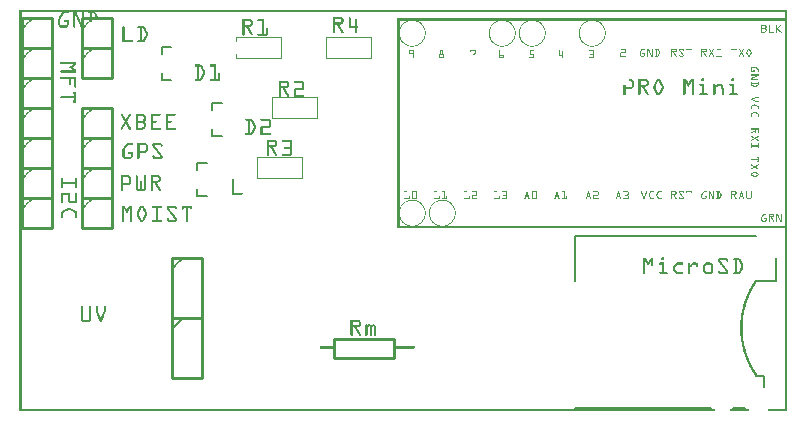
<source format=gto>
G04 MADE WITH FRITZING*
G04 WWW.FRITZING.ORG*
G04 DOUBLE SIDED*
G04 HOLES PLATED*
G04 CONTOUR ON CENTER OF CONTOUR VECTOR*
%ASAXBY*%
%FSLAX23Y23*%
%MOIN*%
%OFA0B0*%
%SFA1.0B1.0*%
%ADD10C,0.008000*%
%ADD11C,0.010000*%
%ADD12C,0.005000*%
%ADD13R,0.001000X0.001000*%
%LNSILK1*%
G90*
G70*
G54D10*
X643Y941D02*
X643Y917D01*
D02*
X643Y917D02*
X675Y917D01*
D02*
X643Y1004D02*
X643Y1027D01*
D02*
X643Y1027D02*
X675Y1027D01*
D02*
X476Y1128D02*
X476Y1105D01*
D02*
X476Y1105D02*
X507Y1105D01*
D02*
X476Y1191D02*
X476Y1215D01*
D02*
X476Y1215D02*
X507Y1215D01*
D02*
X593Y741D02*
X593Y717D01*
D02*
X593Y717D02*
X625Y717D01*
D02*
X593Y804D02*
X593Y827D01*
D02*
X593Y827D02*
X625Y827D01*
G54D11*
D02*
X1250Y177D02*
X1050Y177D01*
D02*
X1050Y177D02*
X1050Y243D01*
D02*
X1050Y243D02*
X1250Y243D01*
D02*
X1250Y243D02*
X1250Y177D01*
D02*
X210Y1310D02*
X210Y1210D01*
D02*
X210Y1210D02*
X310Y1210D01*
D02*
X310Y1210D02*
X310Y1310D01*
D02*
X310Y1310D02*
X210Y1310D01*
D02*
X210Y1210D02*
X210Y1110D01*
D02*
X210Y1110D02*
X310Y1110D01*
D02*
X310Y1110D02*
X310Y1210D01*
D02*
X310Y1210D02*
X210Y1210D01*
D02*
X10Y1210D02*
X10Y1110D01*
D02*
X10Y1110D02*
X110Y1110D01*
D02*
X110Y1110D02*
X110Y1210D01*
D02*
X110Y1210D02*
X10Y1210D01*
D02*
X10Y1110D02*
X10Y1010D01*
D02*
X10Y1010D02*
X110Y1010D01*
D02*
X110Y1010D02*
X110Y1110D01*
D02*
X110Y1110D02*
X10Y1110D01*
D02*
X210Y1010D02*
X210Y910D01*
D02*
X210Y910D02*
X310Y910D01*
D02*
X310Y910D02*
X310Y1010D01*
D02*
X310Y1010D02*
X210Y1010D01*
D02*
X10Y1010D02*
X10Y910D01*
D02*
X10Y910D02*
X110Y910D01*
D02*
X110Y910D02*
X110Y1010D01*
D02*
X110Y1010D02*
X10Y1010D01*
D02*
X210Y910D02*
X210Y810D01*
D02*
X210Y810D02*
X310Y810D01*
D02*
X310Y810D02*
X310Y910D01*
D02*
X310Y910D02*
X210Y910D01*
D02*
X10Y910D02*
X10Y810D01*
D02*
X10Y810D02*
X110Y810D01*
D02*
X110Y810D02*
X110Y910D01*
D02*
X110Y910D02*
X10Y910D01*
D02*
X210Y810D02*
X210Y710D01*
D02*
X210Y710D02*
X310Y710D01*
D02*
X310Y710D02*
X310Y810D01*
D02*
X310Y810D02*
X210Y810D01*
D02*
X10Y810D02*
X10Y710D01*
D02*
X10Y710D02*
X110Y710D01*
D02*
X110Y710D02*
X110Y810D01*
D02*
X110Y810D02*
X10Y810D01*
D02*
X10Y710D02*
X10Y610D01*
D02*
X10Y610D02*
X110Y610D01*
D02*
X110Y610D02*
X110Y710D01*
D02*
X110Y710D02*
X10Y710D01*
D02*
X10Y1310D02*
X10Y1210D01*
D02*
X10Y1210D02*
X110Y1210D01*
D02*
X110Y1210D02*
X110Y1310D01*
D02*
X110Y1310D02*
X10Y1310D01*
D02*
X210Y710D02*
X210Y610D01*
D02*
X210Y610D02*
X310Y610D01*
D02*
X310Y610D02*
X310Y710D01*
D02*
X310Y710D02*
X210Y710D01*
D02*
X510Y310D02*
X510Y110D01*
D02*
X510Y110D02*
X610Y110D01*
D02*
X610Y110D02*
X610Y310D01*
D02*
X610Y310D02*
X510Y310D01*
G54D12*
D02*
X510Y275D02*
X545Y310D01*
G54D11*
D02*
X510Y510D02*
X510Y310D01*
D02*
X510Y310D02*
X610Y310D01*
D02*
X610Y310D02*
X610Y510D01*
D02*
X610Y510D02*
X510Y510D01*
G54D10*
D02*
X2305Y12D02*
X1852Y12D01*
D02*
X1852Y434D02*
X1852Y585D01*
D02*
X1852Y585D02*
X2454Y585D01*
D02*
X2521Y513D02*
X2521Y434D01*
D02*
X2521Y434D02*
X2456Y434D01*
D02*
X2456Y119D02*
X2482Y119D01*
D02*
X2482Y119D02*
X2482Y80D01*
D02*
X2380Y12D02*
X2419Y12D01*
G54D13*
X0Y1339D02*
X2558Y1339D01*
X0Y1338D02*
X2558Y1338D01*
X0Y1337D02*
X2558Y1337D01*
X0Y1336D02*
X2558Y1336D01*
X0Y1335D02*
X2558Y1335D01*
X0Y1334D02*
X2558Y1334D01*
X0Y1333D02*
X2558Y1333D01*
X0Y1332D02*
X2558Y1332D01*
X0Y1331D02*
X7Y1331D01*
X145Y1331D02*
X164Y1331D01*
X180Y1331D02*
X190Y1331D01*
X208Y1331D02*
X214Y1331D01*
X231Y1331D02*
X252Y1331D01*
X2551Y1331D02*
X2558Y1331D01*
X0Y1330D02*
X7Y1330D01*
X144Y1330D02*
X164Y1330D01*
X180Y1330D02*
X190Y1330D01*
X208Y1330D02*
X214Y1330D01*
X230Y1330D02*
X253Y1330D01*
X2551Y1330D02*
X2558Y1330D01*
X0Y1329D02*
X7Y1329D01*
X143Y1329D02*
X164Y1329D01*
X180Y1329D02*
X191Y1329D01*
X208Y1329D02*
X214Y1329D01*
X231Y1329D02*
X254Y1329D01*
X2551Y1329D02*
X2558Y1329D01*
X0Y1328D02*
X7Y1328D01*
X142Y1328D02*
X163Y1328D01*
X180Y1328D02*
X191Y1328D01*
X208Y1328D02*
X214Y1328D01*
X231Y1328D02*
X255Y1328D01*
X2551Y1328D02*
X2558Y1328D01*
X0Y1327D02*
X7Y1327D01*
X141Y1327D02*
X163Y1327D01*
X180Y1327D02*
X191Y1327D01*
X208Y1327D02*
X214Y1327D01*
X232Y1327D02*
X255Y1327D01*
X2551Y1327D02*
X2558Y1327D01*
X0Y1326D02*
X7Y1326D01*
X140Y1326D02*
X149Y1326D01*
X180Y1326D02*
X192Y1326D01*
X208Y1326D02*
X214Y1326D01*
X237Y1326D02*
X243Y1326D01*
X248Y1326D02*
X256Y1326D01*
X2551Y1326D02*
X2558Y1326D01*
X0Y1325D02*
X7Y1325D01*
X140Y1325D02*
X148Y1325D01*
X180Y1325D02*
X192Y1325D01*
X208Y1325D02*
X214Y1325D01*
X237Y1325D02*
X243Y1325D01*
X249Y1325D02*
X256Y1325D01*
X2551Y1325D02*
X2558Y1325D01*
X0Y1324D02*
X7Y1324D01*
X139Y1324D02*
X147Y1324D01*
X180Y1324D02*
X193Y1324D01*
X208Y1324D02*
X214Y1324D01*
X237Y1324D02*
X243Y1324D01*
X250Y1324D02*
X257Y1324D01*
X2551Y1324D02*
X2558Y1324D01*
X0Y1323D02*
X7Y1323D01*
X138Y1323D02*
X146Y1323D01*
X180Y1323D02*
X193Y1323D01*
X208Y1323D02*
X214Y1323D01*
X237Y1323D02*
X243Y1323D01*
X251Y1323D02*
X257Y1323D01*
X2551Y1323D02*
X2558Y1323D01*
X0Y1322D02*
X7Y1322D01*
X137Y1322D02*
X145Y1322D01*
X180Y1322D02*
X194Y1322D01*
X208Y1322D02*
X214Y1322D01*
X237Y1322D02*
X243Y1322D01*
X251Y1322D02*
X258Y1322D01*
X2551Y1322D02*
X2558Y1322D01*
X0Y1321D02*
X7Y1321D01*
X136Y1321D02*
X144Y1321D01*
X180Y1321D02*
X194Y1321D01*
X208Y1321D02*
X214Y1321D01*
X237Y1321D02*
X243Y1321D01*
X252Y1321D02*
X258Y1321D01*
X2551Y1321D02*
X2558Y1321D01*
X0Y1320D02*
X7Y1320D01*
X136Y1320D02*
X144Y1320D01*
X180Y1320D02*
X194Y1320D01*
X208Y1320D02*
X214Y1320D01*
X237Y1320D02*
X243Y1320D01*
X252Y1320D02*
X259Y1320D01*
X2551Y1320D02*
X2558Y1320D01*
X0Y1319D02*
X7Y1319D01*
X135Y1319D02*
X143Y1319D01*
X180Y1319D02*
X186Y1319D01*
X188Y1319D02*
X195Y1319D01*
X208Y1319D02*
X214Y1319D01*
X237Y1319D02*
X243Y1319D01*
X253Y1319D02*
X259Y1319D01*
X2551Y1319D02*
X2558Y1319D01*
X0Y1318D02*
X7Y1318D01*
X134Y1318D02*
X142Y1318D01*
X180Y1318D02*
X186Y1318D01*
X189Y1318D02*
X195Y1318D01*
X208Y1318D02*
X214Y1318D01*
X237Y1318D02*
X243Y1318D01*
X253Y1318D02*
X260Y1318D01*
X2551Y1318D02*
X2558Y1318D01*
X0Y1317D02*
X7Y1317D01*
X133Y1317D02*
X141Y1317D01*
X180Y1317D02*
X186Y1317D01*
X189Y1317D02*
X196Y1317D01*
X208Y1317D02*
X214Y1317D01*
X237Y1317D02*
X243Y1317D01*
X254Y1317D02*
X260Y1317D01*
X2551Y1317D02*
X2558Y1317D01*
X0Y1316D02*
X7Y1316D01*
X133Y1316D02*
X140Y1316D01*
X180Y1316D02*
X186Y1316D01*
X190Y1316D02*
X196Y1316D01*
X208Y1316D02*
X214Y1316D01*
X237Y1316D02*
X243Y1316D01*
X254Y1316D02*
X261Y1316D01*
X2551Y1316D02*
X2558Y1316D01*
X0Y1315D02*
X7Y1315D01*
X132Y1315D02*
X140Y1315D01*
X180Y1315D02*
X186Y1315D01*
X190Y1315D02*
X197Y1315D01*
X208Y1315D02*
X214Y1315D01*
X237Y1315D02*
X243Y1315D01*
X255Y1315D02*
X261Y1315D01*
X2551Y1315D02*
X2558Y1315D01*
X0Y1314D02*
X7Y1314D01*
X132Y1314D02*
X139Y1314D01*
X180Y1314D02*
X186Y1314D01*
X190Y1314D02*
X197Y1314D01*
X208Y1314D02*
X214Y1314D01*
X237Y1314D02*
X243Y1314D01*
X255Y1314D02*
X262Y1314D01*
X1046Y1314D02*
X1073Y1314D01*
X1099Y1314D02*
X1102Y1314D01*
X2551Y1314D02*
X2558Y1314D01*
X0Y1313D02*
X7Y1313D01*
X131Y1313D02*
X138Y1313D01*
X180Y1313D02*
X186Y1313D01*
X191Y1313D02*
X198Y1313D01*
X208Y1313D02*
X214Y1313D01*
X237Y1313D02*
X243Y1313D01*
X256Y1313D02*
X262Y1313D01*
X1046Y1313D02*
X1075Y1313D01*
X1098Y1313D02*
X1103Y1313D01*
X2551Y1313D02*
X2558Y1313D01*
X0Y1312D02*
X7Y1312D01*
X131Y1312D02*
X137Y1312D01*
X180Y1312D02*
X186Y1312D01*
X191Y1312D02*
X198Y1312D01*
X208Y1312D02*
X214Y1312D01*
X237Y1312D02*
X243Y1312D01*
X256Y1312D02*
X263Y1312D01*
X1046Y1312D02*
X1076Y1312D01*
X1098Y1312D02*
X1104Y1312D01*
X2551Y1312D02*
X2558Y1312D01*
X0Y1311D02*
X7Y1311D01*
X42Y1311D02*
X44Y1311D01*
X131Y1311D02*
X137Y1311D01*
X180Y1311D02*
X186Y1311D01*
X192Y1311D02*
X198Y1311D01*
X208Y1311D02*
X214Y1311D01*
X237Y1311D02*
X243Y1311D01*
X257Y1311D02*
X263Y1311D01*
X1046Y1311D02*
X1077Y1311D01*
X1098Y1311D02*
X1104Y1311D01*
X2551Y1311D02*
X2558Y1311D01*
X0Y1310D02*
X7Y1310D01*
X41Y1310D02*
X45Y1310D01*
X131Y1310D02*
X137Y1310D01*
X180Y1310D02*
X186Y1310D01*
X192Y1310D02*
X199Y1310D01*
X208Y1310D02*
X214Y1310D01*
X237Y1310D02*
X244Y1310D01*
X257Y1310D02*
X263Y1310D01*
X1046Y1310D02*
X1078Y1310D01*
X1098Y1310D02*
X1104Y1310D01*
X1260Y1310D02*
X2559Y1310D01*
X0Y1309D02*
X7Y1309D01*
X40Y1309D02*
X45Y1309D01*
X130Y1309D02*
X137Y1309D01*
X180Y1309D02*
X186Y1309D01*
X193Y1309D02*
X199Y1309D01*
X208Y1309D02*
X214Y1309D01*
X237Y1309D02*
X245Y1309D01*
X257Y1309D02*
X264Y1309D01*
X1046Y1309D02*
X1078Y1309D01*
X1098Y1309D02*
X1104Y1309D01*
X1260Y1309D02*
X2559Y1309D01*
X0Y1308D02*
X7Y1308D01*
X39Y1308D02*
X45Y1308D01*
X130Y1308D02*
X136Y1308D01*
X180Y1308D02*
X186Y1308D01*
X193Y1308D02*
X200Y1308D01*
X208Y1308D02*
X214Y1308D01*
X237Y1308D02*
X245Y1308D01*
X258Y1308D02*
X264Y1308D01*
X1046Y1308D02*
X1079Y1308D01*
X1098Y1308D02*
X1104Y1308D01*
X1120Y1308D02*
X1123Y1308D01*
X1260Y1308D02*
X2559Y1308D01*
X0Y1307D02*
X7Y1307D01*
X38Y1307D02*
X44Y1307D01*
X130Y1307D02*
X136Y1307D01*
X180Y1307D02*
X186Y1307D01*
X193Y1307D02*
X200Y1307D01*
X208Y1307D02*
X214Y1307D01*
X237Y1307D02*
X244Y1307D01*
X258Y1307D02*
X264Y1307D01*
X745Y1307D02*
X768Y1307D01*
X797Y1307D02*
X814Y1307D01*
X1046Y1307D02*
X1052Y1307D01*
X1072Y1307D02*
X1079Y1307D01*
X1098Y1307D02*
X1104Y1307D01*
X1119Y1307D02*
X1124Y1307D01*
X1260Y1307D02*
X2559Y1307D01*
X0Y1306D02*
X7Y1306D01*
X37Y1306D02*
X43Y1306D01*
X130Y1306D02*
X136Y1306D01*
X180Y1306D02*
X186Y1306D01*
X194Y1306D02*
X201Y1306D01*
X208Y1306D02*
X214Y1306D01*
X237Y1306D02*
X243Y1306D01*
X258Y1306D02*
X264Y1306D01*
X744Y1306D02*
X772Y1306D01*
X795Y1306D02*
X814Y1306D01*
X1046Y1306D02*
X1052Y1306D01*
X1073Y1306D02*
X1080Y1306D01*
X1098Y1306D02*
X1104Y1306D01*
X1119Y1306D02*
X1124Y1306D01*
X1260Y1306D02*
X2559Y1306D01*
X0Y1305D02*
X7Y1305D01*
X36Y1305D02*
X42Y1305D01*
X130Y1305D02*
X136Y1305D01*
X180Y1305D02*
X186Y1305D01*
X194Y1305D02*
X201Y1305D01*
X208Y1305D02*
X214Y1305D01*
X236Y1305D02*
X243Y1305D01*
X258Y1305D02*
X264Y1305D01*
X744Y1305D02*
X773Y1305D01*
X795Y1305D02*
X814Y1305D01*
X1046Y1305D02*
X1052Y1305D01*
X1074Y1305D02*
X1080Y1305D01*
X1098Y1305D02*
X1104Y1305D01*
X1119Y1305D02*
X1125Y1305D01*
X1260Y1305D02*
X2559Y1305D01*
X0Y1304D02*
X7Y1304D01*
X35Y1304D02*
X41Y1304D01*
X130Y1304D02*
X136Y1304D01*
X180Y1304D02*
X186Y1304D01*
X195Y1304D02*
X201Y1304D01*
X208Y1304D02*
X214Y1304D01*
X235Y1304D02*
X243Y1304D01*
X744Y1304D02*
X775Y1304D01*
X794Y1304D02*
X814Y1304D01*
X1046Y1304D02*
X1052Y1304D01*
X1074Y1304D02*
X1080Y1304D01*
X1098Y1304D02*
X1104Y1304D01*
X1119Y1304D02*
X1125Y1304D01*
X1260Y1304D02*
X2559Y1304D01*
X0Y1303D02*
X7Y1303D01*
X34Y1303D02*
X40Y1303D01*
X130Y1303D02*
X136Y1303D01*
X149Y1303D02*
X164Y1303D01*
X180Y1303D02*
X186Y1303D01*
X195Y1303D02*
X202Y1303D01*
X208Y1303D02*
X214Y1303D01*
X234Y1303D02*
X243Y1303D01*
X744Y1303D02*
X776Y1303D01*
X794Y1303D02*
X814Y1303D01*
X1046Y1303D02*
X1052Y1303D01*
X1074Y1303D02*
X1080Y1303D01*
X1098Y1303D02*
X1104Y1303D01*
X1119Y1303D02*
X1125Y1303D01*
X1260Y1303D02*
X2559Y1303D01*
X0Y1302D02*
X7Y1302D01*
X33Y1302D02*
X39Y1302D01*
X130Y1302D02*
X136Y1302D01*
X148Y1302D02*
X164Y1302D01*
X180Y1302D02*
X186Y1302D01*
X196Y1302D02*
X202Y1302D01*
X208Y1302D02*
X214Y1302D01*
X233Y1302D02*
X243Y1302D01*
X744Y1302D02*
X776Y1302D01*
X795Y1302D02*
X814Y1302D01*
X1046Y1302D02*
X1052Y1302D01*
X1074Y1302D02*
X1080Y1302D01*
X1098Y1302D02*
X1104Y1302D01*
X1119Y1302D02*
X1125Y1302D01*
X1260Y1302D02*
X1267Y1302D01*
X1293Y1302D02*
X1303Y1302D01*
X1316Y1302D02*
X1326Y1302D01*
X1593Y1302D02*
X1603Y1302D01*
X1616Y1302D02*
X1626Y1302D01*
X1693Y1302D02*
X1703Y1302D01*
X1716Y1302D02*
X1726Y1302D01*
X1893Y1302D02*
X1903Y1302D01*
X1916Y1302D02*
X1926Y1302D01*
X2551Y1302D02*
X2559Y1302D01*
X0Y1301D02*
X7Y1301D01*
X32Y1301D02*
X38Y1301D01*
X130Y1301D02*
X136Y1301D01*
X148Y1301D02*
X164Y1301D01*
X180Y1301D02*
X186Y1301D01*
X196Y1301D02*
X203Y1301D01*
X208Y1301D02*
X214Y1301D01*
X232Y1301D02*
X242Y1301D01*
X744Y1301D02*
X777Y1301D01*
X795Y1301D02*
X814Y1301D01*
X1046Y1301D02*
X1052Y1301D01*
X1074Y1301D02*
X1080Y1301D01*
X1098Y1301D02*
X1104Y1301D01*
X1119Y1301D02*
X1125Y1301D01*
X1260Y1301D02*
X1267Y1301D01*
X1290Y1301D02*
X1298Y1301D01*
X1321Y1301D02*
X1328Y1301D01*
X1590Y1301D02*
X1598Y1301D01*
X1621Y1301D02*
X1628Y1301D01*
X1690Y1301D02*
X1698Y1301D01*
X1721Y1301D02*
X1728Y1301D01*
X1890Y1301D02*
X1898Y1301D01*
X1921Y1301D02*
X1928Y1301D01*
X2551Y1301D02*
X2559Y1301D01*
X0Y1300D02*
X7Y1300D01*
X31Y1300D02*
X37Y1300D01*
X130Y1300D02*
X136Y1300D01*
X148Y1300D02*
X164Y1300D01*
X180Y1300D02*
X186Y1300D01*
X197Y1300D02*
X203Y1300D01*
X208Y1300D02*
X214Y1300D01*
X231Y1300D02*
X240Y1300D01*
X744Y1300D02*
X751Y1300D01*
X769Y1300D02*
X777Y1300D01*
X808Y1300D02*
X814Y1300D01*
X1046Y1300D02*
X1052Y1300D01*
X1074Y1300D02*
X1080Y1300D01*
X1098Y1300D02*
X1104Y1300D01*
X1119Y1300D02*
X1125Y1300D01*
X1260Y1300D02*
X1267Y1300D01*
X1288Y1300D02*
X1295Y1300D01*
X1324Y1300D02*
X1330Y1300D01*
X1588Y1300D02*
X1595Y1300D01*
X1624Y1300D02*
X1630Y1300D01*
X1688Y1300D02*
X1695Y1300D01*
X1724Y1300D02*
X1730Y1300D01*
X1888Y1300D02*
X1895Y1300D01*
X1924Y1300D02*
X1930Y1300D01*
X2551Y1300D02*
X2559Y1300D01*
X0Y1299D02*
X7Y1299D01*
X30Y1299D02*
X36Y1299D01*
X130Y1299D02*
X136Y1299D01*
X148Y1299D02*
X164Y1299D01*
X180Y1299D02*
X186Y1299D01*
X197Y1299D02*
X204Y1299D01*
X208Y1299D02*
X214Y1299D01*
X230Y1299D02*
X238Y1299D01*
X744Y1299D02*
X750Y1299D01*
X771Y1299D02*
X778Y1299D01*
X808Y1299D02*
X814Y1299D01*
X1046Y1299D02*
X1052Y1299D01*
X1073Y1299D02*
X1080Y1299D01*
X1098Y1299D02*
X1104Y1299D01*
X1119Y1299D02*
X1125Y1299D01*
X1260Y1299D02*
X1267Y1299D01*
X1287Y1299D02*
X1292Y1299D01*
X1327Y1299D02*
X1332Y1299D01*
X1587Y1299D02*
X1592Y1299D01*
X1627Y1299D02*
X1632Y1299D01*
X1687Y1299D02*
X1692Y1299D01*
X1727Y1299D02*
X1732Y1299D01*
X1887Y1299D02*
X1892Y1299D01*
X1927Y1299D02*
X1932Y1299D01*
X2551Y1299D02*
X2559Y1299D01*
X0Y1298D02*
X7Y1298D01*
X29Y1298D02*
X35Y1298D01*
X130Y1298D02*
X136Y1298D01*
X149Y1298D02*
X164Y1298D01*
X180Y1298D02*
X186Y1298D01*
X197Y1298D02*
X204Y1298D01*
X208Y1298D02*
X214Y1298D01*
X229Y1298D02*
X235Y1298D01*
X744Y1298D02*
X750Y1298D01*
X771Y1298D02*
X778Y1298D01*
X808Y1298D02*
X814Y1298D01*
X1046Y1298D02*
X1052Y1298D01*
X1073Y1298D02*
X1079Y1298D01*
X1098Y1298D02*
X1104Y1298D01*
X1119Y1298D02*
X1125Y1298D01*
X1260Y1298D02*
X1267Y1298D01*
X1285Y1298D02*
X1290Y1298D01*
X1329Y1298D02*
X1334Y1298D01*
X1585Y1298D02*
X1590Y1298D01*
X1629Y1298D02*
X1634Y1298D01*
X1685Y1298D02*
X1690Y1298D01*
X1729Y1298D02*
X1734Y1298D01*
X1885Y1298D02*
X1890Y1298D01*
X1929Y1298D02*
X1934Y1298D01*
X2551Y1298D02*
X2559Y1298D01*
X0Y1297D02*
X7Y1297D01*
X28Y1297D02*
X34Y1297D01*
X130Y1297D02*
X136Y1297D01*
X150Y1297D02*
X164Y1297D01*
X180Y1297D02*
X186Y1297D01*
X198Y1297D02*
X205Y1297D01*
X208Y1297D02*
X214Y1297D01*
X228Y1297D02*
X234Y1297D01*
X744Y1297D02*
X750Y1297D01*
X772Y1297D02*
X778Y1297D01*
X808Y1297D02*
X814Y1297D01*
X1046Y1297D02*
X1053Y1297D01*
X1071Y1297D02*
X1079Y1297D01*
X1098Y1297D02*
X1104Y1297D01*
X1119Y1297D02*
X1125Y1297D01*
X1260Y1297D02*
X1267Y1297D01*
X1284Y1297D02*
X1288Y1297D01*
X1331Y1297D02*
X1335Y1297D01*
X1584Y1297D02*
X1588Y1297D01*
X1631Y1297D02*
X1635Y1297D01*
X1684Y1297D02*
X1688Y1297D01*
X1731Y1297D02*
X1735Y1297D01*
X1884Y1297D02*
X1888Y1297D01*
X1931Y1297D02*
X1935Y1297D01*
X2551Y1297D02*
X2559Y1297D01*
X0Y1296D02*
X7Y1296D01*
X27Y1296D02*
X33Y1296D01*
X130Y1296D02*
X136Y1296D01*
X158Y1296D02*
X164Y1296D01*
X180Y1296D02*
X186Y1296D01*
X198Y1296D02*
X205Y1296D01*
X208Y1296D02*
X214Y1296D01*
X227Y1296D02*
X233Y1296D01*
X744Y1296D02*
X750Y1296D01*
X772Y1296D02*
X778Y1296D01*
X808Y1296D02*
X814Y1296D01*
X1046Y1296D02*
X1079Y1296D01*
X1098Y1296D02*
X1104Y1296D01*
X1119Y1296D02*
X1125Y1296D01*
X1260Y1296D02*
X1267Y1296D01*
X1282Y1296D02*
X1287Y1296D01*
X1332Y1296D02*
X1337Y1296D01*
X1582Y1296D02*
X1587Y1296D01*
X1632Y1296D02*
X1637Y1296D01*
X1682Y1296D02*
X1687Y1296D01*
X1732Y1296D02*
X1737Y1296D01*
X1882Y1296D02*
X1887Y1296D01*
X1932Y1296D02*
X1937Y1296D01*
X2551Y1296D02*
X2559Y1296D01*
X0Y1295D02*
X7Y1295D01*
X26Y1295D02*
X32Y1295D01*
X130Y1295D02*
X136Y1295D01*
X158Y1295D02*
X164Y1295D01*
X180Y1295D02*
X186Y1295D01*
X199Y1295D02*
X205Y1295D01*
X208Y1295D02*
X214Y1295D01*
X226Y1295D02*
X232Y1295D01*
X744Y1295D02*
X750Y1295D01*
X772Y1295D02*
X778Y1295D01*
X808Y1295D02*
X814Y1295D01*
X1046Y1295D02*
X1078Y1295D01*
X1098Y1295D02*
X1104Y1295D01*
X1119Y1295D02*
X1125Y1295D01*
X1260Y1295D02*
X1267Y1295D01*
X1281Y1295D02*
X1285Y1295D01*
X1334Y1295D02*
X1338Y1295D01*
X1581Y1295D02*
X1585Y1295D01*
X1634Y1295D02*
X1638Y1295D01*
X1681Y1295D02*
X1685Y1295D01*
X1734Y1295D02*
X1738Y1295D01*
X1881Y1295D02*
X1885Y1295D01*
X1934Y1295D02*
X1938Y1295D01*
X2551Y1295D02*
X2559Y1295D01*
X0Y1294D02*
X7Y1294D01*
X25Y1294D02*
X30Y1294D01*
X130Y1294D02*
X136Y1294D01*
X158Y1294D02*
X164Y1294D01*
X180Y1294D02*
X186Y1294D01*
X199Y1294D02*
X206Y1294D01*
X208Y1294D02*
X214Y1294D01*
X225Y1294D02*
X230Y1294D01*
X744Y1294D02*
X750Y1294D01*
X772Y1294D02*
X778Y1294D01*
X808Y1294D02*
X814Y1294D01*
X1046Y1294D02*
X1077Y1294D01*
X1098Y1294D02*
X1104Y1294D01*
X1119Y1294D02*
X1125Y1294D01*
X1260Y1294D02*
X1267Y1294D01*
X1280Y1294D02*
X1284Y1294D01*
X1335Y1294D02*
X1339Y1294D01*
X1580Y1294D02*
X1584Y1294D01*
X1635Y1294D02*
X1639Y1294D01*
X1680Y1294D02*
X1684Y1294D01*
X1735Y1294D02*
X1739Y1294D01*
X1880Y1294D02*
X1884Y1294D01*
X1935Y1294D02*
X1939Y1294D01*
X2551Y1294D02*
X2559Y1294D01*
X0Y1293D02*
X7Y1293D01*
X24Y1293D02*
X29Y1293D01*
X130Y1293D02*
X136Y1293D01*
X158Y1293D02*
X164Y1293D01*
X180Y1293D02*
X186Y1293D01*
X200Y1293D02*
X206Y1293D01*
X208Y1293D02*
X214Y1293D01*
X224Y1293D02*
X229Y1293D01*
X744Y1293D02*
X750Y1293D01*
X772Y1293D02*
X778Y1293D01*
X808Y1293D02*
X814Y1293D01*
X1046Y1293D02*
X1077Y1293D01*
X1098Y1293D02*
X1104Y1293D01*
X1119Y1293D02*
X1125Y1293D01*
X1260Y1293D02*
X1267Y1293D01*
X1279Y1293D02*
X1282Y1293D01*
X1337Y1293D02*
X1340Y1293D01*
X1579Y1293D02*
X1582Y1293D01*
X1636Y1293D02*
X1640Y1293D01*
X1679Y1293D02*
X1682Y1293D01*
X1736Y1293D02*
X1740Y1293D01*
X1879Y1293D02*
X1882Y1293D01*
X1936Y1293D02*
X1940Y1293D01*
X2551Y1293D02*
X2559Y1293D01*
X0Y1292D02*
X7Y1292D01*
X23Y1292D02*
X28Y1292D01*
X130Y1292D02*
X136Y1292D01*
X158Y1292D02*
X164Y1292D01*
X180Y1292D02*
X186Y1292D01*
X200Y1292D02*
X214Y1292D01*
X223Y1292D02*
X228Y1292D01*
X744Y1292D02*
X750Y1292D01*
X772Y1292D02*
X778Y1292D01*
X808Y1292D02*
X814Y1292D01*
X1046Y1292D02*
X1075Y1292D01*
X1098Y1292D02*
X1104Y1292D01*
X1119Y1292D02*
X1125Y1292D01*
X1260Y1292D02*
X1267Y1292D01*
X1278Y1292D02*
X1281Y1292D01*
X1338Y1292D02*
X1341Y1292D01*
X1578Y1292D02*
X1581Y1292D01*
X1638Y1292D02*
X1641Y1292D01*
X1678Y1292D02*
X1681Y1292D01*
X1738Y1292D02*
X1741Y1292D01*
X1878Y1292D02*
X1881Y1292D01*
X1938Y1292D02*
X1941Y1292D01*
X2551Y1292D02*
X2559Y1292D01*
X0Y1291D02*
X7Y1291D01*
X22Y1291D02*
X27Y1291D01*
X130Y1291D02*
X136Y1291D01*
X158Y1291D02*
X164Y1291D01*
X180Y1291D02*
X186Y1291D01*
X200Y1291D02*
X214Y1291D01*
X222Y1291D02*
X227Y1291D01*
X744Y1291D02*
X750Y1291D01*
X771Y1291D02*
X778Y1291D01*
X808Y1291D02*
X814Y1291D01*
X1046Y1291D02*
X1074Y1291D01*
X1098Y1291D02*
X1104Y1291D01*
X1119Y1291D02*
X1125Y1291D01*
X1260Y1291D02*
X1267Y1291D01*
X1277Y1291D02*
X1280Y1291D01*
X1339Y1291D02*
X1342Y1291D01*
X1577Y1291D02*
X1580Y1291D01*
X1639Y1291D02*
X1642Y1291D01*
X1677Y1291D02*
X1680Y1291D01*
X1739Y1291D02*
X1742Y1291D01*
X1877Y1291D02*
X1880Y1291D01*
X1939Y1291D02*
X1942Y1291D01*
X2551Y1291D02*
X2559Y1291D01*
X0Y1290D02*
X7Y1290D01*
X21Y1290D02*
X26Y1290D01*
X130Y1290D02*
X136Y1290D01*
X158Y1290D02*
X164Y1290D01*
X180Y1290D02*
X186Y1290D01*
X201Y1290D02*
X214Y1290D01*
X221Y1290D02*
X226Y1290D01*
X744Y1290D02*
X750Y1290D01*
X770Y1290D02*
X777Y1290D01*
X808Y1290D02*
X814Y1290D01*
X1046Y1290D02*
X1070Y1290D01*
X1098Y1290D02*
X1104Y1290D01*
X1119Y1290D02*
X1125Y1290D01*
X1260Y1290D02*
X1267Y1290D01*
X1276Y1290D02*
X1279Y1290D01*
X1340Y1290D02*
X1343Y1290D01*
X1576Y1290D02*
X1579Y1290D01*
X1640Y1290D02*
X1643Y1290D01*
X1676Y1290D02*
X1679Y1290D01*
X1740Y1290D02*
X1743Y1290D01*
X1876Y1290D02*
X1879Y1290D01*
X1940Y1290D02*
X1943Y1290D01*
X2551Y1290D02*
X2559Y1290D01*
X0Y1289D02*
X7Y1289D01*
X20Y1289D02*
X25Y1289D01*
X130Y1289D02*
X137Y1289D01*
X158Y1289D02*
X164Y1289D01*
X180Y1289D02*
X186Y1289D01*
X201Y1289D02*
X214Y1289D01*
X220Y1289D02*
X225Y1289D01*
X744Y1289D02*
X777Y1289D01*
X808Y1289D02*
X814Y1289D01*
X1046Y1289D02*
X1052Y1289D01*
X1058Y1289D02*
X1066Y1289D01*
X1098Y1289D02*
X1104Y1289D01*
X1119Y1289D02*
X1125Y1289D01*
X1260Y1289D02*
X1267Y1289D01*
X1275Y1289D02*
X1278Y1289D01*
X1341Y1289D02*
X1344Y1289D01*
X1575Y1289D02*
X1578Y1289D01*
X1641Y1289D02*
X1644Y1289D01*
X1675Y1289D02*
X1678Y1289D01*
X1741Y1289D02*
X1744Y1289D01*
X1875Y1289D02*
X1878Y1289D01*
X1941Y1289D02*
X1944Y1289D01*
X2474Y1289D02*
X2485Y1289D01*
X2500Y1289D02*
X2500Y1289D01*
X2525Y1289D02*
X2525Y1289D01*
X2539Y1289D02*
X2539Y1289D01*
X2551Y1289D02*
X2559Y1289D01*
X0Y1288D02*
X7Y1288D01*
X19Y1288D02*
X25Y1288D01*
X131Y1288D02*
X137Y1288D01*
X158Y1288D02*
X164Y1288D01*
X180Y1288D02*
X186Y1288D01*
X202Y1288D02*
X214Y1288D01*
X219Y1288D02*
X225Y1288D01*
X744Y1288D02*
X777Y1288D01*
X808Y1288D02*
X814Y1288D01*
X1046Y1288D02*
X1052Y1288D01*
X1059Y1288D02*
X1066Y1288D01*
X1098Y1288D02*
X1104Y1288D01*
X1119Y1288D02*
X1125Y1288D01*
X1260Y1288D02*
X1267Y1288D01*
X1274Y1288D02*
X1277Y1288D01*
X1342Y1288D02*
X1344Y1288D01*
X1574Y1288D02*
X1577Y1288D01*
X1642Y1288D02*
X1644Y1288D01*
X1674Y1288D02*
X1677Y1288D01*
X1742Y1288D02*
X1744Y1288D01*
X1874Y1288D02*
X1877Y1288D01*
X1942Y1288D02*
X1944Y1288D01*
X2474Y1288D02*
X2487Y1288D01*
X2499Y1288D02*
X2501Y1288D01*
X2524Y1288D02*
X2526Y1288D01*
X2537Y1288D02*
X2540Y1288D01*
X2551Y1288D02*
X2559Y1288D01*
X0Y1287D02*
X7Y1287D01*
X18Y1287D02*
X24Y1287D01*
X131Y1287D02*
X138Y1287D01*
X157Y1287D02*
X164Y1287D01*
X180Y1287D02*
X186Y1287D01*
X202Y1287D02*
X214Y1287D01*
X218Y1287D02*
X224Y1287D01*
X744Y1287D02*
X776Y1287D01*
X808Y1287D02*
X814Y1287D01*
X1046Y1287D02*
X1052Y1287D01*
X1060Y1287D02*
X1067Y1287D01*
X1098Y1287D02*
X1104Y1287D01*
X1119Y1287D02*
X1125Y1287D01*
X1260Y1287D02*
X1267Y1287D01*
X1274Y1287D02*
X1276Y1287D01*
X1342Y1287D02*
X1345Y1287D01*
X1574Y1287D02*
X1576Y1287D01*
X1642Y1287D02*
X1645Y1287D01*
X1674Y1287D02*
X1676Y1287D01*
X1742Y1287D02*
X1745Y1287D01*
X1874Y1287D02*
X1876Y1287D01*
X1942Y1287D02*
X1945Y1287D01*
X2474Y1287D02*
X2488Y1287D01*
X2499Y1287D02*
X2501Y1287D01*
X2524Y1287D02*
X2526Y1287D01*
X2536Y1287D02*
X2540Y1287D01*
X2551Y1287D02*
X2559Y1287D01*
X0Y1286D02*
X7Y1286D01*
X17Y1286D02*
X23Y1286D01*
X131Y1286D02*
X163Y1286D01*
X180Y1286D02*
X186Y1286D01*
X203Y1286D02*
X214Y1286D01*
X217Y1286D02*
X223Y1286D01*
X744Y1286D02*
X775Y1286D01*
X808Y1286D02*
X814Y1286D01*
X1046Y1286D02*
X1052Y1286D01*
X1060Y1286D02*
X1067Y1286D01*
X1098Y1286D02*
X1104Y1286D01*
X1119Y1286D02*
X1125Y1286D01*
X1260Y1286D02*
X1267Y1286D01*
X1273Y1286D02*
X1276Y1286D01*
X1343Y1286D02*
X1346Y1286D01*
X1573Y1286D02*
X1576Y1286D01*
X1643Y1286D02*
X1646Y1286D01*
X1673Y1286D02*
X1676Y1286D01*
X1743Y1286D02*
X1746Y1286D01*
X1873Y1286D02*
X1876Y1286D01*
X1943Y1286D02*
X1946Y1286D01*
X2474Y1286D02*
X2489Y1286D01*
X2499Y1286D02*
X2501Y1286D01*
X2524Y1286D02*
X2526Y1286D01*
X2535Y1286D02*
X2539Y1286D01*
X2551Y1286D02*
X2559Y1286D01*
X0Y1285D02*
X7Y1285D01*
X16Y1285D02*
X22Y1285D01*
X132Y1285D02*
X163Y1285D01*
X180Y1285D02*
X186Y1285D01*
X203Y1285D02*
X214Y1285D01*
X216Y1285D02*
X222Y1285D01*
X744Y1285D02*
X774Y1285D01*
X808Y1285D02*
X814Y1285D01*
X1046Y1285D02*
X1052Y1285D01*
X1061Y1285D02*
X1068Y1285D01*
X1098Y1285D02*
X1125Y1285D01*
X1260Y1285D02*
X1267Y1285D01*
X1272Y1285D02*
X1275Y1285D01*
X1344Y1285D02*
X1347Y1285D01*
X1572Y1285D02*
X1575Y1285D01*
X1644Y1285D02*
X1647Y1285D01*
X1672Y1285D02*
X1675Y1285D01*
X1744Y1285D02*
X1747Y1285D01*
X1872Y1285D02*
X1875Y1285D01*
X1944Y1285D02*
X1947Y1285D01*
X2474Y1285D02*
X2476Y1285D01*
X2486Y1285D02*
X2489Y1285D01*
X2499Y1285D02*
X2501Y1285D01*
X2524Y1285D02*
X2526Y1285D01*
X2534Y1285D02*
X2538Y1285D01*
X2551Y1285D02*
X2559Y1285D01*
X0Y1284D02*
X7Y1284D01*
X15Y1284D02*
X21Y1284D01*
X132Y1284D02*
X162Y1284D01*
X180Y1284D02*
X186Y1284D01*
X204Y1284D02*
X221Y1284D01*
X347Y1284D02*
X348Y1284D01*
X397Y1284D02*
X412Y1284D01*
X744Y1284D02*
X773Y1284D01*
X808Y1284D02*
X814Y1284D01*
X1046Y1284D02*
X1052Y1284D01*
X1061Y1284D02*
X1069Y1284D01*
X1098Y1284D02*
X1127Y1284D01*
X1260Y1284D02*
X1267Y1284D01*
X1272Y1284D02*
X1274Y1284D01*
X1345Y1284D02*
X1347Y1284D01*
X1572Y1284D02*
X1574Y1284D01*
X1645Y1284D02*
X1647Y1284D01*
X1672Y1284D02*
X1674Y1284D01*
X1745Y1284D02*
X1747Y1284D01*
X1872Y1284D02*
X1874Y1284D01*
X1945Y1284D02*
X1947Y1284D01*
X2474Y1284D02*
X2476Y1284D01*
X2487Y1284D02*
X2490Y1284D01*
X2499Y1284D02*
X2501Y1284D01*
X2524Y1284D02*
X2526Y1284D01*
X2533Y1284D02*
X2537Y1284D01*
X2551Y1284D02*
X2559Y1284D01*
X0Y1283D02*
X7Y1283D01*
X14Y1283D02*
X20Y1283D01*
X133Y1283D02*
X162Y1283D01*
X180Y1283D02*
X186Y1283D01*
X204Y1283D02*
X220Y1283D01*
X345Y1283D02*
X349Y1283D01*
X395Y1283D02*
X414Y1283D01*
X744Y1283D02*
X771Y1283D01*
X808Y1283D02*
X814Y1283D01*
X1046Y1283D02*
X1052Y1283D01*
X1062Y1283D02*
X1069Y1283D01*
X1098Y1283D02*
X1128Y1283D01*
X1260Y1283D02*
X1267Y1283D01*
X1271Y1283D02*
X1274Y1283D01*
X1345Y1283D02*
X1348Y1283D01*
X1571Y1283D02*
X1573Y1283D01*
X1645Y1283D02*
X1648Y1283D01*
X1671Y1283D02*
X1673Y1283D01*
X1745Y1283D02*
X1748Y1283D01*
X1871Y1283D02*
X1873Y1283D01*
X1945Y1283D02*
X1948Y1283D01*
X2474Y1283D02*
X2476Y1283D01*
X2487Y1283D02*
X2490Y1283D01*
X2499Y1283D02*
X2501Y1283D01*
X2524Y1283D02*
X2526Y1283D01*
X2531Y1283D02*
X2536Y1283D01*
X2551Y1283D02*
X2559Y1283D01*
X0Y1282D02*
X7Y1282D01*
X13Y1282D02*
X19Y1282D01*
X134Y1282D02*
X161Y1282D01*
X181Y1282D02*
X186Y1282D01*
X204Y1282D02*
X219Y1282D01*
X345Y1282D02*
X350Y1282D01*
X395Y1282D02*
X416Y1282D01*
X744Y1282D02*
X750Y1282D01*
X756Y1282D02*
X764Y1282D01*
X808Y1282D02*
X814Y1282D01*
X1046Y1282D02*
X1052Y1282D01*
X1063Y1282D02*
X1070Y1282D01*
X1098Y1282D02*
X1128Y1282D01*
X1260Y1282D02*
X1267Y1282D01*
X1270Y1282D02*
X1273Y1282D01*
X1346Y1282D02*
X1348Y1282D01*
X1570Y1282D02*
X1573Y1282D01*
X1646Y1282D02*
X1648Y1282D01*
X1670Y1282D02*
X1673Y1282D01*
X1746Y1282D02*
X1748Y1282D01*
X1870Y1282D02*
X1873Y1282D01*
X1946Y1282D02*
X1948Y1282D01*
X2474Y1282D02*
X2476Y1282D01*
X2488Y1282D02*
X2490Y1282D01*
X2499Y1282D02*
X2501Y1282D01*
X2524Y1282D02*
X2526Y1282D01*
X2530Y1282D02*
X2535Y1282D01*
X2551Y1282D02*
X2559Y1282D01*
X0Y1281D02*
X7Y1281D01*
X12Y1281D02*
X18Y1281D01*
X135Y1281D02*
X159Y1281D01*
X181Y1281D02*
X186Y1281D01*
X205Y1281D02*
X218Y1281D01*
X344Y1281D02*
X350Y1281D01*
X394Y1281D02*
X417Y1281D01*
X744Y1281D02*
X750Y1281D01*
X757Y1281D02*
X764Y1281D01*
X808Y1281D02*
X814Y1281D01*
X1046Y1281D02*
X1052Y1281D01*
X1063Y1281D02*
X1070Y1281D01*
X1098Y1281D02*
X1128Y1281D01*
X1260Y1281D02*
X1267Y1281D01*
X1270Y1281D02*
X1272Y1281D01*
X1347Y1281D02*
X1349Y1281D01*
X1570Y1281D02*
X1572Y1281D01*
X1647Y1281D02*
X1649Y1281D01*
X1670Y1281D02*
X1672Y1281D01*
X1747Y1281D02*
X1749Y1281D01*
X1870Y1281D02*
X1872Y1281D01*
X1947Y1281D02*
X1949Y1281D01*
X2474Y1281D02*
X2476Y1281D01*
X2488Y1281D02*
X2490Y1281D01*
X2499Y1281D02*
X2501Y1281D01*
X2524Y1281D02*
X2526Y1281D01*
X2529Y1281D02*
X2534Y1281D01*
X2551Y1281D02*
X2559Y1281D01*
X0Y1280D02*
X7Y1280D01*
X11Y1280D02*
X17Y1280D01*
X137Y1280D02*
X158Y1280D01*
X182Y1280D02*
X185Y1280D01*
X205Y1280D02*
X217Y1280D01*
X344Y1280D02*
X350Y1280D01*
X394Y1280D02*
X418Y1280D01*
X744Y1280D02*
X750Y1280D01*
X757Y1280D02*
X765Y1280D01*
X808Y1280D02*
X814Y1280D01*
X1046Y1280D02*
X1052Y1280D01*
X1064Y1280D02*
X1071Y1280D01*
X1098Y1280D02*
X1128Y1280D01*
X1260Y1280D02*
X1267Y1280D01*
X1269Y1280D02*
X1272Y1280D01*
X1347Y1280D02*
X1349Y1280D01*
X1569Y1280D02*
X1572Y1280D01*
X1647Y1280D02*
X1649Y1280D01*
X1669Y1280D02*
X1672Y1280D01*
X1747Y1280D02*
X1749Y1280D01*
X1869Y1280D02*
X1872Y1280D01*
X1947Y1280D02*
X1949Y1280D01*
X2474Y1280D02*
X2476Y1280D01*
X2487Y1280D02*
X2490Y1280D01*
X2499Y1280D02*
X2501Y1280D01*
X2524Y1280D02*
X2526Y1280D01*
X2528Y1280D02*
X2532Y1280D01*
X2551Y1280D02*
X2559Y1280D01*
X0Y1279D02*
X7Y1279D01*
X10Y1279D02*
X16Y1279D01*
X210Y1279D02*
X216Y1279D01*
X344Y1279D02*
X350Y1279D01*
X395Y1279D02*
X419Y1279D01*
X744Y1279D02*
X750Y1279D01*
X758Y1279D02*
X765Y1279D01*
X808Y1279D02*
X814Y1279D01*
X1046Y1279D02*
X1052Y1279D01*
X1064Y1279D02*
X1072Y1279D01*
X1098Y1279D02*
X1127Y1279D01*
X1260Y1279D02*
X1267Y1279D01*
X1269Y1279D02*
X1271Y1279D01*
X1348Y1279D02*
X1350Y1279D01*
X1569Y1279D02*
X1571Y1279D01*
X1648Y1279D02*
X1650Y1279D01*
X1669Y1279D02*
X1671Y1279D01*
X1748Y1279D02*
X1750Y1279D01*
X1869Y1279D02*
X1871Y1279D01*
X1948Y1279D02*
X1950Y1279D01*
X2474Y1279D02*
X2476Y1279D01*
X2487Y1279D02*
X2490Y1279D01*
X2499Y1279D02*
X2501Y1279D01*
X2524Y1279D02*
X2531Y1279D01*
X2551Y1279D02*
X2559Y1279D01*
X0Y1278D02*
X7Y1278D01*
X9Y1278D02*
X15Y1278D01*
X209Y1278D02*
X215Y1278D01*
X344Y1278D02*
X350Y1278D01*
X396Y1278D02*
X419Y1278D01*
X744Y1278D02*
X750Y1278D01*
X759Y1278D02*
X766Y1278D01*
X808Y1278D02*
X814Y1278D01*
X1046Y1278D02*
X1052Y1278D01*
X1065Y1278D02*
X1072Y1278D01*
X1118Y1278D02*
X1125Y1278D01*
X1260Y1278D02*
X1267Y1278D01*
X1269Y1278D02*
X1271Y1278D01*
X1348Y1278D02*
X1350Y1278D01*
X1569Y1278D02*
X1571Y1278D01*
X1648Y1278D02*
X1650Y1278D01*
X1668Y1278D02*
X1671Y1278D01*
X1748Y1278D02*
X1750Y1278D01*
X1868Y1278D02*
X1871Y1278D01*
X1948Y1278D02*
X1950Y1278D01*
X2474Y1278D02*
X2476Y1278D01*
X2486Y1278D02*
X2489Y1278D01*
X2499Y1278D02*
X2501Y1278D01*
X2524Y1278D02*
X2530Y1278D01*
X2551Y1278D02*
X2559Y1278D01*
X0Y1277D02*
X7Y1277D01*
X9Y1277D02*
X14Y1277D01*
X209Y1277D02*
X214Y1277D01*
X344Y1277D02*
X350Y1277D01*
X401Y1277D02*
X407Y1277D01*
X412Y1277D02*
X420Y1277D01*
X744Y1277D02*
X750Y1277D01*
X759Y1277D02*
X766Y1277D01*
X808Y1277D02*
X814Y1277D01*
X823Y1277D02*
X826Y1277D01*
X1046Y1277D02*
X1052Y1277D01*
X1065Y1277D02*
X1073Y1277D01*
X1119Y1277D02*
X1125Y1277D01*
X1260Y1277D02*
X1270Y1277D01*
X1349Y1277D02*
X1351Y1277D01*
X1568Y1277D02*
X1570Y1277D01*
X1649Y1277D02*
X1651Y1277D01*
X1668Y1277D02*
X1670Y1277D01*
X1749Y1277D02*
X1751Y1277D01*
X1868Y1277D02*
X1870Y1277D01*
X1949Y1277D02*
X1951Y1277D01*
X2474Y1277D02*
X2489Y1277D01*
X2499Y1277D02*
X2501Y1277D01*
X2524Y1277D02*
X2529Y1277D01*
X2551Y1277D02*
X2559Y1277D01*
X0Y1276D02*
X7Y1276D01*
X10Y1276D02*
X13Y1276D01*
X210Y1276D02*
X213Y1276D01*
X344Y1276D02*
X350Y1276D01*
X401Y1276D02*
X407Y1276D01*
X413Y1276D02*
X420Y1276D01*
X744Y1276D02*
X750Y1276D01*
X760Y1276D02*
X767Y1276D01*
X808Y1276D02*
X814Y1276D01*
X822Y1276D02*
X827Y1276D01*
X1046Y1276D02*
X1052Y1276D01*
X1066Y1276D02*
X1073Y1276D01*
X1119Y1276D02*
X1125Y1276D01*
X1260Y1276D02*
X1270Y1276D01*
X1349Y1276D02*
X1351Y1276D01*
X1568Y1276D02*
X1570Y1276D01*
X1649Y1276D02*
X1651Y1276D01*
X1668Y1276D02*
X1670Y1276D01*
X1749Y1276D02*
X1751Y1276D01*
X1868Y1276D02*
X1870Y1276D01*
X1949Y1276D02*
X1951Y1276D01*
X2474Y1276D02*
X2488Y1276D01*
X2499Y1276D02*
X2501Y1276D01*
X2524Y1276D02*
X2528Y1276D01*
X2551Y1276D02*
X2559Y1276D01*
X0Y1275D02*
X7Y1275D01*
X11Y1275D02*
X12Y1275D01*
X211Y1275D02*
X212Y1275D01*
X344Y1275D02*
X350Y1275D01*
X401Y1275D02*
X407Y1275D01*
X414Y1275D02*
X421Y1275D01*
X744Y1275D02*
X750Y1275D01*
X760Y1275D02*
X768Y1275D01*
X808Y1275D02*
X814Y1275D01*
X822Y1275D02*
X828Y1275D01*
X1046Y1275D02*
X1052Y1275D01*
X1067Y1275D02*
X1074Y1275D01*
X1119Y1275D02*
X1125Y1275D01*
X1260Y1275D02*
X1270Y1275D01*
X1349Y1275D02*
X1351Y1275D01*
X1567Y1275D02*
X1570Y1275D01*
X1649Y1275D02*
X1651Y1275D01*
X1667Y1275D02*
X1670Y1275D01*
X1749Y1275D02*
X1751Y1275D01*
X1867Y1275D02*
X1869Y1275D01*
X1949Y1275D02*
X1951Y1275D01*
X2474Y1275D02*
X2488Y1275D01*
X2499Y1275D02*
X2501Y1275D01*
X2524Y1275D02*
X2528Y1275D01*
X2551Y1275D02*
X2559Y1275D01*
X0Y1274D02*
X7Y1274D01*
X344Y1274D02*
X350Y1274D01*
X401Y1274D02*
X407Y1274D01*
X414Y1274D02*
X421Y1274D01*
X744Y1274D02*
X750Y1274D01*
X761Y1274D02*
X768Y1274D01*
X808Y1274D02*
X814Y1274D01*
X822Y1274D02*
X828Y1274D01*
X1046Y1274D02*
X1052Y1274D01*
X1067Y1274D02*
X1074Y1274D01*
X1119Y1274D02*
X1125Y1274D01*
X1260Y1274D02*
X1269Y1274D01*
X1350Y1274D02*
X1352Y1274D01*
X1567Y1274D02*
X1569Y1274D01*
X1650Y1274D02*
X1652Y1274D01*
X1667Y1274D02*
X1669Y1274D01*
X1750Y1274D02*
X1752Y1274D01*
X1867Y1274D02*
X1869Y1274D01*
X1950Y1274D02*
X1952Y1274D01*
X2474Y1274D02*
X2489Y1274D01*
X2499Y1274D02*
X2501Y1274D01*
X2524Y1274D02*
X2529Y1274D01*
X2551Y1274D02*
X2559Y1274D01*
X0Y1273D02*
X7Y1273D01*
X344Y1273D02*
X350Y1273D01*
X401Y1273D02*
X407Y1273D01*
X415Y1273D02*
X422Y1273D01*
X744Y1273D02*
X750Y1273D01*
X762Y1273D02*
X769Y1273D01*
X808Y1273D02*
X814Y1273D01*
X822Y1273D02*
X828Y1273D01*
X1046Y1273D02*
X1052Y1273D01*
X1068Y1273D02*
X1075Y1273D01*
X1119Y1273D02*
X1125Y1273D01*
X1260Y1273D02*
X1269Y1273D01*
X1350Y1273D02*
X1352Y1273D01*
X1567Y1273D02*
X1569Y1273D01*
X1650Y1273D02*
X1652Y1273D01*
X1667Y1273D02*
X1669Y1273D01*
X1750Y1273D02*
X1752Y1273D01*
X1867Y1273D02*
X1869Y1273D01*
X1950Y1273D02*
X1952Y1273D01*
X2474Y1273D02*
X2476Y1273D01*
X2486Y1273D02*
X2490Y1273D01*
X2499Y1273D02*
X2501Y1273D01*
X2524Y1273D02*
X2530Y1273D01*
X2551Y1273D02*
X2559Y1273D01*
X0Y1272D02*
X7Y1272D01*
X344Y1272D02*
X350Y1272D01*
X401Y1272D02*
X407Y1272D01*
X415Y1272D02*
X422Y1272D01*
X744Y1272D02*
X750Y1272D01*
X762Y1272D02*
X769Y1272D01*
X808Y1272D02*
X814Y1272D01*
X822Y1272D02*
X828Y1272D01*
X1046Y1272D02*
X1052Y1272D01*
X1068Y1272D02*
X1076Y1272D01*
X1119Y1272D02*
X1125Y1272D01*
X1260Y1272D02*
X1269Y1272D01*
X1350Y1272D02*
X1352Y1272D01*
X1566Y1272D02*
X1569Y1272D01*
X1650Y1272D02*
X1652Y1272D01*
X1666Y1272D02*
X1669Y1272D01*
X1750Y1272D02*
X1752Y1272D01*
X1866Y1272D02*
X1869Y1272D01*
X1950Y1272D02*
X1952Y1272D01*
X2474Y1272D02*
X2476Y1272D01*
X2487Y1272D02*
X2490Y1272D01*
X2499Y1272D02*
X2501Y1272D01*
X2524Y1272D02*
X2531Y1272D01*
X2551Y1272D02*
X2559Y1272D01*
X0Y1271D02*
X7Y1271D01*
X344Y1271D02*
X350Y1271D01*
X401Y1271D02*
X407Y1271D01*
X416Y1271D02*
X423Y1271D01*
X744Y1271D02*
X750Y1271D01*
X763Y1271D02*
X770Y1271D01*
X808Y1271D02*
X814Y1271D01*
X822Y1271D02*
X828Y1271D01*
X1046Y1271D02*
X1052Y1271D01*
X1069Y1271D02*
X1076Y1271D01*
X1119Y1271D02*
X1125Y1271D01*
X1260Y1271D02*
X1268Y1271D01*
X1350Y1271D02*
X1353Y1271D01*
X1566Y1271D02*
X1568Y1271D01*
X1650Y1271D02*
X1653Y1271D01*
X1666Y1271D02*
X1668Y1271D01*
X1750Y1271D02*
X1753Y1271D01*
X1866Y1271D02*
X1868Y1271D01*
X1950Y1271D02*
X1953Y1271D01*
X2474Y1271D02*
X2476Y1271D01*
X2487Y1271D02*
X2490Y1271D01*
X2499Y1271D02*
X2501Y1271D01*
X2524Y1271D02*
X2526Y1271D01*
X2528Y1271D02*
X2533Y1271D01*
X2551Y1271D02*
X2559Y1271D01*
X0Y1270D02*
X7Y1270D01*
X344Y1270D02*
X350Y1270D01*
X401Y1270D02*
X407Y1270D01*
X416Y1270D02*
X423Y1270D01*
X744Y1270D02*
X750Y1270D01*
X763Y1270D02*
X770Y1270D01*
X808Y1270D02*
X814Y1270D01*
X822Y1270D02*
X828Y1270D01*
X1046Y1270D02*
X1052Y1270D01*
X1070Y1270D02*
X1077Y1270D01*
X1119Y1270D02*
X1125Y1270D01*
X1260Y1270D02*
X1268Y1270D01*
X1351Y1270D02*
X1353Y1270D01*
X1566Y1270D02*
X1568Y1270D01*
X1651Y1270D02*
X1653Y1270D01*
X1666Y1270D02*
X1668Y1270D01*
X1751Y1270D02*
X1753Y1270D01*
X1866Y1270D02*
X1868Y1270D01*
X1951Y1270D02*
X1953Y1270D01*
X2474Y1270D02*
X2476Y1270D01*
X2488Y1270D02*
X2490Y1270D01*
X2499Y1270D02*
X2501Y1270D01*
X2524Y1270D02*
X2526Y1270D01*
X2529Y1270D02*
X2534Y1270D01*
X2551Y1270D02*
X2559Y1270D01*
X0Y1269D02*
X7Y1269D01*
X344Y1269D02*
X350Y1269D01*
X401Y1269D02*
X407Y1269D01*
X417Y1269D02*
X424Y1269D01*
X744Y1269D02*
X750Y1269D01*
X764Y1269D02*
X771Y1269D01*
X808Y1269D02*
X814Y1269D01*
X822Y1269D02*
X828Y1269D01*
X1046Y1269D02*
X1052Y1269D01*
X1070Y1269D02*
X1077Y1269D01*
X1119Y1269D02*
X1125Y1269D01*
X1260Y1269D02*
X1268Y1269D01*
X1351Y1269D02*
X1353Y1269D01*
X1566Y1269D02*
X1568Y1269D01*
X1651Y1269D02*
X1653Y1269D01*
X1666Y1269D02*
X1668Y1269D01*
X1751Y1269D02*
X1753Y1269D01*
X1866Y1269D02*
X1868Y1269D01*
X1951Y1269D02*
X1953Y1269D01*
X2474Y1269D02*
X2476Y1269D01*
X2488Y1269D02*
X2490Y1269D01*
X2499Y1269D02*
X2501Y1269D01*
X2524Y1269D02*
X2526Y1269D01*
X2531Y1269D02*
X2535Y1269D01*
X2551Y1269D02*
X2559Y1269D01*
X0Y1268D02*
X7Y1268D01*
X344Y1268D02*
X350Y1268D01*
X401Y1268D02*
X407Y1268D01*
X417Y1268D02*
X424Y1268D01*
X744Y1268D02*
X750Y1268D01*
X764Y1268D02*
X772Y1268D01*
X808Y1268D02*
X814Y1268D01*
X822Y1268D02*
X828Y1268D01*
X1046Y1268D02*
X1052Y1268D01*
X1071Y1268D02*
X1078Y1268D01*
X1119Y1268D02*
X1125Y1268D01*
X1260Y1268D02*
X1268Y1268D01*
X1351Y1268D02*
X1353Y1268D01*
X1566Y1268D02*
X1568Y1268D01*
X1651Y1268D02*
X1653Y1268D01*
X1666Y1268D02*
X1668Y1268D01*
X1751Y1268D02*
X1753Y1268D01*
X1866Y1268D02*
X1868Y1268D01*
X1951Y1268D02*
X1953Y1268D01*
X2474Y1268D02*
X2476Y1268D01*
X2487Y1268D02*
X2490Y1268D01*
X2499Y1268D02*
X2501Y1268D01*
X2524Y1268D02*
X2526Y1268D01*
X2532Y1268D02*
X2536Y1268D01*
X2551Y1268D02*
X2559Y1268D01*
X0Y1267D02*
X7Y1267D01*
X344Y1267D02*
X350Y1267D01*
X401Y1267D02*
X407Y1267D01*
X418Y1267D02*
X425Y1267D01*
X744Y1267D02*
X750Y1267D01*
X765Y1267D02*
X772Y1267D01*
X808Y1267D02*
X814Y1267D01*
X822Y1267D02*
X828Y1267D01*
X1046Y1267D02*
X1052Y1267D01*
X1071Y1267D02*
X1079Y1267D01*
X1119Y1267D02*
X1125Y1267D01*
X1260Y1267D02*
X1267Y1267D01*
X1351Y1267D02*
X1353Y1267D01*
X1565Y1267D02*
X1567Y1267D01*
X1651Y1267D02*
X1653Y1267D01*
X1665Y1267D02*
X1667Y1267D01*
X1751Y1267D02*
X1753Y1267D01*
X1865Y1267D02*
X1867Y1267D01*
X1951Y1267D02*
X1953Y1267D01*
X2474Y1267D02*
X2476Y1267D01*
X2487Y1267D02*
X2490Y1267D01*
X2499Y1267D02*
X2501Y1267D01*
X2524Y1267D02*
X2526Y1267D01*
X2533Y1267D02*
X2537Y1267D01*
X2551Y1267D02*
X2559Y1267D01*
X0Y1266D02*
X7Y1266D01*
X344Y1266D02*
X350Y1266D01*
X401Y1266D02*
X407Y1266D01*
X418Y1266D02*
X425Y1266D01*
X744Y1266D02*
X750Y1266D01*
X766Y1266D02*
X773Y1266D01*
X808Y1266D02*
X814Y1266D01*
X822Y1266D02*
X828Y1266D01*
X1046Y1266D02*
X1052Y1266D01*
X1072Y1266D02*
X1079Y1266D01*
X1119Y1266D02*
X1125Y1266D01*
X1260Y1266D02*
X1267Y1266D01*
X1351Y1266D02*
X1354Y1266D01*
X1565Y1266D02*
X1567Y1266D01*
X1651Y1266D02*
X1654Y1266D01*
X1665Y1266D02*
X1667Y1266D01*
X1751Y1266D02*
X1754Y1266D01*
X1865Y1266D02*
X1867Y1266D01*
X1951Y1266D02*
X1954Y1266D01*
X2474Y1266D02*
X2476Y1266D01*
X2486Y1266D02*
X2489Y1266D01*
X2499Y1266D02*
X2501Y1266D01*
X2524Y1266D02*
X2526Y1266D01*
X2534Y1266D02*
X2539Y1266D01*
X2551Y1266D02*
X2559Y1266D01*
X0Y1265D02*
X7Y1265D01*
X344Y1265D02*
X350Y1265D01*
X401Y1265D02*
X407Y1265D01*
X419Y1265D02*
X426Y1265D01*
X744Y1265D02*
X750Y1265D01*
X766Y1265D02*
X773Y1265D01*
X808Y1265D02*
X814Y1265D01*
X822Y1265D02*
X828Y1265D01*
X1046Y1265D02*
X1052Y1265D01*
X1073Y1265D02*
X1079Y1265D01*
X1119Y1265D02*
X1125Y1265D01*
X1260Y1265D02*
X1267Y1265D01*
X1352Y1265D02*
X1354Y1265D01*
X1565Y1265D02*
X1567Y1265D01*
X1652Y1265D02*
X1654Y1265D01*
X1665Y1265D02*
X1667Y1265D01*
X1752Y1265D02*
X1754Y1265D01*
X1865Y1265D02*
X1867Y1265D01*
X1952Y1265D02*
X1954Y1265D01*
X2474Y1265D02*
X2489Y1265D01*
X2499Y1265D02*
X2515Y1265D01*
X2524Y1265D02*
X2526Y1265D01*
X2535Y1265D02*
X2540Y1265D01*
X2551Y1265D02*
X2559Y1265D01*
X0Y1264D02*
X7Y1264D01*
X344Y1264D02*
X350Y1264D01*
X401Y1264D02*
X407Y1264D01*
X420Y1264D02*
X426Y1264D01*
X744Y1264D02*
X750Y1264D01*
X767Y1264D02*
X774Y1264D01*
X808Y1264D02*
X814Y1264D01*
X822Y1264D02*
X828Y1264D01*
X1046Y1264D02*
X1052Y1264D01*
X1073Y1264D02*
X1080Y1264D01*
X1119Y1264D02*
X1125Y1264D01*
X1260Y1264D02*
X1267Y1264D01*
X1352Y1264D02*
X1354Y1264D01*
X1565Y1264D02*
X1567Y1264D01*
X1652Y1264D02*
X1654Y1264D01*
X1665Y1264D02*
X1667Y1264D01*
X1752Y1264D02*
X1754Y1264D01*
X1865Y1264D02*
X1867Y1264D01*
X1952Y1264D02*
X1954Y1264D01*
X2474Y1264D02*
X2488Y1264D01*
X2499Y1264D02*
X2515Y1264D01*
X2524Y1264D02*
X2526Y1264D01*
X2536Y1264D02*
X2540Y1264D01*
X2551Y1264D02*
X2559Y1264D01*
X0Y1263D02*
X7Y1263D01*
X344Y1263D02*
X350Y1263D01*
X401Y1263D02*
X407Y1263D01*
X420Y1263D02*
X427Y1263D01*
X744Y1263D02*
X750Y1263D01*
X767Y1263D02*
X775Y1263D01*
X808Y1263D02*
X814Y1263D01*
X822Y1263D02*
X828Y1263D01*
X1046Y1263D02*
X1052Y1263D01*
X1074Y1263D02*
X1080Y1263D01*
X1119Y1263D02*
X1124Y1263D01*
X1260Y1263D02*
X1267Y1263D01*
X1352Y1263D02*
X1354Y1263D01*
X1565Y1263D02*
X1567Y1263D01*
X1652Y1263D02*
X1654Y1263D01*
X1665Y1263D02*
X1667Y1263D01*
X1752Y1263D02*
X1754Y1263D01*
X1865Y1263D02*
X1867Y1263D01*
X1952Y1263D02*
X1954Y1263D01*
X2474Y1263D02*
X2486Y1263D01*
X2499Y1263D02*
X2515Y1263D01*
X2524Y1263D02*
X2526Y1263D01*
X2538Y1263D02*
X2540Y1263D01*
X2551Y1263D02*
X2559Y1263D01*
X0Y1262D02*
X7Y1262D01*
X344Y1262D02*
X350Y1262D01*
X401Y1262D02*
X407Y1262D01*
X421Y1262D02*
X427Y1262D01*
X744Y1262D02*
X750Y1262D01*
X768Y1262D02*
X775Y1262D01*
X808Y1262D02*
X814Y1262D01*
X822Y1262D02*
X828Y1262D01*
X1047Y1262D02*
X1051Y1262D01*
X1074Y1262D02*
X1079Y1262D01*
X1119Y1262D02*
X1124Y1262D01*
X1260Y1262D02*
X1267Y1262D01*
X1352Y1262D02*
X1354Y1262D01*
X1565Y1262D02*
X1567Y1262D01*
X1652Y1262D02*
X1654Y1262D01*
X1665Y1262D02*
X1667Y1262D01*
X1752Y1262D02*
X1754Y1262D01*
X1865Y1262D02*
X1867Y1262D01*
X1952Y1262D02*
X1954Y1262D01*
X2551Y1262D02*
X2559Y1262D01*
X0Y1261D02*
X7Y1261D01*
X344Y1261D02*
X350Y1261D01*
X401Y1261D02*
X407Y1261D01*
X421Y1261D02*
X427Y1261D01*
X744Y1261D02*
X750Y1261D01*
X769Y1261D02*
X776Y1261D01*
X808Y1261D02*
X814Y1261D01*
X822Y1261D02*
X828Y1261D01*
X1048Y1261D02*
X1050Y1261D01*
X1075Y1261D02*
X1078Y1261D01*
X1120Y1261D02*
X1123Y1261D01*
X1260Y1261D02*
X1267Y1261D01*
X1352Y1261D02*
X1354Y1261D01*
X1565Y1261D02*
X1567Y1261D01*
X1652Y1261D02*
X1654Y1261D01*
X1665Y1261D02*
X1667Y1261D01*
X1752Y1261D02*
X1754Y1261D01*
X1865Y1261D02*
X1867Y1261D01*
X1952Y1261D02*
X1954Y1261D01*
X2551Y1261D02*
X2559Y1261D01*
X0Y1260D02*
X7Y1260D01*
X344Y1260D02*
X350Y1260D01*
X401Y1260D02*
X407Y1260D01*
X421Y1260D02*
X428Y1260D01*
X744Y1260D02*
X750Y1260D01*
X769Y1260D02*
X776Y1260D01*
X808Y1260D02*
X814Y1260D01*
X821Y1260D02*
X828Y1260D01*
X1260Y1260D02*
X1267Y1260D01*
X1352Y1260D02*
X1354Y1260D01*
X1565Y1260D02*
X1567Y1260D01*
X1652Y1260D02*
X1654Y1260D01*
X1665Y1260D02*
X1667Y1260D01*
X1752Y1260D02*
X1754Y1260D01*
X1865Y1260D02*
X1867Y1260D01*
X1952Y1260D02*
X1954Y1260D01*
X2551Y1260D02*
X2559Y1260D01*
X0Y1259D02*
X7Y1259D01*
X344Y1259D02*
X350Y1259D01*
X401Y1259D02*
X407Y1259D01*
X422Y1259D02*
X428Y1259D01*
X744Y1259D02*
X750Y1259D01*
X770Y1259D02*
X777Y1259D01*
X795Y1259D02*
X828Y1259D01*
X1260Y1259D02*
X1267Y1259D01*
X1352Y1259D02*
X1354Y1259D01*
X1565Y1259D02*
X1567Y1259D01*
X1652Y1259D02*
X1654Y1259D01*
X1665Y1259D02*
X1667Y1259D01*
X1752Y1259D02*
X1754Y1259D01*
X1865Y1259D02*
X1867Y1259D01*
X1952Y1259D02*
X1954Y1259D01*
X2551Y1259D02*
X2559Y1259D01*
X0Y1258D02*
X7Y1258D01*
X344Y1258D02*
X350Y1258D01*
X401Y1258D02*
X407Y1258D01*
X422Y1258D02*
X428Y1258D01*
X744Y1258D02*
X750Y1258D01*
X770Y1258D02*
X777Y1258D01*
X795Y1258D02*
X828Y1258D01*
X1260Y1258D02*
X1267Y1258D01*
X1352Y1258D02*
X1354Y1258D01*
X1565Y1258D02*
X1567Y1258D01*
X1652Y1258D02*
X1654Y1258D01*
X1665Y1258D02*
X1667Y1258D01*
X1752Y1258D02*
X1754Y1258D01*
X1865Y1258D02*
X1867Y1258D01*
X1952Y1258D02*
X1954Y1258D01*
X2551Y1258D02*
X2559Y1258D01*
X0Y1257D02*
X7Y1257D01*
X344Y1257D02*
X350Y1257D01*
X401Y1257D02*
X407Y1257D01*
X422Y1257D02*
X428Y1257D01*
X744Y1257D02*
X750Y1257D01*
X771Y1257D02*
X778Y1257D01*
X794Y1257D02*
X828Y1257D01*
X1260Y1257D02*
X1267Y1257D01*
X1352Y1257D02*
X1354Y1257D01*
X1565Y1257D02*
X1567Y1257D01*
X1652Y1257D02*
X1654Y1257D01*
X1665Y1257D02*
X1667Y1257D01*
X1752Y1257D02*
X1754Y1257D01*
X1865Y1257D02*
X1867Y1257D01*
X1952Y1257D02*
X1954Y1257D01*
X2551Y1257D02*
X2559Y1257D01*
X0Y1256D02*
X7Y1256D01*
X344Y1256D02*
X350Y1256D01*
X401Y1256D02*
X407Y1256D01*
X422Y1256D02*
X428Y1256D01*
X744Y1256D02*
X750Y1256D01*
X771Y1256D02*
X778Y1256D01*
X794Y1256D02*
X828Y1256D01*
X1260Y1256D02*
X1267Y1256D01*
X1352Y1256D02*
X1354Y1256D01*
X1565Y1256D02*
X1567Y1256D01*
X1652Y1256D02*
X1654Y1256D01*
X1665Y1256D02*
X1667Y1256D01*
X1752Y1256D02*
X1754Y1256D01*
X1865Y1256D02*
X1867Y1256D01*
X1952Y1256D02*
X1954Y1256D01*
X2551Y1256D02*
X2559Y1256D01*
X0Y1255D02*
X7Y1255D01*
X344Y1255D02*
X350Y1255D01*
X401Y1255D02*
X407Y1255D01*
X422Y1255D02*
X428Y1255D01*
X745Y1255D02*
X750Y1255D01*
X772Y1255D02*
X778Y1255D01*
X795Y1255D02*
X827Y1255D01*
X1260Y1255D02*
X1267Y1255D01*
X1351Y1255D02*
X1353Y1255D01*
X1565Y1255D02*
X1567Y1255D01*
X1651Y1255D02*
X1653Y1255D01*
X1665Y1255D02*
X1667Y1255D01*
X1751Y1255D02*
X1753Y1255D01*
X1865Y1255D02*
X1867Y1255D01*
X1951Y1255D02*
X1953Y1255D01*
X2551Y1255D02*
X2559Y1255D01*
X0Y1254D02*
X7Y1254D01*
X344Y1254D02*
X350Y1254D01*
X401Y1254D02*
X407Y1254D01*
X421Y1254D02*
X428Y1254D01*
X745Y1254D02*
X749Y1254D01*
X773Y1254D02*
X777Y1254D01*
X795Y1254D02*
X827Y1254D01*
X1260Y1254D02*
X1268Y1254D01*
X1351Y1254D02*
X1353Y1254D01*
X1565Y1254D02*
X1568Y1254D01*
X1651Y1254D02*
X1653Y1254D01*
X1665Y1254D02*
X1668Y1254D01*
X1751Y1254D02*
X1753Y1254D01*
X1865Y1254D02*
X1868Y1254D01*
X1951Y1254D02*
X1953Y1254D01*
X2551Y1254D02*
X2559Y1254D01*
X0Y1253D02*
X7Y1253D01*
X344Y1253D02*
X350Y1253D01*
X401Y1253D02*
X407Y1253D01*
X421Y1253D02*
X427Y1253D01*
X747Y1253D02*
X747Y1253D01*
X775Y1253D02*
X775Y1253D01*
X797Y1253D02*
X825Y1253D01*
X1260Y1253D02*
X1268Y1253D01*
X1351Y1253D02*
X1353Y1253D01*
X1566Y1253D02*
X1568Y1253D01*
X1651Y1253D02*
X1653Y1253D01*
X1666Y1253D02*
X1668Y1253D01*
X1751Y1253D02*
X1753Y1253D01*
X1866Y1253D02*
X1868Y1253D01*
X1951Y1253D02*
X1953Y1253D01*
X2551Y1253D02*
X2559Y1253D01*
X0Y1252D02*
X7Y1252D01*
X344Y1252D02*
X350Y1252D01*
X401Y1252D02*
X407Y1252D01*
X420Y1252D02*
X427Y1252D01*
X1260Y1252D02*
X1268Y1252D01*
X1351Y1252D02*
X1353Y1252D01*
X1566Y1252D02*
X1568Y1252D01*
X1651Y1252D02*
X1653Y1252D01*
X1666Y1252D02*
X1668Y1252D01*
X1751Y1252D02*
X1753Y1252D01*
X1866Y1252D02*
X1868Y1252D01*
X1951Y1252D02*
X1953Y1252D01*
X2551Y1252D02*
X2559Y1252D01*
X0Y1251D02*
X7Y1251D01*
X344Y1251D02*
X350Y1251D01*
X401Y1251D02*
X407Y1251D01*
X420Y1251D02*
X427Y1251D01*
X1260Y1251D02*
X1268Y1251D01*
X1351Y1251D02*
X1353Y1251D01*
X1566Y1251D02*
X1568Y1251D01*
X1651Y1251D02*
X1653Y1251D01*
X1666Y1251D02*
X1668Y1251D01*
X1751Y1251D02*
X1753Y1251D01*
X1866Y1251D02*
X1868Y1251D01*
X1951Y1251D02*
X1953Y1251D01*
X2551Y1251D02*
X2559Y1251D01*
X0Y1250D02*
X7Y1250D01*
X344Y1250D02*
X350Y1250D01*
X401Y1250D02*
X407Y1250D01*
X419Y1250D02*
X426Y1250D01*
X1260Y1250D02*
X1268Y1250D01*
X1350Y1250D02*
X1353Y1250D01*
X1566Y1250D02*
X1568Y1250D01*
X1650Y1250D02*
X1653Y1250D01*
X1666Y1250D02*
X1668Y1250D01*
X1750Y1250D02*
X1753Y1250D01*
X1866Y1250D02*
X1868Y1250D01*
X1950Y1250D02*
X1953Y1250D01*
X2551Y1250D02*
X2559Y1250D01*
X0Y1249D02*
X7Y1249D01*
X344Y1249D02*
X350Y1249D01*
X401Y1249D02*
X407Y1249D01*
X419Y1249D02*
X426Y1249D01*
X1260Y1249D02*
X1269Y1249D01*
X1350Y1249D02*
X1352Y1249D01*
X1567Y1249D02*
X1569Y1249D01*
X1650Y1249D02*
X1652Y1249D01*
X1667Y1249D02*
X1669Y1249D01*
X1750Y1249D02*
X1752Y1249D01*
X1867Y1249D02*
X1869Y1249D01*
X1950Y1249D02*
X1952Y1249D01*
X2551Y1249D02*
X2559Y1249D01*
X0Y1248D02*
X7Y1248D01*
X344Y1248D02*
X350Y1248D01*
X401Y1248D02*
X407Y1248D01*
X418Y1248D02*
X425Y1248D01*
X1260Y1248D02*
X1269Y1248D01*
X1350Y1248D02*
X1352Y1248D01*
X1567Y1248D02*
X1569Y1248D01*
X1650Y1248D02*
X1652Y1248D01*
X1667Y1248D02*
X1669Y1248D01*
X1750Y1248D02*
X1752Y1248D01*
X1867Y1248D02*
X1869Y1248D01*
X1950Y1248D02*
X1952Y1248D01*
X2551Y1248D02*
X2559Y1248D01*
X0Y1247D02*
X7Y1247D01*
X344Y1247D02*
X350Y1247D01*
X401Y1247D02*
X407Y1247D01*
X418Y1247D02*
X425Y1247D01*
X724Y1247D02*
X875Y1247D01*
X1024Y1247D02*
X1175Y1247D01*
X1260Y1247D02*
X1269Y1247D01*
X1350Y1247D02*
X1352Y1247D01*
X1567Y1247D02*
X1569Y1247D01*
X1650Y1247D02*
X1652Y1247D01*
X1667Y1247D02*
X1669Y1247D01*
X1750Y1247D02*
X1752Y1247D01*
X1867Y1247D02*
X1869Y1247D01*
X1950Y1247D02*
X1952Y1247D01*
X2551Y1247D02*
X2559Y1247D01*
X0Y1246D02*
X7Y1246D01*
X344Y1246D02*
X350Y1246D01*
X401Y1246D02*
X407Y1246D01*
X417Y1246D02*
X424Y1246D01*
X724Y1246D02*
X875Y1246D01*
X1024Y1246D02*
X1175Y1246D01*
X1260Y1246D02*
X1270Y1246D01*
X1349Y1246D02*
X1351Y1246D01*
X1567Y1246D02*
X1570Y1246D01*
X1649Y1246D02*
X1651Y1246D01*
X1667Y1246D02*
X1670Y1246D01*
X1749Y1246D02*
X1751Y1246D01*
X1867Y1246D02*
X1870Y1246D01*
X1949Y1246D02*
X1951Y1246D01*
X2551Y1246D02*
X2559Y1246D01*
X0Y1245D02*
X7Y1245D01*
X344Y1245D02*
X350Y1245D01*
X401Y1245D02*
X407Y1245D01*
X417Y1245D02*
X424Y1245D01*
X724Y1245D02*
X727Y1245D01*
X792Y1245D02*
X807Y1245D01*
X873Y1245D02*
X875Y1245D01*
X1024Y1245D02*
X1027Y1245D01*
X1092Y1245D02*
X1107Y1245D01*
X1173Y1245D02*
X1175Y1245D01*
X1260Y1245D02*
X1270Y1245D01*
X1349Y1245D02*
X1351Y1245D01*
X1568Y1245D02*
X1570Y1245D01*
X1649Y1245D02*
X1651Y1245D01*
X1668Y1245D02*
X1670Y1245D01*
X1749Y1245D02*
X1751Y1245D01*
X1868Y1245D02*
X1870Y1245D01*
X1949Y1245D02*
X1951Y1245D01*
X2551Y1245D02*
X2559Y1245D01*
X0Y1244D02*
X7Y1244D01*
X344Y1244D02*
X350Y1244D01*
X401Y1244D02*
X407Y1244D01*
X416Y1244D02*
X423Y1244D01*
X724Y1244D02*
X726Y1244D01*
X873Y1244D02*
X875Y1244D01*
X1024Y1244D02*
X1026Y1244D01*
X1173Y1244D02*
X1175Y1244D01*
X1260Y1244D02*
X1270Y1244D01*
X1348Y1244D02*
X1351Y1244D01*
X1568Y1244D02*
X1570Y1244D01*
X1648Y1244D02*
X1651Y1244D01*
X1668Y1244D02*
X1670Y1244D01*
X1748Y1244D02*
X1751Y1244D01*
X1868Y1244D02*
X1870Y1244D01*
X1948Y1244D02*
X1951Y1244D01*
X2551Y1244D02*
X2559Y1244D01*
X0Y1243D02*
X7Y1243D01*
X344Y1243D02*
X350Y1243D01*
X401Y1243D02*
X407Y1243D01*
X416Y1243D02*
X423Y1243D01*
X724Y1243D02*
X726Y1243D01*
X873Y1243D02*
X875Y1243D01*
X1024Y1243D02*
X1026Y1243D01*
X1173Y1243D02*
X1175Y1243D01*
X1260Y1243D02*
X1267Y1243D01*
X1269Y1243D02*
X1271Y1243D01*
X1348Y1243D02*
X1350Y1243D01*
X1569Y1243D02*
X1571Y1243D01*
X1648Y1243D02*
X1650Y1243D01*
X1669Y1243D02*
X1671Y1243D01*
X1748Y1243D02*
X1750Y1243D01*
X1869Y1243D02*
X1871Y1243D01*
X1948Y1243D02*
X1950Y1243D01*
X2551Y1243D02*
X2559Y1243D01*
X0Y1242D02*
X7Y1242D01*
X344Y1242D02*
X350Y1242D01*
X401Y1242D02*
X407Y1242D01*
X415Y1242D02*
X422Y1242D01*
X724Y1242D02*
X726Y1242D01*
X873Y1242D02*
X875Y1242D01*
X1024Y1242D02*
X1026Y1242D01*
X1173Y1242D02*
X1175Y1242D01*
X1260Y1242D02*
X1267Y1242D01*
X1269Y1242D02*
X1271Y1242D01*
X1347Y1242D02*
X1350Y1242D01*
X1569Y1242D02*
X1571Y1242D01*
X1647Y1242D02*
X1650Y1242D01*
X1669Y1242D02*
X1671Y1242D01*
X1747Y1242D02*
X1750Y1242D01*
X1869Y1242D02*
X1871Y1242D01*
X1947Y1242D02*
X1950Y1242D01*
X2551Y1242D02*
X2559Y1242D01*
X0Y1241D02*
X7Y1241D01*
X344Y1241D02*
X350Y1241D01*
X401Y1241D02*
X407Y1241D01*
X415Y1241D02*
X422Y1241D01*
X724Y1241D02*
X726Y1241D01*
X873Y1241D02*
X875Y1241D01*
X1024Y1241D02*
X1026Y1241D01*
X1173Y1241D02*
X1175Y1241D01*
X1260Y1241D02*
X1267Y1241D01*
X1270Y1241D02*
X1272Y1241D01*
X1347Y1241D02*
X1349Y1241D01*
X1570Y1241D02*
X1572Y1241D01*
X1647Y1241D02*
X1649Y1241D01*
X1670Y1241D02*
X1672Y1241D01*
X1747Y1241D02*
X1749Y1241D01*
X1870Y1241D02*
X1872Y1241D01*
X1947Y1241D02*
X1949Y1241D01*
X2551Y1241D02*
X2559Y1241D01*
X0Y1240D02*
X7Y1240D01*
X344Y1240D02*
X350Y1240D01*
X401Y1240D02*
X407Y1240D01*
X414Y1240D02*
X421Y1240D01*
X724Y1240D02*
X726Y1240D01*
X873Y1240D02*
X875Y1240D01*
X1024Y1240D02*
X1026Y1240D01*
X1173Y1240D02*
X1175Y1240D01*
X1260Y1240D02*
X1267Y1240D01*
X1270Y1240D02*
X1272Y1240D01*
X1346Y1240D02*
X1349Y1240D01*
X1570Y1240D02*
X1572Y1240D01*
X1646Y1240D02*
X1649Y1240D01*
X1670Y1240D02*
X1672Y1240D01*
X1746Y1240D02*
X1749Y1240D01*
X1870Y1240D02*
X1872Y1240D01*
X1946Y1240D02*
X1949Y1240D01*
X2551Y1240D02*
X2559Y1240D01*
X0Y1239D02*
X7Y1239D01*
X344Y1239D02*
X350Y1239D01*
X401Y1239D02*
X407Y1239D01*
X414Y1239D02*
X421Y1239D01*
X724Y1239D02*
X726Y1239D01*
X873Y1239D02*
X875Y1239D01*
X1024Y1239D02*
X1026Y1239D01*
X1173Y1239D02*
X1175Y1239D01*
X1260Y1239D02*
X1267Y1239D01*
X1271Y1239D02*
X1273Y1239D01*
X1346Y1239D02*
X1348Y1239D01*
X1571Y1239D02*
X1573Y1239D01*
X1646Y1239D02*
X1648Y1239D01*
X1671Y1239D02*
X1673Y1239D01*
X1746Y1239D02*
X1748Y1239D01*
X1870Y1239D02*
X1873Y1239D01*
X1946Y1239D02*
X1948Y1239D01*
X2551Y1239D02*
X2559Y1239D01*
X0Y1238D02*
X7Y1238D01*
X344Y1238D02*
X350Y1238D01*
X401Y1238D02*
X407Y1238D01*
X413Y1238D02*
X420Y1238D01*
X724Y1238D02*
X726Y1238D01*
X873Y1238D02*
X875Y1238D01*
X1024Y1238D02*
X1026Y1238D01*
X1173Y1238D02*
X1175Y1238D01*
X1260Y1238D02*
X1267Y1238D01*
X1271Y1238D02*
X1274Y1238D01*
X1345Y1238D02*
X1348Y1238D01*
X1571Y1238D02*
X1574Y1238D01*
X1645Y1238D02*
X1648Y1238D01*
X1671Y1238D02*
X1674Y1238D01*
X1745Y1238D02*
X1748Y1238D01*
X1871Y1238D02*
X1874Y1238D01*
X1945Y1238D02*
X1948Y1238D01*
X2551Y1238D02*
X2559Y1238D01*
X0Y1237D02*
X7Y1237D01*
X344Y1237D02*
X375Y1237D01*
X397Y1237D02*
X420Y1237D01*
X724Y1237D02*
X726Y1237D01*
X873Y1237D02*
X875Y1237D01*
X1024Y1237D02*
X1026Y1237D01*
X1173Y1237D02*
X1175Y1237D01*
X1260Y1237D02*
X1267Y1237D01*
X1272Y1237D02*
X1274Y1237D01*
X1345Y1237D02*
X1347Y1237D01*
X1572Y1237D02*
X1574Y1237D01*
X1645Y1237D02*
X1647Y1237D01*
X1672Y1237D02*
X1674Y1237D01*
X1745Y1237D02*
X1747Y1237D01*
X1872Y1237D02*
X1874Y1237D01*
X1945Y1237D02*
X1947Y1237D01*
X2551Y1237D02*
X2559Y1237D01*
X0Y1236D02*
X7Y1236D01*
X344Y1236D02*
X377Y1236D01*
X395Y1236D02*
X419Y1236D01*
X724Y1236D02*
X726Y1236D01*
X873Y1236D02*
X875Y1236D01*
X1024Y1236D02*
X1026Y1236D01*
X1173Y1236D02*
X1175Y1236D01*
X1260Y1236D02*
X1267Y1236D01*
X1272Y1236D02*
X1275Y1236D01*
X1344Y1236D02*
X1346Y1236D01*
X1572Y1236D02*
X1575Y1236D01*
X1644Y1236D02*
X1646Y1236D01*
X1672Y1236D02*
X1675Y1236D01*
X1744Y1236D02*
X1746Y1236D01*
X1872Y1236D02*
X1875Y1236D01*
X1944Y1236D02*
X1946Y1236D01*
X2551Y1236D02*
X2559Y1236D01*
X0Y1235D02*
X7Y1235D01*
X344Y1235D02*
X378Y1235D01*
X395Y1235D02*
X419Y1235D01*
X724Y1235D02*
X726Y1235D01*
X873Y1235D02*
X875Y1235D01*
X1024Y1235D02*
X1026Y1235D01*
X1173Y1235D02*
X1175Y1235D01*
X1260Y1235D02*
X1267Y1235D01*
X1273Y1235D02*
X1276Y1235D01*
X1343Y1235D02*
X1346Y1235D01*
X1573Y1235D02*
X1576Y1235D01*
X1643Y1235D02*
X1646Y1235D01*
X1673Y1235D02*
X1676Y1235D01*
X1743Y1235D02*
X1746Y1235D01*
X1873Y1235D02*
X1876Y1235D01*
X1943Y1235D02*
X1946Y1235D01*
X2551Y1235D02*
X2559Y1235D01*
X0Y1234D02*
X7Y1234D01*
X344Y1234D02*
X378Y1234D01*
X394Y1234D02*
X418Y1234D01*
X724Y1234D02*
X726Y1234D01*
X873Y1234D02*
X875Y1234D01*
X1024Y1234D02*
X1026Y1234D01*
X1173Y1234D02*
X1175Y1234D01*
X1260Y1234D02*
X1267Y1234D01*
X1274Y1234D02*
X1276Y1234D01*
X1342Y1234D02*
X1345Y1234D01*
X1574Y1234D02*
X1576Y1234D01*
X1642Y1234D02*
X1645Y1234D01*
X1674Y1234D02*
X1676Y1234D01*
X1742Y1234D02*
X1745Y1234D01*
X1874Y1234D02*
X1876Y1234D01*
X1942Y1234D02*
X1945Y1234D01*
X2551Y1234D02*
X2559Y1234D01*
X0Y1233D02*
X7Y1233D01*
X344Y1233D02*
X378Y1233D01*
X394Y1233D02*
X417Y1233D01*
X724Y1233D02*
X726Y1233D01*
X873Y1233D02*
X875Y1233D01*
X1024Y1233D02*
X1026Y1233D01*
X1173Y1233D02*
X1175Y1233D01*
X1260Y1233D02*
X1267Y1233D01*
X1274Y1233D02*
X1277Y1233D01*
X1341Y1233D02*
X1344Y1233D01*
X1574Y1233D02*
X1577Y1233D01*
X1641Y1233D02*
X1644Y1233D01*
X1674Y1233D02*
X1677Y1233D01*
X1741Y1233D02*
X1744Y1233D01*
X1874Y1233D02*
X1877Y1233D01*
X1941Y1233D02*
X1944Y1233D01*
X2551Y1233D02*
X2559Y1233D01*
X0Y1232D02*
X7Y1232D01*
X344Y1232D02*
X377Y1232D01*
X395Y1232D02*
X416Y1232D01*
X724Y1232D02*
X726Y1232D01*
X873Y1232D02*
X875Y1232D01*
X1024Y1232D02*
X1026Y1232D01*
X1173Y1232D02*
X1175Y1232D01*
X1260Y1232D02*
X1267Y1232D01*
X1275Y1232D02*
X1278Y1232D01*
X1341Y1232D02*
X1344Y1232D01*
X1575Y1232D02*
X1578Y1232D01*
X1641Y1232D02*
X1644Y1232D01*
X1675Y1232D02*
X1678Y1232D01*
X1741Y1232D02*
X1744Y1232D01*
X1875Y1232D02*
X1878Y1232D01*
X1941Y1232D02*
X1944Y1232D01*
X2551Y1232D02*
X2559Y1232D01*
X0Y1231D02*
X7Y1231D01*
X344Y1231D02*
X377Y1231D01*
X396Y1231D02*
X414Y1231D01*
X724Y1231D02*
X726Y1231D01*
X873Y1231D02*
X875Y1231D01*
X1024Y1231D02*
X1026Y1231D01*
X1173Y1231D02*
X1175Y1231D01*
X1260Y1231D02*
X1267Y1231D01*
X1276Y1231D02*
X1279Y1231D01*
X1340Y1231D02*
X1343Y1231D01*
X1576Y1231D02*
X1579Y1231D01*
X1640Y1231D02*
X1643Y1231D01*
X1676Y1231D02*
X1679Y1231D01*
X1740Y1231D02*
X1743Y1231D01*
X1876Y1231D02*
X1879Y1231D01*
X1940Y1231D02*
X1943Y1231D01*
X2551Y1231D02*
X2559Y1231D01*
X0Y1230D02*
X7Y1230D01*
X725Y1230D02*
X726Y1230D01*
X873Y1230D02*
X875Y1230D01*
X1024Y1230D02*
X1026Y1230D01*
X1173Y1230D02*
X1175Y1230D01*
X1260Y1230D02*
X1267Y1230D01*
X1277Y1230D02*
X1280Y1230D01*
X1339Y1230D02*
X1342Y1230D01*
X1577Y1230D02*
X1580Y1230D01*
X1639Y1230D02*
X1642Y1230D01*
X1677Y1230D02*
X1680Y1230D01*
X1739Y1230D02*
X1742Y1230D01*
X1877Y1230D02*
X1880Y1230D01*
X1939Y1230D02*
X1942Y1230D01*
X2551Y1230D02*
X2559Y1230D01*
X0Y1229D02*
X7Y1229D01*
X726Y1229D02*
X726Y1229D01*
X873Y1229D02*
X875Y1229D01*
X1024Y1229D02*
X1026Y1229D01*
X1173Y1229D02*
X1175Y1229D01*
X1260Y1229D02*
X1267Y1229D01*
X1278Y1229D02*
X1281Y1229D01*
X1337Y1229D02*
X1341Y1229D01*
X1578Y1229D02*
X1581Y1229D01*
X1637Y1229D02*
X1641Y1229D01*
X1678Y1229D02*
X1681Y1229D01*
X1737Y1229D02*
X1741Y1229D01*
X1878Y1229D02*
X1881Y1229D01*
X1937Y1229D02*
X1941Y1229D01*
X2551Y1229D02*
X2559Y1229D01*
X0Y1228D02*
X7Y1228D01*
X873Y1228D02*
X875Y1228D01*
X1024Y1228D02*
X1026Y1228D01*
X1173Y1228D02*
X1175Y1228D01*
X1260Y1228D02*
X1267Y1228D01*
X1279Y1228D02*
X1283Y1228D01*
X1336Y1228D02*
X1340Y1228D01*
X1579Y1228D02*
X1582Y1228D01*
X1636Y1228D02*
X1640Y1228D01*
X1679Y1228D02*
X1682Y1228D01*
X1736Y1228D02*
X1740Y1228D01*
X1879Y1228D02*
X1882Y1228D01*
X1936Y1228D02*
X1940Y1228D01*
X2551Y1228D02*
X2559Y1228D01*
X0Y1227D02*
X7Y1227D01*
X873Y1227D02*
X875Y1227D01*
X1024Y1227D02*
X1026Y1227D01*
X1173Y1227D02*
X1175Y1227D01*
X1260Y1227D02*
X1267Y1227D01*
X1280Y1227D02*
X1284Y1227D01*
X1335Y1227D02*
X1339Y1227D01*
X1580Y1227D02*
X1584Y1227D01*
X1635Y1227D02*
X1639Y1227D01*
X1680Y1227D02*
X1684Y1227D01*
X1735Y1227D02*
X1739Y1227D01*
X1880Y1227D02*
X1884Y1227D01*
X1935Y1227D02*
X1939Y1227D01*
X2551Y1227D02*
X2559Y1227D01*
X0Y1226D02*
X7Y1226D01*
X873Y1226D02*
X875Y1226D01*
X1024Y1226D02*
X1026Y1226D01*
X1173Y1226D02*
X1175Y1226D01*
X1260Y1226D02*
X1267Y1226D01*
X1281Y1226D02*
X1285Y1226D01*
X1334Y1226D02*
X1338Y1226D01*
X1581Y1226D02*
X1585Y1226D01*
X1634Y1226D02*
X1638Y1226D01*
X1681Y1226D02*
X1685Y1226D01*
X1734Y1226D02*
X1738Y1226D01*
X1881Y1226D02*
X1885Y1226D01*
X1934Y1226D02*
X1938Y1226D01*
X2551Y1226D02*
X2559Y1226D01*
X0Y1225D02*
X7Y1225D01*
X873Y1225D02*
X875Y1225D01*
X1024Y1225D02*
X1026Y1225D01*
X1173Y1225D02*
X1175Y1225D01*
X1260Y1225D02*
X1267Y1225D01*
X1283Y1225D02*
X1287Y1225D01*
X1332Y1225D02*
X1336Y1225D01*
X1582Y1225D02*
X1587Y1225D01*
X1632Y1225D02*
X1636Y1225D01*
X1682Y1225D02*
X1687Y1225D01*
X1732Y1225D02*
X1736Y1225D01*
X1882Y1225D02*
X1887Y1225D01*
X1932Y1225D02*
X1936Y1225D01*
X2551Y1225D02*
X2559Y1225D01*
X0Y1224D02*
X7Y1224D01*
X873Y1224D02*
X875Y1224D01*
X1024Y1224D02*
X1026Y1224D01*
X1173Y1224D02*
X1175Y1224D01*
X1260Y1224D02*
X1267Y1224D01*
X1284Y1224D02*
X1288Y1224D01*
X1330Y1224D02*
X1335Y1224D01*
X1584Y1224D02*
X1588Y1224D01*
X1630Y1224D02*
X1635Y1224D01*
X1684Y1224D02*
X1688Y1224D01*
X1730Y1224D02*
X1735Y1224D01*
X1884Y1224D02*
X1888Y1224D01*
X1930Y1224D02*
X1935Y1224D01*
X2551Y1224D02*
X2559Y1224D01*
X0Y1223D02*
X7Y1223D01*
X873Y1223D02*
X875Y1223D01*
X1024Y1223D02*
X1026Y1223D01*
X1173Y1223D02*
X1175Y1223D01*
X1260Y1223D02*
X1267Y1223D01*
X1285Y1223D02*
X1290Y1223D01*
X1328Y1223D02*
X1333Y1223D01*
X1585Y1223D02*
X1590Y1223D01*
X1628Y1223D02*
X1633Y1223D01*
X1685Y1223D02*
X1690Y1223D01*
X1728Y1223D02*
X1733Y1223D01*
X1885Y1223D02*
X1890Y1223D01*
X1928Y1223D02*
X1933Y1223D01*
X2551Y1223D02*
X2559Y1223D01*
X0Y1222D02*
X7Y1222D01*
X873Y1222D02*
X875Y1222D01*
X1024Y1222D02*
X1026Y1222D01*
X1173Y1222D02*
X1175Y1222D01*
X1260Y1222D02*
X1267Y1222D01*
X1287Y1222D02*
X1292Y1222D01*
X1326Y1222D02*
X1332Y1222D01*
X1587Y1222D02*
X1592Y1222D01*
X1626Y1222D02*
X1632Y1222D01*
X1687Y1222D02*
X1692Y1222D01*
X1726Y1222D02*
X1732Y1222D01*
X1887Y1222D02*
X1892Y1222D01*
X1926Y1222D02*
X1932Y1222D01*
X2551Y1222D02*
X2559Y1222D01*
X0Y1221D02*
X7Y1221D01*
X873Y1221D02*
X875Y1221D01*
X1024Y1221D02*
X1026Y1221D01*
X1173Y1221D02*
X1175Y1221D01*
X1260Y1221D02*
X1267Y1221D01*
X1289Y1221D02*
X1295Y1221D01*
X1324Y1221D02*
X1330Y1221D01*
X1589Y1221D02*
X1595Y1221D01*
X1624Y1221D02*
X1630Y1221D01*
X1689Y1221D02*
X1695Y1221D01*
X1724Y1221D02*
X1730Y1221D01*
X1889Y1221D02*
X1895Y1221D01*
X1924Y1221D02*
X1930Y1221D01*
X2551Y1221D02*
X2559Y1221D01*
X0Y1220D02*
X7Y1220D01*
X873Y1220D02*
X875Y1220D01*
X1024Y1220D02*
X1026Y1220D01*
X1173Y1220D02*
X1175Y1220D01*
X1260Y1220D02*
X1267Y1220D01*
X1291Y1220D02*
X1299Y1220D01*
X1320Y1220D02*
X1328Y1220D01*
X1591Y1220D02*
X1599Y1220D01*
X1620Y1220D02*
X1628Y1220D01*
X1691Y1220D02*
X1699Y1220D01*
X1720Y1220D02*
X1728Y1220D01*
X1891Y1220D02*
X1899Y1220D01*
X1920Y1220D02*
X1928Y1220D01*
X2551Y1220D02*
X2559Y1220D01*
X0Y1219D02*
X7Y1219D01*
X873Y1219D02*
X875Y1219D01*
X1024Y1219D02*
X1026Y1219D01*
X1173Y1219D02*
X1175Y1219D01*
X1260Y1219D02*
X1267Y1219D01*
X1293Y1219D02*
X1304Y1219D01*
X1315Y1219D02*
X1326Y1219D01*
X1593Y1219D02*
X1604Y1219D01*
X1615Y1219D02*
X1626Y1219D01*
X1693Y1219D02*
X1704Y1219D01*
X1715Y1219D02*
X1726Y1219D01*
X1893Y1219D02*
X1904Y1219D01*
X1915Y1219D02*
X1926Y1219D01*
X2551Y1219D02*
X2559Y1219D01*
X0Y1218D02*
X7Y1218D01*
X873Y1218D02*
X875Y1218D01*
X1024Y1218D02*
X1026Y1218D01*
X1173Y1218D02*
X1175Y1218D01*
X1260Y1218D02*
X1267Y1218D01*
X1296Y1218D02*
X1323Y1218D01*
X1596Y1218D02*
X1623Y1218D01*
X1696Y1218D02*
X1723Y1218D01*
X1896Y1218D02*
X1923Y1218D01*
X2551Y1218D02*
X2559Y1218D01*
X0Y1217D02*
X7Y1217D01*
X873Y1217D02*
X875Y1217D01*
X1024Y1217D02*
X1026Y1217D01*
X1173Y1217D02*
X1175Y1217D01*
X1260Y1217D02*
X1267Y1217D01*
X1299Y1217D02*
X1320Y1217D01*
X1599Y1217D02*
X1620Y1217D01*
X1699Y1217D02*
X1720Y1217D01*
X1899Y1217D02*
X1920Y1217D01*
X2551Y1217D02*
X2559Y1217D01*
X0Y1216D02*
X7Y1216D01*
X873Y1216D02*
X875Y1216D01*
X1024Y1216D02*
X1026Y1216D01*
X1173Y1216D02*
X1175Y1216D01*
X1260Y1216D02*
X1267Y1216D01*
X1304Y1216D02*
X1314Y1216D01*
X1604Y1216D02*
X1614Y1216D01*
X1704Y1216D02*
X1714Y1216D01*
X1904Y1216D02*
X1914Y1216D01*
X2551Y1216D02*
X2559Y1216D01*
X0Y1215D02*
X7Y1215D01*
X873Y1215D02*
X875Y1215D01*
X1024Y1215D02*
X1026Y1215D01*
X1173Y1215D02*
X1175Y1215D01*
X1260Y1215D02*
X1267Y1215D01*
X2552Y1215D02*
X2559Y1215D01*
X0Y1214D02*
X7Y1214D01*
X873Y1214D02*
X875Y1214D01*
X1024Y1214D02*
X1026Y1214D01*
X1173Y1214D02*
X1175Y1214D01*
X1260Y1214D02*
X1267Y1214D01*
X2552Y1214D02*
X2559Y1214D01*
X0Y1213D02*
X7Y1213D01*
X873Y1213D02*
X875Y1213D01*
X1024Y1213D02*
X1026Y1213D01*
X1173Y1213D02*
X1175Y1213D01*
X1260Y1213D02*
X1267Y1213D01*
X2552Y1213D02*
X2559Y1213D01*
X0Y1212D02*
X7Y1212D01*
X43Y1212D02*
X43Y1212D01*
X243Y1212D02*
X243Y1212D01*
X873Y1212D02*
X875Y1212D01*
X1024Y1212D02*
X1026Y1212D01*
X1173Y1212D02*
X1175Y1212D01*
X1260Y1212D02*
X1267Y1212D01*
X2552Y1212D02*
X2559Y1212D01*
X0Y1211D02*
X7Y1211D01*
X42Y1211D02*
X44Y1211D01*
X242Y1211D02*
X244Y1211D01*
X873Y1211D02*
X875Y1211D01*
X1024Y1211D02*
X1026Y1211D01*
X1173Y1211D02*
X1175Y1211D01*
X1260Y1211D02*
X1267Y1211D01*
X2552Y1211D02*
X2559Y1211D01*
X0Y1210D02*
X7Y1210D01*
X41Y1210D02*
X45Y1210D01*
X241Y1210D02*
X245Y1210D01*
X873Y1210D02*
X875Y1210D01*
X1024Y1210D02*
X1026Y1210D01*
X1173Y1210D02*
X1175Y1210D01*
X1260Y1210D02*
X1267Y1210D01*
X2552Y1210D02*
X2559Y1210D01*
X0Y1209D02*
X7Y1209D01*
X40Y1209D02*
X45Y1209D01*
X240Y1209D02*
X245Y1209D01*
X873Y1209D02*
X875Y1209D01*
X1024Y1209D02*
X1026Y1209D01*
X1173Y1209D02*
X1175Y1209D01*
X1260Y1209D02*
X1267Y1209D01*
X2005Y1209D02*
X2018Y1209D01*
X2078Y1209D02*
X2084Y1209D01*
X2094Y1209D02*
X2097Y1209D01*
X2109Y1209D02*
X2109Y1209D01*
X2120Y1209D02*
X2127Y1209D01*
X2174Y1209D02*
X2186Y1209D01*
X2202Y1209D02*
X2211Y1209D01*
X2224Y1209D02*
X2240Y1209D01*
X2274Y1209D02*
X2286Y1209D01*
X2300Y1209D02*
X2300Y1209D01*
X2314Y1209D02*
X2314Y1209D01*
X2325Y1209D02*
X2339Y1209D01*
X2374Y1209D02*
X2390Y1209D01*
X2400Y1209D02*
X2400Y1209D01*
X2414Y1209D02*
X2414Y1209D01*
X2431Y1209D02*
X2433Y1209D01*
X2552Y1209D02*
X2559Y1209D01*
X0Y1208D02*
X7Y1208D01*
X39Y1208D02*
X45Y1208D01*
X239Y1208D02*
X245Y1208D01*
X873Y1208D02*
X875Y1208D01*
X1024Y1208D02*
X1026Y1208D01*
X1173Y1208D02*
X1175Y1208D01*
X1260Y1208D02*
X1267Y1208D01*
X2004Y1208D02*
X2019Y1208D01*
X2076Y1208D02*
X2085Y1208D01*
X2094Y1208D02*
X2098Y1208D01*
X2108Y1208D02*
X2110Y1208D01*
X2119Y1208D02*
X2129Y1208D01*
X2174Y1208D02*
X2188Y1208D01*
X2200Y1208D02*
X2213Y1208D01*
X2224Y1208D02*
X2240Y1208D01*
X2274Y1208D02*
X2288Y1208D01*
X2299Y1208D02*
X2301Y1208D01*
X2313Y1208D02*
X2315Y1208D01*
X2324Y1208D02*
X2340Y1208D01*
X2374Y1208D02*
X2390Y1208D01*
X2399Y1208D02*
X2401Y1208D01*
X2413Y1208D02*
X2415Y1208D01*
X2429Y1208D02*
X2434Y1208D01*
X2552Y1208D02*
X2559Y1208D01*
X0Y1207D02*
X7Y1207D01*
X38Y1207D02*
X44Y1207D01*
X238Y1207D02*
X244Y1207D01*
X873Y1207D02*
X875Y1207D01*
X1024Y1207D02*
X1026Y1207D01*
X1173Y1207D02*
X1175Y1207D01*
X1260Y1207D02*
X1267Y1207D01*
X2004Y1207D02*
X2020Y1207D01*
X2075Y1207D02*
X2085Y1207D01*
X2094Y1207D02*
X2098Y1207D01*
X2108Y1207D02*
X2110Y1207D01*
X2119Y1207D02*
X2130Y1207D01*
X2174Y1207D02*
X2189Y1207D01*
X2199Y1207D02*
X2214Y1207D01*
X2224Y1207D02*
X2240Y1207D01*
X2274Y1207D02*
X2289Y1207D01*
X2299Y1207D02*
X2302Y1207D01*
X2312Y1207D02*
X2315Y1207D01*
X2324Y1207D02*
X2340Y1207D01*
X2374Y1207D02*
X2390Y1207D01*
X2399Y1207D02*
X2402Y1207D01*
X2412Y1207D02*
X2415Y1207D01*
X2429Y1207D02*
X2435Y1207D01*
X2552Y1207D02*
X2559Y1207D01*
X0Y1206D02*
X7Y1206D01*
X37Y1206D02*
X43Y1206D01*
X237Y1206D02*
X243Y1206D01*
X873Y1206D02*
X875Y1206D01*
X1024Y1206D02*
X1026Y1206D01*
X1173Y1206D02*
X1175Y1206D01*
X1260Y1206D02*
X1267Y1206D01*
X2005Y1206D02*
X2020Y1206D01*
X2074Y1206D02*
X2084Y1206D01*
X2094Y1206D02*
X2099Y1206D01*
X2108Y1206D02*
X2110Y1206D01*
X2120Y1206D02*
X2131Y1206D01*
X2174Y1206D02*
X2190Y1206D01*
X2199Y1206D02*
X2215Y1206D01*
X2224Y1206D02*
X2240Y1206D01*
X2274Y1206D02*
X2290Y1206D01*
X2299Y1206D02*
X2302Y1206D01*
X2311Y1206D02*
X2315Y1206D01*
X2325Y1206D02*
X2339Y1206D01*
X2374Y1206D02*
X2390Y1206D01*
X2399Y1206D02*
X2402Y1206D01*
X2411Y1206D02*
X2415Y1206D01*
X2428Y1206D02*
X2436Y1206D01*
X2552Y1206D02*
X2559Y1206D01*
X0Y1205D02*
X7Y1205D01*
X36Y1205D02*
X42Y1205D01*
X236Y1205D02*
X242Y1205D01*
X873Y1205D02*
X875Y1205D01*
X1024Y1205D02*
X1026Y1205D01*
X1173Y1205D02*
X1175Y1205D01*
X1260Y1205D02*
X1267Y1205D01*
X2018Y1205D02*
X2020Y1205D01*
X2073Y1205D02*
X2077Y1205D01*
X2094Y1205D02*
X2099Y1205D01*
X2108Y1205D02*
X2110Y1205D01*
X2122Y1205D02*
X2125Y1205D01*
X2128Y1205D02*
X2131Y1205D01*
X2174Y1205D02*
X2176Y1205D01*
X2187Y1205D02*
X2190Y1205D01*
X2199Y1205D02*
X2201Y1205D01*
X2212Y1205D02*
X2215Y1205D01*
X2224Y1205D02*
X2226Y1205D01*
X2231Y1205D02*
X2233Y1205D01*
X2238Y1205D02*
X2240Y1205D01*
X2274Y1205D02*
X2276Y1205D01*
X2287Y1205D02*
X2290Y1205D01*
X2300Y1205D02*
X2303Y1205D01*
X2311Y1205D02*
X2314Y1205D01*
X2331Y1205D02*
X2333Y1205D01*
X2374Y1205D02*
X2376Y1205D01*
X2381Y1205D02*
X2383Y1205D01*
X2388Y1205D02*
X2390Y1205D01*
X2400Y1205D02*
X2403Y1205D01*
X2411Y1205D02*
X2414Y1205D01*
X2427Y1205D02*
X2431Y1205D01*
X2433Y1205D02*
X2436Y1205D01*
X2551Y1205D02*
X2559Y1205D01*
X0Y1204D02*
X7Y1204D01*
X35Y1204D02*
X41Y1204D01*
X235Y1204D02*
X241Y1204D01*
X873Y1204D02*
X875Y1204D01*
X1024Y1204D02*
X1026Y1204D01*
X1173Y1204D02*
X1175Y1204D01*
X1260Y1204D02*
X1267Y1204D01*
X1300Y1204D02*
X1314Y1204D01*
X1403Y1204D02*
X1411Y1204D01*
X1505Y1204D02*
X1520Y1204D01*
X1600Y1204D02*
X1602Y1204D01*
X1702Y1204D02*
X1714Y1204D01*
X1801Y1204D02*
X1801Y1204D01*
X1900Y1204D02*
X1913Y1204D01*
X2018Y1204D02*
X2020Y1204D01*
X2073Y1204D02*
X2076Y1204D01*
X2094Y1204D02*
X2100Y1204D01*
X2108Y1204D02*
X2110Y1204D01*
X2122Y1204D02*
X2125Y1204D01*
X2129Y1204D02*
X2132Y1204D01*
X2174Y1204D02*
X2176Y1204D01*
X2188Y1204D02*
X2190Y1204D01*
X2199Y1204D02*
X2202Y1204D01*
X2213Y1204D02*
X2215Y1204D01*
X2224Y1204D02*
X2226Y1204D01*
X2231Y1204D02*
X2233Y1204D01*
X2238Y1204D02*
X2240Y1204D01*
X2274Y1204D02*
X2276Y1204D01*
X2288Y1204D02*
X2290Y1204D01*
X2301Y1204D02*
X2304Y1204D01*
X2310Y1204D02*
X2313Y1204D01*
X2331Y1204D02*
X2333Y1204D01*
X2374Y1204D02*
X2376Y1204D01*
X2381Y1204D02*
X2383Y1204D01*
X2388Y1204D02*
X2390Y1204D01*
X2400Y1204D02*
X2404Y1204D01*
X2410Y1204D02*
X2413Y1204D01*
X2427Y1204D02*
X2430Y1204D01*
X2434Y1204D02*
X2437Y1204D01*
X2551Y1204D02*
X2559Y1204D01*
X0Y1203D02*
X7Y1203D01*
X34Y1203D02*
X40Y1203D01*
X234Y1203D02*
X240Y1203D01*
X873Y1203D02*
X875Y1203D01*
X1024Y1203D02*
X1026Y1203D01*
X1173Y1203D02*
X1175Y1203D01*
X1260Y1203D02*
X1267Y1203D01*
X1299Y1203D02*
X1315Y1203D01*
X1402Y1203D02*
X1411Y1203D01*
X1504Y1203D02*
X1520Y1203D01*
X1599Y1203D02*
X1603Y1203D01*
X1702Y1203D02*
X1715Y1203D01*
X1800Y1203D02*
X1802Y1203D01*
X1899Y1203D02*
X1914Y1203D01*
X2018Y1203D02*
X2020Y1203D01*
X2072Y1203D02*
X2075Y1203D01*
X2094Y1203D02*
X2100Y1203D01*
X2108Y1203D02*
X2110Y1203D01*
X2122Y1203D02*
X2125Y1203D01*
X2129Y1203D02*
X2132Y1203D01*
X2174Y1203D02*
X2176Y1203D01*
X2188Y1203D02*
X2190Y1203D01*
X2200Y1203D02*
X2203Y1203D01*
X2213Y1203D02*
X2214Y1203D01*
X2225Y1203D02*
X2225Y1203D01*
X2231Y1203D02*
X2233Y1203D01*
X2238Y1203D02*
X2239Y1203D01*
X2274Y1203D02*
X2276Y1203D01*
X2288Y1203D02*
X2290Y1203D01*
X2301Y1203D02*
X2304Y1203D01*
X2310Y1203D02*
X2313Y1203D01*
X2331Y1203D02*
X2333Y1203D01*
X2375Y1203D02*
X2375Y1203D01*
X2381Y1203D02*
X2383Y1203D01*
X2388Y1203D02*
X2389Y1203D01*
X2401Y1203D02*
X2404Y1203D01*
X2410Y1203D02*
X2413Y1203D01*
X2426Y1203D02*
X2429Y1203D01*
X2434Y1203D02*
X2437Y1203D01*
X2551Y1203D02*
X2559Y1203D01*
X0Y1202D02*
X7Y1202D01*
X33Y1202D02*
X39Y1202D01*
X233Y1202D02*
X239Y1202D01*
X873Y1202D02*
X875Y1202D01*
X1024Y1202D02*
X1026Y1202D01*
X1173Y1202D02*
X1175Y1202D01*
X1260Y1202D02*
X1267Y1202D01*
X1299Y1202D02*
X1315Y1202D01*
X1402Y1202D02*
X1412Y1202D01*
X1504Y1202D02*
X1520Y1202D01*
X1599Y1202D02*
X1603Y1202D01*
X1702Y1202D02*
X1715Y1202D01*
X1800Y1202D02*
X1802Y1202D01*
X1899Y1202D02*
X1915Y1202D01*
X2018Y1202D02*
X2020Y1202D01*
X2071Y1202D02*
X2074Y1202D01*
X2094Y1202D02*
X2101Y1202D01*
X2108Y1202D02*
X2110Y1202D01*
X2122Y1202D02*
X2125Y1202D01*
X2130Y1202D02*
X2133Y1202D01*
X2174Y1202D02*
X2176Y1202D01*
X2188Y1202D02*
X2190Y1202D01*
X2200Y1202D02*
X2204Y1202D01*
X2231Y1202D02*
X2233Y1202D01*
X2274Y1202D02*
X2276Y1202D01*
X2288Y1202D02*
X2290Y1202D01*
X2302Y1202D02*
X2305Y1202D01*
X2309Y1202D02*
X2312Y1202D01*
X2331Y1202D02*
X2333Y1202D01*
X2381Y1202D02*
X2383Y1202D01*
X2402Y1202D02*
X2405Y1202D01*
X2409Y1202D02*
X2412Y1202D01*
X2426Y1202D02*
X2429Y1202D01*
X2435Y1202D02*
X2438Y1202D01*
X2551Y1202D02*
X2559Y1202D01*
X0Y1201D02*
X7Y1201D01*
X32Y1201D02*
X38Y1201D01*
X232Y1201D02*
X238Y1201D01*
X873Y1201D02*
X875Y1201D01*
X1024Y1201D02*
X1026Y1201D01*
X1173Y1201D02*
X1175Y1201D01*
X1260Y1201D02*
X1267Y1201D01*
X1299Y1201D02*
X1315Y1201D01*
X1402Y1201D02*
X1412Y1201D01*
X1504Y1201D02*
X1520Y1201D01*
X1599Y1201D02*
X1602Y1201D01*
X1702Y1201D02*
X1714Y1201D01*
X1800Y1201D02*
X1802Y1201D01*
X1811Y1201D02*
X1812Y1201D01*
X1900Y1201D02*
X1915Y1201D01*
X2018Y1201D02*
X2020Y1201D01*
X2070Y1201D02*
X2074Y1201D01*
X2094Y1201D02*
X2096Y1201D01*
X2098Y1201D02*
X2101Y1201D01*
X2108Y1201D02*
X2110Y1201D01*
X2122Y1201D02*
X2125Y1201D01*
X2130Y1201D02*
X2133Y1201D01*
X2174Y1201D02*
X2176Y1201D01*
X2187Y1201D02*
X2190Y1201D01*
X2201Y1201D02*
X2204Y1201D01*
X2231Y1201D02*
X2233Y1201D01*
X2274Y1201D02*
X2276Y1201D01*
X2287Y1201D02*
X2290Y1201D01*
X2302Y1201D02*
X2305Y1201D01*
X2309Y1201D02*
X2312Y1201D01*
X2331Y1201D02*
X2333Y1201D01*
X2381Y1201D02*
X2383Y1201D01*
X2402Y1201D02*
X2405Y1201D01*
X2409Y1201D02*
X2412Y1201D01*
X2426Y1201D02*
X2428Y1201D01*
X2435Y1201D02*
X2438Y1201D01*
X2551Y1201D02*
X2559Y1201D01*
X0Y1200D02*
X7Y1200D01*
X31Y1200D02*
X37Y1200D01*
X231Y1200D02*
X237Y1200D01*
X873Y1200D02*
X875Y1200D01*
X1024Y1200D02*
X1026Y1200D01*
X1173Y1200D02*
X1175Y1200D01*
X1260Y1200D02*
X1267Y1200D01*
X1299Y1200D02*
X1301Y1200D01*
X1313Y1200D02*
X1315Y1200D01*
X1402Y1200D02*
X1405Y1200D01*
X1409Y1200D02*
X1412Y1200D01*
X1504Y1200D02*
X1506Y1200D01*
X1518Y1200D02*
X1520Y1200D01*
X1599Y1200D02*
X1601Y1200D01*
X1702Y1200D02*
X1705Y1200D01*
X1800Y1200D02*
X1802Y1200D01*
X1810Y1200D02*
X1812Y1200D01*
X1913Y1200D02*
X1915Y1200D01*
X2018Y1200D02*
X2020Y1200D01*
X2070Y1200D02*
X2073Y1200D01*
X2094Y1200D02*
X2096Y1200D01*
X2099Y1200D02*
X2101Y1200D01*
X2108Y1200D02*
X2110Y1200D01*
X2122Y1200D02*
X2125Y1200D01*
X2131Y1200D02*
X2134Y1200D01*
X2174Y1200D02*
X2190Y1200D01*
X2202Y1200D02*
X2205Y1200D01*
X2231Y1200D02*
X2233Y1200D01*
X2274Y1200D02*
X2290Y1200D01*
X2303Y1200D02*
X2306Y1200D01*
X2308Y1200D02*
X2311Y1200D01*
X2331Y1200D02*
X2333Y1200D01*
X2381Y1200D02*
X2383Y1200D01*
X2403Y1200D02*
X2406Y1200D01*
X2408Y1200D02*
X2411Y1200D01*
X2425Y1200D02*
X2428Y1200D01*
X2436Y1200D02*
X2439Y1200D01*
X2551Y1200D02*
X2559Y1200D01*
X0Y1199D02*
X7Y1199D01*
X30Y1199D02*
X36Y1199D01*
X230Y1199D02*
X236Y1199D01*
X873Y1199D02*
X875Y1199D01*
X1024Y1199D02*
X1026Y1199D01*
X1173Y1199D02*
X1175Y1199D01*
X1260Y1199D02*
X1267Y1199D01*
X1299Y1199D02*
X1301Y1199D01*
X1313Y1199D02*
X1315Y1199D01*
X1402Y1199D02*
X1405Y1199D01*
X1409Y1199D02*
X1412Y1199D01*
X1518Y1199D02*
X1520Y1199D01*
X1599Y1199D02*
X1601Y1199D01*
X1702Y1199D02*
X1705Y1199D01*
X1800Y1199D02*
X1802Y1199D01*
X1810Y1199D02*
X1813Y1199D01*
X1913Y1199D02*
X1915Y1199D01*
X2018Y1199D02*
X2020Y1199D01*
X2069Y1199D02*
X2072Y1199D01*
X2094Y1199D02*
X2096Y1199D01*
X2099Y1199D02*
X2102Y1199D01*
X2108Y1199D02*
X2110Y1199D01*
X2122Y1199D02*
X2125Y1199D01*
X2131Y1199D02*
X2134Y1199D01*
X2174Y1199D02*
X2189Y1199D01*
X2203Y1199D02*
X2206Y1199D01*
X2231Y1199D02*
X2233Y1199D01*
X2274Y1199D02*
X2289Y1199D01*
X2303Y1199D02*
X2310Y1199D01*
X2331Y1199D02*
X2333Y1199D01*
X2381Y1199D02*
X2383Y1199D01*
X2403Y1199D02*
X2410Y1199D01*
X2425Y1199D02*
X2427Y1199D01*
X2436Y1199D02*
X2439Y1199D01*
X2551Y1199D02*
X2559Y1199D01*
X0Y1198D02*
X7Y1198D01*
X29Y1198D02*
X35Y1198D01*
X229Y1198D02*
X235Y1198D01*
X873Y1198D02*
X875Y1198D01*
X1024Y1198D02*
X1026Y1198D01*
X1173Y1198D02*
X1175Y1198D01*
X1260Y1198D02*
X1267Y1198D01*
X1299Y1198D02*
X1301Y1198D01*
X1313Y1198D02*
X1315Y1198D01*
X1402Y1198D02*
X1405Y1198D01*
X1409Y1198D02*
X1412Y1198D01*
X1518Y1198D02*
X1520Y1198D01*
X1599Y1198D02*
X1601Y1198D01*
X1702Y1198D02*
X1705Y1198D01*
X1800Y1198D02*
X1802Y1198D01*
X1810Y1198D02*
X1813Y1198D01*
X1913Y1198D02*
X1915Y1198D01*
X2018Y1198D02*
X2020Y1198D01*
X2069Y1198D02*
X2072Y1198D01*
X2094Y1198D02*
X2096Y1198D01*
X2099Y1198D02*
X2102Y1198D01*
X2108Y1198D02*
X2110Y1198D01*
X2122Y1198D02*
X2125Y1198D01*
X2132Y1198D02*
X2135Y1198D01*
X2174Y1198D02*
X2188Y1198D01*
X2203Y1198D02*
X2207Y1198D01*
X2231Y1198D02*
X2233Y1198D01*
X2274Y1198D02*
X2288Y1198D01*
X2304Y1198D02*
X2310Y1198D01*
X2331Y1198D02*
X2333Y1198D01*
X2381Y1198D02*
X2383Y1198D01*
X2404Y1198D02*
X2410Y1198D01*
X2424Y1198D02*
X2427Y1198D01*
X2437Y1198D02*
X2440Y1198D01*
X2551Y1198D02*
X2559Y1198D01*
X0Y1197D02*
X7Y1197D01*
X28Y1197D02*
X34Y1197D01*
X228Y1197D02*
X234Y1197D01*
X873Y1197D02*
X875Y1197D01*
X1024Y1197D02*
X1026Y1197D01*
X1173Y1197D02*
X1175Y1197D01*
X1260Y1197D02*
X1267Y1197D01*
X1299Y1197D02*
X1301Y1197D01*
X1313Y1197D02*
X1315Y1197D01*
X1402Y1197D02*
X1405Y1197D01*
X1409Y1197D02*
X1412Y1197D01*
X1518Y1197D02*
X1520Y1197D01*
X1599Y1197D02*
X1601Y1197D01*
X1702Y1197D02*
X1705Y1197D01*
X1800Y1197D02*
X1802Y1197D01*
X1810Y1197D02*
X1813Y1197D01*
X1913Y1197D02*
X1915Y1197D01*
X2006Y1197D02*
X2020Y1197D01*
X2069Y1197D02*
X2071Y1197D01*
X2094Y1197D02*
X2096Y1197D01*
X2100Y1197D02*
X2103Y1197D01*
X2108Y1197D02*
X2110Y1197D01*
X2122Y1197D02*
X2125Y1197D01*
X2132Y1197D02*
X2135Y1197D01*
X2174Y1197D02*
X2186Y1197D01*
X2204Y1197D02*
X2208Y1197D01*
X2231Y1197D02*
X2233Y1197D01*
X2274Y1197D02*
X2286Y1197D01*
X2305Y1197D02*
X2309Y1197D01*
X2331Y1197D02*
X2333Y1197D01*
X2381Y1197D02*
X2383Y1197D01*
X2405Y1197D02*
X2409Y1197D01*
X2424Y1197D02*
X2427Y1197D01*
X2437Y1197D02*
X2440Y1197D01*
X2551Y1197D02*
X2559Y1197D01*
X0Y1196D02*
X7Y1196D01*
X27Y1196D02*
X33Y1196D01*
X227Y1196D02*
X233Y1196D01*
X873Y1196D02*
X875Y1196D01*
X1024Y1196D02*
X1026Y1196D01*
X1173Y1196D02*
X1175Y1196D01*
X1260Y1196D02*
X1267Y1196D01*
X1299Y1196D02*
X1301Y1196D01*
X1313Y1196D02*
X1315Y1196D01*
X1402Y1196D02*
X1405Y1196D01*
X1409Y1196D02*
X1412Y1196D01*
X1518Y1196D02*
X1520Y1196D01*
X1599Y1196D02*
X1601Y1196D01*
X1702Y1196D02*
X1705Y1196D01*
X1800Y1196D02*
X1802Y1196D01*
X1810Y1196D02*
X1813Y1196D01*
X1913Y1196D02*
X1915Y1196D01*
X2005Y1196D02*
X2020Y1196D01*
X2069Y1196D02*
X2071Y1196D01*
X2094Y1196D02*
X2096Y1196D01*
X2100Y1196D02*
X2103Y1196D01*
X2108Y1196D02*
X2110Y1196D01*
X2122Y1196D02*
X2125Y1196D01*
X2133Y1196D02*
X2135Y1196D01*
X2174Y1196D02*
X2176Y1196D01*
X2180Y1196D02*
X2183Y1196D01*
X2205Y1196D02*
X2208Y1196D01*
X2231Y1196D02*
X2233Y1196D01*
X2274Y1196D02*
X2276Y1196D01*
X2280Y1196D02*
X2283Y1196D01*
X2305Y1196D02*
X2309Y1196D01*
X2331Y1196D02*
X2333Y1196D01*
X2381Y1196D02*
X2383Y1196D01*
X2405Y1196D02*
X2409Y1196D01*
X2424Y1196D02*
X2426Y1196D01*
X2438Y1196D02*
X2440Y1196D01*
X2551Y1196D02*
X2559Y1196D01*
X0Y1195D02*
X7Y1195D01*
X26Y1195D02*
X32Y1195D01*
X226Y1195D02*
X232Y1195D01*
X873Y1195D02*
X875Y1195D01*
X1024Y1195D02*
X1026Y1195D01*
X1173Y1195D02*
X1175Y1195D01*
X1260Y1195D02*
X1267Y1195D01*
X1299Y1195D02*
X1315Y1195D01*
X1402Y1195D02*
X1405Y1195D01*
X1409Y1195D02*
X1412Y1195D01*
X1518Y1195D02*
X1520Y1195D01*
X1599Y1195D02*
X1601Y1195D01*
X1702Y1195D02*
X1705Y1195D01*
X1800Y1195D02*
X1802Y1195D01*
X1810Y1195D02*
X1813Y1195D01*
X1913Y1195D02*
X1915Y1195D01*
X2004Y1195D02*
X2019Y1195D01*
X2069Y1195D02*
X2071Y1195D01*
X2094Y1195D02*
X2096Y1195D01*
X2101Y1195D02*
X2104Y1195D01*
X2108Y1195D02*
X2110Y1195D01*
X2122Y1195D02*
X2125Y1195D01*
X2132Y1195D02*
X2135Y1195D01*
X2174Y1195D02*
X2176Y1195D01*
X2181Y1195D02*
X2184Y1195D01*
X2206Y1195D02*
X2209Y1195D01*
X2231Y1195D02*
X2233Y1195D01*
X2274Y1195D02*
X2276Y1195D01*
X2281Y1195D02*
X2284Y1195D01*
X2305Y1195D02*
X2309Y1195D01*
X2331Y1195D02*
X2333Y1195D01*
X2381Y1195D02*
X2383Y1195D01*
X2405Y1195D02*
X2409Y1195D01*
X2424Y1195D02*
X2426Y1195D01*
X2437Y1195D02*
X2440Y1195D01*
X2551Y1195D02*
X2559Y1195D01*
X0Y1194D02*
X7Y1194D01*
X25Y1194D02*
X30Y1194D01*
X225Y1194D02*
X230Y1194D01*
X873Y1194D02*
X875Y1194D01*
X1024Y1194D02*
X1026Y1194D01*
X1173Y1194D02*
X1175Y1194D01*
X1260Y1194D02*
X1267Y1194D01*
X1299Y1194D02*
X1315Y1194D01*
X1402Y1194D02*
X1405Y1194D01*
X1409Y1194D02*
X1412Y1194D01*
X1517Y1194D02*
X1520Y1194D01*
X1599Y1194D02*
X1601Y1194D01*
X1702Y1194D02*
X1705Y1194D01*
X1800Y1194D02*
X1802Y1194D01*
X1810Y1194D02*
X1813Y1194D01*
X1913Y1194D02*
X1915Y1194D01*
X2004Y1194D02*
X2017Y1194D01*
X2069Y1194D02*
X2071Y1194D01*
X2078Y1194D02*
X2085Y1194D01*
X2094Y1194D02*
X2096Y1194D01*
X2101Y1194D02*
X2104Y1194D01*
X2108Y1194D02*
X2110Y1194D01*
X2122Y1194D02*
X2125Y1194D01*
X2132Y1194D02*
X2135Y1194D01*
X2174Y1194D02*
X2176Y1194D01*
X2181Y1194D02*
X2184Y1194D01*
X2206Y1194D02*
X2210Y1194D01*
X2231Y1194D02*
X2233Y1194D01*
X2274Y1194D02*
X2276Y1194D01*
X2281Y1194D02*
X2284Y1194D01*
X2304Y1194D02*
X2309Y1194D01*
X2331Y1194D02*
X2333Y1194D01*
X2381Y1194D02*
X2383Y1194D01*
X2404Y1194D02*
X2409Y1194D01*
X2424Y1194D02*
X2427Y1194D01*
X2437Y1194D02*
X2440Y1194D01*
X2551Y1194D02*
X2559Y1194D01*
X0Y1193D02*
X7Y1193D01*
X24Y1193D02*
X29Y1193D01*
X224Y1193D02*
X229Y1193D01*
X873Y1193D02*
X875Y1193D01*
X1024Y1193D02*
X1026Y1193D01*
X1173Y1193D02*
X1175Y1193D01*
X1260Y1193D02*
X1267Y1193D01*
X1299Y1193D02*
X1315Y1193D01*
X1402Y1193D02*
X1405Y1193D01*
X1409Y1193D02*
X1412Y1193D01*
X1516Y1193D02*
X1520Y1193D01*
X1599Y1193D02*
X1601Y1193D01*
X1702Y1193D02*
X1705Y1193D01*
X1800Y1193D02*
X1802Y1193D01*
X1810Y1193D02*
X1813Y1193D01*
X1912Y1193D02*
X1915Y1193D01*
X2004Y1193D02*
X2006Y1193D01*
X2069Y1193D02*
X2071Y1193D01*
X2077Y1193D02*
X2085Y1193D01*
X2094Y1193D02*
X2096Y1193D01*
X2102Y1193D02*
X2105Y1193D01*
X2108Y1193D02*
X2110Y1193D01*
X2122Y1193D02*
X2125Y1193D01*
X2132Y1193D02*
X2135Y1193D01*
X2174Y1193D02*
X2176Y1193D01*
X2182Y1193D02*
X2185Y1193D01*
X2207Y1193D02*
X2211Y1193D01*
X2231Y1193D02*
X2233Y1193D01*
X2274Y1193D02*
X2276Y1193D01*
X2282Y1193D02*
X2285Y1193D01*
X2304Y1193D02*
X2310Y1193D01*
X2331Y1193D02*
X2333Y1193D01*
X2381Y1193D02*
X2383Y1193D01*
X2404Y1193D02*
X2410Y1193D01*
X2424Y1193D02*
X2427Y1193D01*
X2437Y1193D02*
X2440Y1193D01*
X2551Y1193D02*
X2559Y1193D01*
X0Y1192D02*
X7Y1192D01*
X23Y1192D02*
X28Y1192D01*
X223Y1192D02*
X228Y1192D01*
X726Y1192D02*
X726Y1192D01*
X873Y1192D02*
X875Y1192D01*
X1024Y1192D02*
X1026Y1192D01*
X1173Y1192D02*
X1175Y1192D01*
X1260Y1192D02*
X1267Y1192D01*
X1300Y1192D02*
X1315Y1192D01*
X1401Y1192D02*
X1413Y1192D01*
X1515Y1192D02*
X1519Y1192D01*
X1599Y1192D02*
X1601Y1192D01*
X1702Y1192D02*
X1713Y1192D01*
X1800Y1192D02*
X1802Y1192D01*
X1810Y1192D02*
X1813Y1192D01*
X1903Y1192D02*
X1915Y1192D01*
X2004Y1192D02*
X2006Y1192D01*
X2069Y1192D02*
X2071Y1192D01*
X2078Y1192D02*
X2085Y1192D01*
X2094Y1192D02*
X2096Y1192D01*
X2102Y1192D02*
X2105Y1192D01*
X2108Y1192D02*
X2110Y1192D01*
X2122Y1192D02*
X2125Y1192D01*
X2131Y1192D02*
X2134Y1192D01*
X2174Y1192D02*
X2176Y1192D01*
X2183Y1192D02*
X2186Y1192D01*
X2208Y1192D02*
X2211Y1192D01*
X2231Y1192D02*
X2233Y1192D01*
X2274Y1192D02*
X2276Y1192D01*
X2283Y1192D02*
X2286Y1192D01*
X2303Y1192D02*
X2311Y1192D01*
X2331Y1192D02*
X2333Y1192D01*
X2381Y1192D02*
X2383Y1192D01*
X2403Y1192D02*
X2411Y1192D01*
X2425Y1192D02*
X2428Y1192D01*
X2436Y1192D02*
X2439Y1192D01*
X2551Y1192D02*
X2559Y1192D01*
X0Y1191D02*
X7Y1191D01*
X22Y1191D02*
X27Y1191D01*
X222Y1191D02*
X227Y1191D01*
X725Y1191D02*
X726Y1191D01*
X873Y1191D02*
X875Y1191D01*
X1024Y1191D02*
X1026Y1191D01*
X1173Y1191D02*
X1175Y1191D01*
X1260Y1191D02*
X1267Y1191D01*
X1313Y1191D02*
X1315Y1191D01*
X1400Y1191D02*
X1414Y1191D01*
X1514Y1191D02*
X1518Y1191D01*
X1599Y1191D02*
X1601Y1191D01*
X1702Y1191D02*
X1714Y1191D01*
X1800Y1191D02*
X1802Y1191D01*
X1810Y1191D02*
X1813Y1191D01*
X1902Y1191D02*
X1914Y1191D01*
X2004Y1191D02*
X2006Y1191D01*
X2069Y1191D02*
X2071Y1191D01*
X2079Y1191D02*
X2085Y1191D01*
X2094Y1191D02*
X2096Y1191D01*
X2103Y1191D02*
X2105Y1191D01*
X2108Y1191D02*
X2110Y1191D01*
X2122Y1191D02*
X2125Y1191D01*
X2131Y1191D02*
X2134Y1191D01*
X2174Y1191D02*
X2176Y1191D01*
X2183Y1191D02*
X2186Y1191D01*
X2209Y1191D02*
X2212Y1191D01*
X2231Y1191D02*
X2233Y1191D01*
X2274Y1191D02*
X2276Y1191D01*
X2283Y1191D02*
X2286Y1191D01*
X2303Y1191D02*
X2306Y1191D01*
X2308Y1191D02*
X2311Y1191D01*
X2331Y1191D02*
X2333Y1191D01*
X2381Y1191D02*
X2383Y1191D01*
X2403Y1191D02*
X2406Y1191D01*
X2408Y1191D02*
X2411Y1191D01*
X2425Y1191D02*
X2428Y1191D01*
X2436Y1191D02*
X2439Y1191D01*
X2551Y1191D02*
X2559Y1191D01*
X0Y1190D02*
X7Y1190D01*
X21Y1190D02*
X26Y1190D01*
X221Y1190D02*
X226Y1190D01*
X724Y1190D02*
X726Y1190D01*
X873Y1190D02*
X875Y1190D01*
X1024Y1190D02*
X1026Y1190D01*
X1173Y1190D02*
X1175Y1190D01*
X1260Y1190D02*
X1267Y1190D01*
X1313Y1190D02*
X1315Y1190D01*
X1399Y1190D02*
X1415Y1190D01*
X1512Y1190D02*
X1517Y1190D01*
X1599Y1190D02*
X1601Y1190D01*
X1702Y1190D02*
X1715Y1190D01*
X1800Y1190D02*
X1802Y1190D01*
X1810Y1190D02*
X1813Y1190D01*
X1902Y1190D02*
X1914Y1190D01*
X2004Y1190D02*
X2006Y1190D01*
X2069Y1190D02*
X2071Y1190D01*
X2083Y1190D02*
X2085Y1190D01*
X2094Y1190D02*
X2096Y1190D01*
X2103Y1190D02*
X2106Y1190D01*
X2108Y1190D02*
X2110Y1190D01*
X2122Y1190D02*
X2125Y1190D01*
X2130Y1190D02*
X2133Y1190D01*
X2174Y1190D02*
X2176Y1190D01*
X2184Y1190D02*
X2187Y1190D01*
X2210Y1190D02*
X2213Y1190D01*
X2231Y1190D02*
X2233Y1190D01*
X2274Y1190D02*
X2276Y1190D01*
X2284Y1190D02*
X2287Y1190D01*
X2302Y1190D02*
X2305Y1190D01*
X2309Y1190D02*
X2312Y1190D01*
X2331Y1190D02*
X2333Y1190D01*
X2381Y1190D02*
X2383Y1190D01*
X2402Y1190D02*
X2405Y1190D01*
X2409Y1190D02*
X2412Y1190D01*
X2426Y1190D02*
X2429Y1190D01*
X2435Y1190D02*
X2438Y1190D01*
X2551Y1190D02*
X2559Y1190D01*
X0Y1189D02*
X7Y1189D01*
X20Y1189D02*
X25Y1189D01*
X220Y1189D02*
X225Y1189D01*
X724Y1189D02*
X726Y1189D01*
X873Y1189D02*
X875Y1189D01*
X1024Y1189D02*
X1026Y1189D01*
X1173Y1189D02*
X1175Y1189D01*
X1260Y1189D02*
X1267Y1189D01*
X1313Y1189D02*
X1315Y1189D01*
X1399Y1189D02*
X1415Y1189D01*
X1511Y1189D02*
X1516Y1189D01*
X1599Y1189D02*
X1614Y1189D01*
X1703Y1189D02*
X1715Y1189D01*
X1800Y1189D02*
X1814Y1189D01*
X1904Y1189D02*
X1915Y1189D01*
X2004Y1189D02*
X2006Y1189D01*
X2069Y1189D02*
X2071Y1189D01*
X2083Y1189D02*
X2085Y1189D01*
X2094Y1189D02*
X2096Y1189D01*
X2103Y1189D02*
X2110Y1189D01*
X2122Y1189D02*
X2125Y1189D01*
X2130Y1189D02*
X2133Y1189D01*
X2174Y1189D02*
X2176Y1189D01*
X2184Y1189D02*
X2187Y1189D01*
X2210Y1189D02*
X2214Y1189D01*
X2231Y1189D02*
X2233Y1189D01*
X2274Y1189D02*
X2276Y1189D01*
X2284Y1189D02*
X2287Y1189D01*
X2302Y1189D02*
X2305Y1189D01*
X2309Y1189D02*
X2312Y1189D01*
X2331Y1189D02*
X2333Y1189D01*
X2381Y1189D02*
X2383Y1189D01*
X2401Y1189D02*
X2405Y1189D01*
X2409Y1189D02*
X2412Y1189D01*
X2426Y1189D02*
X2429Y1189D01*
X2435Y1189D02*
X2438Y1189D01*
X2551Y1189D02*
X2559Y1189D01*
X0Y1188D02*
X7Y1188D01*
X19Y1188D02*
X25Y1188D01*
X219Y1188D02*
X225Y1188D01*
X724Y1188D02*
X726Y1188D01*
X873Y1188D02*
X875Y1188D01*
X1024Y1188D02*
X1026Y1188D01*
X1173Y1188D02*
X1175Y1188D01*
X1260Y1188D02*
X1267Y1188D01*
X1313Y1188D02*
X1315Y1188D01*
X1399Y1188D02*
X1401Y1188D01*
X1413Y1188D02*
X1415Y1188D01*
X1511Y1188D02*
X1514Y1188D01*
X1599Y1188D02*
X1615Y1188D01*
X1713Y1188D02*
X1715Y1188D01*
X1800Y1188D02*
X1814Y1188D01*
X1912Y1188D02*
X1915Y1188D01*
X2004Y1188D02*
X2006Y1188D01*
X2069Y1188D02*
X2071Y1188D01*
X2083Y1188D02*
X2085Y1188D01*
X2094Y1188D02*
X2096Y1188D01*
X2104Y1188D02*
X2110Y1188D01*
X2122Y1188D02*
X2125Y1188D01*
X2129Y1188D02*
X2132Y1188D01*
X2174Y1188D02*
X2176Y1188D01*
X2185Y1188D02*
X2188Y1188D01*
X2199Y1188D02*
X2201Y1188D01*
X2211Y1188D02*
X2215Y1188D01*
X2231Y1188D02*
X2233Y1188D01*
X2274Y1188D02*
X2276Y1188D01*
X2285Y1188D02*
X2288Y1188D01*
X2301Y1188D02*
X2304Y1188D01*
X2310Y1188D02*
X2313Y1188D01*
X2331Y1188D02*
X2333Y1188D01*
X2381Y1188D02*
X2383Y1188D01*
X2401Y1188D02*
X2404Y1188D01*
X2410Y1188D02*
X2413Y1188D01*
X2427Y1188D02*
X2430Y1188D01*
X2434Y1188D02*
X2437Y1188D01*
X2551Y1188D02*
X2559Y1188D01*
X0Y1187D02*
X7Y1187D01*
X18Y1187D02*
X24Y1187D01*
X218Y1187D02*
X224Y1187D01*
X724Y1187D02*
X726Y1187D01*
X873Y1187D02*
X875Y1187D01*
X1024Y1187D02*
X1026Y1187D01*
X1173Y1187D02*
X1175Y1187D01*
X1260Y1187D02*
X1267Y1187D01*
X1313Y1187D02*
X1315Y1187D01*
X1399Y1187D02*
X1401Y1187D01*
X1413Y1187D02*
X1415Y1187D01*
X1511Y1187D02*
X1513Y1187D01*
X1599Y1187D02*
X1615Y1187D01*
X1713Y1187D02*
X1715Y1187D01*
X1800Y1187D02*
X1814Y1187D01*
X1913Y1187D02*
X1915Y1187D01*
X2004Y1187D02*
X2006Y1187D01*
X2069Y1187D02*
X2071Y1187D01*
X2082Y1187D02*
X2085Y1187D01*
X2094Y1187D02*
X2096Y1187D01*
X2104Y1187D02*
X2110Y1187D01*
X2122Y1187D02*
X2125Y1187D01*
X2129Y1187D02*
X2132Y1187D01*
X2174Y1187D02*
X2176Y1187D01*
X2185Y1187D02*
X2189Y1187D01*
X2199Y1187D02*
X2201Y1187D01*
X2212Y1187D02*
X2215Y1187D01*
X2231Y1187D02*
X2233Y1187D01*
X2274Y1187D02*
X2276Y1187D01*
X2285Y1187D02*
X2289Y1187D01*
X2300Y1187D02*
X2303Y1187D01*
X2310Y1187D02*
X2314Y1187D01*
X2331Y1187D02*
X2333Y1187D01*
X2381Y1187D02*
X2383Y1187D01*
X2400Y1187D02*
X2403Y1187D01*
X2410Y1187D02*
X2414Y1187D01*
X2427Y1187D02*
X2430Y1187D01*
X2434Y1187D02*
X2437Y1187D01*
X2551Y1187D02*
X2559Y1187D01*
X0Y1186D02*
X7Y1186D01*
X17Y1186D02*
X23Y1186D01*
X217Y1186D02*
X223Y1186D01*
X724Y1186D02*
X726Y1186D01*
X873Y1186D02*
X875Y1186D01*
X1024Y1186D02*
X1026Y1186D01*
X1173Y1186D02*
X1175Y1186D01*
X1260Y1186D02*
X1267Y1186D01*
X1313Y1186D02*
X1315Y1186D01*
X1399Y1186D02*
X1401Y1186D01*
X1413Y1186D02*
X1415Y1186D01*
X1511Y1186D02*
X1513Y1186D01*
X1599Y1186D02*
X1615Y1186D01*
X1713Y1186D02*
X1715Y1186D01*
X1800Y1186D02*
X1813Y1186D01*
X1913Y1186D02*
X1915Y1186D01*
X2004Y1186D02*
X2006Y1186D01*
X2069Y1186D02*
X2072Y1186D01*
X2082Y1186D02*
X2085Y1186D01*
X2094Y1186D02*
X2096Y1186D01*
X2105Y1186D02*
X2110Y1186D01*
X2122Y1186D02*
X2125Y1186D01*
X2128Y1186D02*
X2131Y1186D01*
X2174Y1186D02*
X2176Y1186D01*
X2186Y1186D02*
X2189Y1186D01*
X2199Y1186D02*
X2202Y1186D01*
X2212Y1186D02*
X2215Y1186D01*
X2231Y1186D02*
X2233Y1186D01*
X2274Y1186D02*
X2276Y1186D01*
X2286Y1186D02*
X2289Y1186D01*
X2300Y1186D02*
X2303Y1186D01*
X2311Y1186D02*
X2314Y1186D01*
X2331Y1186D02*
X2333Y1186D01*
X2381Y1186D02*
X2383Y1186D01*
X2400Y1186D02*
X2403Y1186D01*
X2411Y1186D02*
X2414Y1186D01*
X2428Y1186D02*
X2431Y1186D01*
X2433Y1186D02*
X2436Y1186D01*
X2551Y1186D02*
X2559Y1186D01*
X0Y1185D02*
X7Y1185D01*
X16Y1185D02*
X22Y1185D01*
X216Y1185D02*
X222Y1185D01*
X724Y1185D02*
X726Y1185D01*
X873Y1185D02*
X875Y1185D01*
X1024Y1185D02*
X1026Y1185D01*
X1173Y1185D02*
X1175Y1185D01*
X1260Y1185D02*
X1267Y1185D01*
X1313Y1185D02*
X1315Y1185D01*
X1399Y1185D02*
X1401Y1185D01*
X1413Y1185D02*
X1415Y1185D01*
X1511Y1185D02*
X1513Y1185D01*
X1599Y1185D02*
X1601Y1185D01*
X1613Y1185D02*
X1615Y1185D01*
X1713Y1185D02*
X1715Y1185D01*
X1810Y1185D02*
X1813Y1185D01*
X1913Y1185D02*
X1915Y1185D01*
X2004Y1185D02*
X2020Y1185D01*
X2069Y1185D02*
X2084Y1185D01*
X2094Y1185D02*
X2096Y1185D01*
X2105Y1185D02*
X2110Y1185D01*
X2119Y1185D02*
X2131Y1185D01*
X2174Y1185D02*
X2176Y1185D01*
X2187Y1185D02*
X2190Y1185D01*
X2199Y1185D02*
X2215Y1185D01*
X2231Y1185D02*
X2233Y1185D01*
X2274Y1185D02*
X2276Y1185D01*
X2287Y1185D02*
X2290Y1185D01*
X2299Y1185D02*
X2302Y1185D01*
X2312Y1185D02*
X2315Y1185D01*
X2324Y1185D02*
X2340Y1185D01*
X2381Y1185D02*
X2383Y1185D01*
X2399Y1185D02*
X2402Y1185D01*
X2412Y1185D02*
X2415Y1185D01*
X2428Y1185D02*
X2436Y1185D01*
X2551Y1185D02*
X2559Y1185D01*
X0Y1184D02*
X7Y1184D01*
X15Y1184D02*
X21Y1184D01*
X215Y1184D02*
X221Y1184D01*
X724Y1184D02*
X726Y1184D01*
X873Y1184D02*
X875Y1184D01*
X1024Y1184D02*
X1026Y1184D01*
X1173Y1184D02*
X1175Y1184D01*
X1260Y1184D02*
X1267Y1184D01*
X1313Y1184D02*
X1315Y1184D01*
X1399Y1184D02*
X1401Y1184D01*
X1413Y1184D02*
X1415Y1184D01*
X1511Y1184D02*
X1513Y1184D01*
X1599Y1184D02*
X1601Y1184D01*
X1613Y1184D02*
X1615Y1184D01*
X1713Y1184D02*
X1715Y1184D01*
X1810Y1184D02*
X1813Y1184D01*
X1913Y1184D02*
X1915Y1184D01*
X2004Y1184D02*
X2020Y1184D01*
X2070Y1184D02*
X2084Y1184D01*
X2094Y1184D02*
X2096Y1184D01*
X2106Y1184D02*
X2110Y1184D01*
X2119Y1184D02*
X2130Y1184D01*
X2174Y1184D02*
X2176Y1184D01*
X2187Y1184D02*
X2190Y1184D01*
X2200Y1184D02*
X2214Y1184D01*
X2231Y1184D02*
X2233Y1184D01*
X2274Y1184D02*
X2276Y1184D01*
X2287Y1184D02*
X2290Y1184D01*
X2299Y1184D02*
X2302Y1184D01*
X2312Y1184D02*
X2315Y1184D01*
X2324Y1184D02*
X2340Y1184D01*
X2381Y1184D02*
X2383Y1184D01*
X2399Y1184D02*
X2402Y1184D01*
X2412Y1184D02*
X2415Y1184D01*
X2429Y1184D02*
X2435Y1184D01*
X2551Y1184D02*
X2559Y1184D01*
X0Y1183D02*
X7Y1183D01*
X14Y1183D02*
X20Y1183D01*
X214Y1183D02*
X220Y1183D01*
X724Y1183D02*
X726Y1183D01*
X873Y1183D02*
X875Y1183D01*
X1024Y1183D02*
X1026Y1183D01*
X1173Y1183D02*
X1175Y1183D01*
X1260Y1183D02*
X1267Y1183D01*
X1313Y1183D02*
X1315Y1183D01*
X1399Y1183D02*
X1401Y1183D01*
X1413Y1183D02*
X1415Y1183D01*
X1511Y1183D02*
X1513Y1183D01*
X1599Y1183D02*
X1601Y1183D01*
X1613Y1183D02*
X1615Y1183D01*
X1713Y1183D02*
X1715Y1183D01*
X1810Y1183D02*
X1813Y1183D01*
X1913Y1183D02*
X1915Y1183D01*
X2004Y1183D02*
X2020Y1183D01*
X2071Y1183D02*
X2083Y1183D01*
X2094Y1183D02*
X2096Y1183D01*
X2106Y1183D02*
X2110Y1183D01*
X2119Y1183D02*
X2129Y1183D01*
X2174Y1183D02*
X2176Y1183D01*
X2188Y1183D02*
X2190Y1183D01*
X2201Y1183D02*
X2213Y1183D01*
X2231Y1183D02*
X2233Y1183D01*
X2274Y1183D02*
X2276Y1183D01*
X2288Y1183D02*
X2290Y1183D01*
X2299Y1183D02*
X2301Y1183D01*
X2313Y1183D02*
X2315Y1183D01*
X2324Y1183D02*
X2340Y1183D01*
X2381Y1183D02*
X2383Y1183D01*
X2399Y1183D02*
X2401Y1183D01*
X2413Y1183D02*
X2415Y1183D01*
X2430Y1183D02*
X2434Y1183D01*
X2551Y1183D02*
X2559Y1183D01*
X0Y1182D02*
X7Y1182D01*
X13Y1182D02*
X19Y1182D01*
X213Y1182D02*
X219Y1182D01*
X724Y1182D02*
X726Y1182D01*
X873Y1182D02*
X875Y1182D01*
X1024Y1182D02*
X1026Y1182D01*
X1173Y1182D02*
X1175Y1182D01*
X1260Y1182D02*
X1267Y1182D01*
X1313Y1182D02*
X1315Y1182D01*
X1399Y1182D02*
X1401Y1182D01*
X1413Y1182D02*
X1415Y1182D01*
X1511Y1182D02*
X1513Y1182D01*
X1599Y1182D02*
X1601Y1182D01*
X1613Y1182D02*
X1615Y1182D01*
X1700Y1182D02*
X1700Y1182D01*
X1713Y1182D02*
X1715Y1182D01*
X1810Y1182D02*
X1813Y1182D01*
X1913Y1182D02*
X1915Y1182D01*
X2551Y1182D02*
X2559Y1182D01*
X0Y1181D02*
X7Y1181D01*
X12Y1181D02*
X18Y1181D01*
X212Y1181D02*
X218Y1181D01*
X724Y1181D02*
X726Y1181D01*
X873Y1181D02*
X875Y1181D01*
X1024Y1181D02*
X1026Y1181D01*
X1173Y1181D02*
X1175Y1181D01*
X1260Y1181D02*
X1267Y1181D01*
X1313Y1181D02*
X1315Y1181D01*
X1399Y1181D02*
X1401Y1181D01*
X1413Y1181D02*
X1415Y1181D01*
X1511Y1181D02*
X1513Y1181D01*
X1599Y1181D02*
X1601Y1181D01*
X1613Y1181D02*
X1615Y1181D01*
X1699Y1181D02*
X1702Y1181D01*
X1713Y1181D02*
X1715Y1181D01*
X1810Y1181D02*
X1813Y1181D01*
X1913Y1181D02*
X1915Y1181D01*
X2551Y1181D02*
X2559Y1181D01*
X0Y1180D02*
X7Y1180D01*
X11Y1180D02*
X17Y1180D01*
X211Y1180D02*
X217Y1180D01*
X724Y1180D02*
X726Y1180D01*
X873Y1180D02*
X875Y1180D01*
X1024Y1180D02*
X1026Y1180D01*
X1173Y1180D02*
X1175Y1180D01*
X1260Y1180D02*
X1267Y1180D01*
X1311Y1180D02*
X1315Y1180D01*
X1399Y1180D02*
X1415Y1180D01*
X1511Y1180D02*
X1513Y1180D01*
X1599Y1180D02*
X1615Y1180D01*
X1699Y1180D02*
X1715Y1180D01*
X1810Y1180D02*
X1813Y1180D01*
X1899Y1180D02*
X1915Y1180D01*
X2551Y1180D02*
X2559Y1180D01*
X0Y1179D02*
X7Y1179D01*
X10Y1179D02*
X16Y1179D01*
X210Y1179D02*
X216Y1179D01*
X724Y1179D02*
X726Y1179D01*
X873Y1179D02*
X875Y1179D01*
X1024Y1179D02*
X1026Y1179D01*
X1173Y1179D02*
X1175Y1179D01*
X1260Y1179D02*
X1267Y1179D01*
X1311Y1179D02*
X1315Y1179D01*
X1399Y1179D02*
X1415Y1179D01*
X1511Y1179D02*
X1513Y1179D01*
X1599Y1179D02*
X1615Y1179D01*
X1700Y1179D02*
X1715Y1179D01*
X1810Y1179D02*
X1812Y1179D01*
X1899Y1179D02*
X1915Y1179D01*
X2551Y1179D02*
X2559Y1179D01*
X0Y1178D02*
X7Y1178D01*
X9Y1178D02*
X15Y1178D01*
X209Y1178D02*
X215Y1178D01*
X724Y1178D02*
X726Y1178D01*
X873Y1178D02*
X875Y1178D01*
X1024Y1178D02*
X1026Y1178D01*
X1173Y1178D02*
X1175Y1178D01*
X1260Y1178D02*
X1267Y1178D01*
X1311Y1178D02*
X1315Y1178D01*
X1400Y1178D02*
X1414Y1178D01*
X1511Y1178D02*
X1513Y1178D01*
X1599Y1178D02*
X1615Y1178D01*
X1701Y1178D02*
X1714Y1178D01*
X1810Y1178D02*
X1812Y1178D01*
X1899Y1178D02*
X1914Y1178D01*
X2551Y1178D02*
X2559Y1178D01*
X0Y1177D02*
X7Y1177D01*
X9Y1177D02*
X14Y1177D01*
X209Y1177D02*
X214Y1177D01*
X724Y1177D02*
X726Y1177D01*
X792Y1177D02*
X807Y1177D01*
X873Y1177D02*
X875Y1177D01*
X1024Y1177D02*
X1026Y1177D01*
X1092Y1177D02*
X1107Y1177D01*
X1173Y1177D02*
X1175Y1177D01*
X1260Y1177D02*
X1267Y1177D01*
X2551Y1177D02*
X2559Y1177D01*
X0Y1176D02*
X7Y1176D01*
X10Y1176D02*
X13Y1176D01*
X210Y1176D02*
X213Y1176D01*
X724Y1176D02*
X875Y1176D01*
X1024Y1176D02*
X1175Y1176D01*
X1260Y1176D02*
X1267Y1176D01*
X2551Y1176D02*
X2559Y1176D01*
X0Y1175D02*
X7Y1175D01*
X11Y1175D02*
X12Y1175D01*
X211Y1175D02*
X212Y1175D01*
X724Y1175D02*
X875Y1175D01*
X1024Y1175D02*
X1175Y1175D01*
X1260Y1175D02*
X1267Y1175D01*
X2551Y1175D02*
X2559Y1175D01*
X0Y1174D02*
X7Y1174D01*
X724Y1174D02*
X875Y1174D01*
X1024Y1174D02*
X1175Y1174D01*
X1260Y1174D02*
X1267Y1174D01*
X2551Y1174D02*
X2559Y1174D01*
X0Y1173D02*
X7Y1173D01*
X1260Y1173D02*
X1267Y1173D01*
X2551Y1173D02*
X2559Y1173D01*
X0Y1172D02*
X7Y1172D01*
X1260Y1172D02*
X1267Y1172D01*
X2551Y1172D02*
X2559Y1172D01*
X0Y1171D02*
X7Y1171D01*
X1260Y1171D02*
X1267Y1171D01*
X2551Y1171D02*
X2559Y1171D01*
X0Y1170D02*
X7Y1170D01*
X1260Y1170D02*
X1267Y1170D01*
X2551Y1170D02*
X2559Y1170D01*
X0Y1169D02*
X7Y1169D01*
X1260Y1169D02*
X1267Y1169D01*
X2551Y1169D02*
X2559Y1169D01*
X0Y1168D02*
X7Y1168D01*
X1260Y1168D02*
X1267Y1168D01*
X2551Y1168D02*
X2559Y1168D01*
X0Y1167D02*
X7Y1167D01*
X1260Y1167D02*
X1267Y1167D01*
X2551Y1167D02*
X2559Y1167D01*
X0Y1166D02*
X7Y1166D01*
X1260Y1166D02*
X1267Y1166D01*
X2551Y1166D02*
X2559Y1166D01*
X0Y1165D02*
X7Y1165D01*
X1260Y1165D02*
X1267Y1165D01*
X2551Y1165D02*
X2559Y1165D01*
X0Y1164D02*
X7Y1164D01*
X139Y1164D02*
X189Y1164D01*
X1260Y1164D02*
X1267Y1164D01*
X2551Y1164D02*
X2559Y1164D01*
X0Y1163D02*
X7Y1163D01*
X137Y1163D02*
X189Y1163D01*
X1260Y1163D02*
X1267Y1163D01*
X2551Y1163D02*
X2559Y1163D01*
X0Y1162D02*
X7Y1162D01*
X137Y1162D02*
X189Y1162D01*
X1260Y1162D02*
X1267Y1162D01*
X2551Y1162D02*
X2559Y1162D01*
X0Y1161D02*
X7Y1161D01*
X136Y1161D02*
X189Y1161D01*
X1260Y1161D02*
X1267Y1161D01*
X2551Y1161D02*
X2559Y1161D01*
X0Y1160D02*
X7Y1160D01*
X136Y1160D02*
X189Y1160D01*
X1260Y1160D02*
X1267Y1160D01*
X2551Y1160D02*
X2559Y1160D01*
X0Y1159D02*
X7Y1159D01*
X137Y1159D02*
X189Y1159D01*
X1260Y1159D02*
X1267Y1159D01*
X2551Y1159D02*
X2559Y1159D01*
X0Y1158D02*
X7Y1158D01*
X138Y1158D02*
X189Y1158D01*
X1260Y1158D02*
X1267Y1158D01*
X2551Y1158D02*
X2559Y1158D01*
X0Y1157D02*
X7Y1157D01*
X180Y1157D02*
X189Y1157D01*
X1260Y1157D02*
X1267Y1157D01*
X2551Y1157D02*
X2559Y1157D01*
X0Y1156D02*
X7Y1156D01*
X179Y1156D02*
X189Y1156D01*
X587Y1156D02*
X602Y1156D01*
X637Y1156D02*
X654Y1156D01*
X1260Y1156D02*
X1267Y1156D01*
X2551Y1156D02*
X2559Y1156D01*
X0Y1155D02*
X7Y1155D01*
X178Y1155D02*
X189Y1155D01*
X586Y1155D02*
X604Y1155D01*
X636Y1155D02*
X654Y1155D01*
X1260Y1155D02*
X1267Y1155D01*
X2551Y1155D02*
X2559Y1155D01*
X0Y1154D02*
X7Y1154D01*
X176Y1154D02*
X187Y1154D01*
X585Y1154D02*
X606Y1154D01*
X635Y1154D02*
X654Y1154D01*
X1260Y1154D02*
X1267Y1154D01*
X2551Y1154D02*
X2559Y1154D01*
X0Y1153D02*
X7Y1153D01*
X175Y1153D02*
X186Y1153D01*
X585Y1153D02*
X607Y1153D01*
X635Y1153D02*
X654Y1153D01*
X1260Y1153D02*
X1267Y1153D01*
X2551Y1153D02*
X2559Y1153D01*
X0Y1152D02*
X7Y1152D01*
X173Y1152D02*
X185Y1152D01*
X585Y1152D02*
X608Y1152D01*
X635Y1152D02*
X654Y1152D01*
X1260Y1152D02*
X1267Y1152D01*
X2551Y1152D02*
X2559Y1152D01*
X0Y1151D02*
X7Y1151D01*
X172Y1151D02*
X183Y1151D01*
X585Y1151D02*
X609Y1151D01*
X635Y1151D02*
X654Y1151D01*
X1260Y1151D02*
X1267Y1151D01*
X2551Y1151D02*
X2559Y1151D01*
X0Y1150D02*
X7Y1150D01*
X168Y1150D02*
X182Y1150D01*
X586Y1150D02*
X610Y1150D01*
X636Y1150D02*
X654Y1150D01*
X1260Y1150D02*
X1267Y1150D01*
X2551Y1150D02*
X2559Y1150D01*
X0Y1149D02*
X7Y1149D01*
X166Y1149D02*
X180Y1149D01*
X591Y1149D02*
X598Y1149D01*
X602Y1149D02*
X610Y1149D01*
X648Y1149D02*
X654Y1149D01*
X1260Y1149D02*
X1267Y1149D01*
X2551Y1149D02*
X2559Y1149D01*
X0Y1148D02*
X7Y1148D01*
X166Y1148D02*
X179Y1148D01*
X592Y1148D02*
X598Y1148D01*
X604Y1148D02*
X611Y1148D01*
X648Y1148D02*
X654Y1148D01*
X1260Y1148D02*
X1267Y1148D01*
X2443Y1148D02*
X2453Y1148D01*
X2551Y1148D02*
X2559Y1148D01*
X0Y1147D02*
X7Y1147D01*
X166Y1147D02*
X178Y1147D01*
X592Y1147D02*
X598Y1147D01*
X604Y1147D02*
X611Y1147D01*
X648Y1147D02*
X654Y1147D01*
X1260Y1147D02*
X1267Y1147D01*
X2440Y1147D02*
X2456Y1147D01*
X2551Y1147D02*
X2559Y1147D01*
X0Y1146D02*
X7Y1146D01*
X166Y1146D02*
X179Y1146D01*
X592Y1146D02*
X598Y1146D01*
X605Y1146D02*
X612Y1146D01*
X648Y1146D02*
X654Y1146D01*
X1260Y1146D02*
X1267Y1146D01*
X2439Y1146D02*
X2457Y1146D01*
X2551Y1146D02*
X2559Y1146D01*
X0Y1145D02*
X7Y1145D01*
X166Y1145D02*
X180Y1145D01*
X592Y1145D02*
X598Y1145D01*
X605Y1145D02*
X612Y1145D01*
X648Y1145D02*
X654Y1145D01*
X1260Y1145D02*
X1267Y1145D01*
X2439Y1145D02*
X2459Y1145D01*
X2551Y1145D02*
X2559Y1145D01*
X0Y1144D02*
X7Y1144D01*
X167Y1144D02*
X181Y1144D01*
X592Y1144D02*
X598Y1144D01*
X606Y1144D02*
X613Y1144D01*
X648Y1144D02*
X654Y1144D01*
X1260Y1144D02*
X1267Y1144D01*
X2439Y1144D02*
X2441Y1144D01*
X2455Y1144D02*
X2460Y1144D01*
X2551Y1144D02*
X2559Y1144D01*
X0Y1143D02*
X7Y1143D01*
X172Y1143D02*
X183Y1143D01*
X592Y1143D02*
X598Y1143D01*
X606Y1143D02*
X613Y1143D01*
X648Y1143D02*
X654Y1143D01*
X1260Y1143D02*
X1267Y1143D01*
X2438Y1143D02*
X2441Y1143D01*
X2456Y1143D02*
X2461Y1143D01*
X2551Y1143D02*
X2559Y1143D01*
X0Y1142D02*
X7Y1142D01*
X173Y1142D02*
X184Y1142D01*
X592Y1142D02*
X598Y1142D01*
X607Y1142D02*
X614Y1142D01*
X648Y1142D02*
X654Y1142D01*
X1260Y1142D02*
X1267Y1142D01*
X2438Y1142D02*
X2441Y1142D01*
X2458Y1142D02*
X2462Y1142D01*
X2551Y1142D02*
X2559Y1142D01*
X0Y1141D02*
X7Y1141D01*
X175Y1141D02*
X186Y1141D01*
X592Y1141D02*
X598Y1141D01*
X607Y1141D02*
X614Y1141D01*
X648Y1141D02*
X654Y1141D01*
X1260Y1141D02*
X1267Y1141D01*
X2438Y1141D02*
X2441Y1141D01*
X2459Y1141D02*
X2463Y1141D01*
X2551Y1141D02*
X2559Y1141D01*
X0Y1140D02*
X7Y1140D01*
X176Y1140D02*
X187Y1140D01*
X592Y1140D02*
X598Y1140D01*
X608Y1140D02*
X615Y1140D01*
X648Y1140D02*
X654Y1140D01*
X1260Y1140D02*
X1267Y1140D01*
X2438Y1140D02*
X2441Y1140D01*
X2460Y1140D02*
X2464Y1140D01*
X2551Y1140D02*
X2559Y1140D01*
X0Y1139D02*
X7Y1139D01*
X177Y1139D02*
X189Y1139D01*
X592Y1139D02*
X598Y1139D01*
X608Y1139D02*
X615Y1139D01*
X648Y1139D02*
X654Y1139D01*
X1260Y1139D02*
X1267Y1139D01*
X2438Y1139D02*
X2441Y1139D01*
X2448Y1139D02*
X2449Y1139D01*
X2461Y1139D02*
X2464Y1139D01*
X2551Y1139D02*
X2559Y1139D01*
X0Y1138D02*
X7Y1138D01*
X179Y1138D02*
X189Y1138D01*
X592Y1138D02*
X598Y1138D01*
X609Y1138D02*
X616Y1138D01*
X648Y1138D02*
X654Y1138D01*
X1260Y1138D02*
X1267Y1138D01*
X2438Y1138D02*
X2441Y1138D01*
X2447Y1138D02*
X2450Y1138D01*
X2462Y1138D02*
X2464Y1138D01*
X2551Y1138D02*
X2559Y1138D01*
X0Y1137D02*
X7Y1137D01*
X180Y1137D02*
X189Y1137D01*
X592Y1137D02*
X598Y1137D01*
X609Y1137D02*
X616Y1137D01*
X648Y1137D02*
X654Y1137D01*
X1260Y1137D02*
X1267Y1137D01*
X2438Y1137D02*
X2441Y1137D01*
X2447Y1137D02*
X2450Y1137D01*
X2462Y1137D02*
X2464Y1137D01*
X2551Y1137D02*
X2559Y1137D01*
X0Y1136D02*
X7Y1136D01*
X138Y1136D02*
X189Y1136D01*
X592Y1136D02*
X598Y1136D01*
X610Y1136D02*
X617Y1136D01*
X648Y1136D02*
X654Y1136D01*
X1260Y1136D02*
X1267Y1136D01*
X2438Y1136D02*
X2441Y1136D01*
X2447Y1136D02*
X2450Y1136D01*
X2462Y1136D02*
X2464Y1136D01*
X2551Y1136D02*
X2559Y1136D01*
X0Y1135D02*
X7Y1135D01*
X137Y1135D02*
X189Y1135D01*
X592Y1135D02*
X598Y1135D01*
X610Y1135D02*
X617Y1135D01*
X648Y1135D02*
X654Y1135D01*
X1260Y1135D02*
X1267Y1135D01*
X2439Y1135D02*
X2441Y1135D01*
X2447Y1135D02*
X2450Y1135D01*
X2462Y1135D02*
X2464Y1135D01*
X2551Y1135D02*
X2559Y1135D01*
X0Y1134D02*
X7Y1134D01*
X136Y1134D02*
X189Y1134D01*
X592Y1134D02*
X598Y1134D01*
X611Y1134D02*
X617Y1134D01*
X648Y1134D02*
X654Y1134D01*
X1260Y1134D02*
X1267Y1134D01*
X2439Y1134D02*
X2450Y1134D01*
X2462Y1134D02*
X2464Y1134D01*
X2551Y1134D02*
X2559Y1134D01*
X0Y1133D02*
X7Y1133D01*
X136Y1133D02*
X189Y1133D01*
X592Y1133D02*
X598Y1133D01*
X611Y1133D02*
X618Y1133D01*
X648Y1133D02*
X654Y1133D01*
X1260Y1133D02*
X1267Y1133D01*
X2440Y1133D02*
X2450Y1133D01*
X2462Y1133D02*
X2464Y1133D01*
X2551Y1133D02*
X2559Y1133D01*
X0Y1132D02*
X7Y1132D01*
X136Y1132D02*
X189Y1132D01*
X592Y1132D02*
X598Y1132D01*
X612Y1132D02*
X618Y1132D01*
X648Y1132D02*
X654Y1132D01*
X1260Y1132D02*
X1267Y1132D01*
X2441Y1132D02*
X2450Y1132D01*
X2462Y1132D02*
X2464Y1132D01*
X2551Y1132D02*
X2559Y1132D01*
X0Y1131D02*
X7Y1131D01*
X137Y1131D02*
X189Y1131D01*
X592Y1131D02*
X598Y1131D01*
X612Y1131D02*
X618Y1131D01*
X648Y1131D02*
X654Y1131D01*
X1260Y1131D02*
X1267Y1131D01*
X2443Y1131D02*
X2449Y1131D01*
X2463Y1131D02*
X2463Y1131D01*
X2551Y1131D02*
X2559Y1131D01*
X0Y1130D02*
X7Y1130D01*
X138Y1130D02*
X189Y1130D01*
X592Y1130D02*
X598Y1130D01*
X612Y1130D02*
X618Y1130D01*
X648Y1130D02*
X654Y1130D01*
X1260Y1130D02*
X1267Y1130D01*
X2551Y1130D02*
X2559Y1130D01*
X0Y1129D02*
X7Y1129D01*
X592Y1129D02*
X598Y1129D01*
X612Y1129D02*
X618Y1129D01*
X648Y1129D02*
X654Y1129D01*
X1260Y1129D02*
X1267Y1129D01*
X2551Y1129D02*
X2559Y1129D01*
X0Y1128D02*
X7Y1128D01*
X592Y1128D02*
X598Y1128D01*
X612Y1128D02*
X618Y1128D01*
X648Y1128D02*
X654Y1128D01*
X1260Y1128D02*
X1267Y1128D01*
X2551Y1128D02*
X2559Y1128D01*
X0Y1127D02*
X7Y1127D01*
X592Y1127D02*
X598Y1127D01*
X612Y1127D02*
X618Y1127D01*
X648Y1127D02*
X654Y1127D01*
X1260Y1127D02*
X1267Y1127D01*
X2551Y1127D02*
X2559Y1127D01*
X0Y1126D02*
X7Y1126D01*
X592Y1126D02*
X598Y1126D01*
X612Y1126D02*
X618Y1126D01*
X648Y1126D02*
X654Y1126D01*
X664Y1126D02*
X667Y1126D01*
X1260Y1126D02*
X1267Y1126D01*
X2551Y1126D02*
X2559Y1126D01*
X0Y1125D02*
X7Y1125D01*
X592Y1125D02*
X598Y1125D01*
X611Y1125D02*
X618Y1125D01*
X648Y1125D02*
X654Y1125D01*
X663Y1125D02*
X668Y1125D01*
X1260Y1125D02*
X1267Y1125D01*
X2551Y1125D02*
X2559Y1125D01*
X0Y1124D02*
X7Y1124D01*
X592Y1124D02*
X598Y1124D01*
X611Y1124D02*
X617Y1124D01*
X648Y1124D02*
X654Y1124D01*
X662Y1124D02*
X668Y1124D01*
X1260Y1124D02*
X1267Y1124D01*
X2551Y1124D02*
X2559Y1124D01*
X0Y1123D02*
X7Y1123D01*
X592Y1123D02*
X598Y1123D01*
X610Y1123D02*
X617Y1123D01*
X648Y1123D02*
X654Y1123D01*
X662Y1123D02*
X668Y1123D01*
X1260Y1123D02*
X1267Y1123D01*
X2439Y1123D02*
X2464Y1123D01*
X2551Y1123D02*
X2559Y1123D01*
X0Y1122D02*
X7Y1122D01*
X592Y1122D02*
X598Y1122D01*
X610Y1122D02*
X617Y1122D01*
X648Y1122D02*
X654Y1122D01*
X662Y1122D02*
X668Y1122D01*
X1260Y1122D02*
X1267Y1122D01*
X2438Y1122D02*
X2464Y1122D01*
X2551Y1122D02*
X2559Y1122D01*
X0Y1121D02*
X7Y1121D01*
X592Y1121D02*
X598Y1121D01*
X609Y1121D02*
X616Y1121D01*
X648Y1121D02*
X654Y1121D01*
X662Y1121D02*
X668Y1121D01*
X1260Y1121D02*
X1267Y1121D01*
X2438Y1121D02*
X2464Y1121D01*
X2551Y1121D02*
X2559Y1121D01*
X0Y1120D02*
X7Y1120D01*
X592Y1120D02*
X598Y1120D01*
X609Y1120D02*
X616Y1120D01*
X648Y1120D02*
X654Y1120D01*
X662Y1120D02*
X668Y1120D01*
X1260Y1120D02*
X1267Y1120D01*
X2439Y1120D02*
X2464Y1120D01*
X2551Y1120D02*
X2559Y1120D01*
X0Y1119D02*
X7Y1119D01*
X592Y1119D02*
X598Y1119D01*
X608Y1119D02*
X615Y1119D01*
X648Y1119D02*
X654Y1119D01*
X662Y1119D02*
X668Y1119D01*
X1260Y1119D02*
X1267Y1119D01*
X2458Y1119D02*
X2464Y1119D01*
X2551Y1119D02*
X2559Y1119D01*
X0Y1118D02*
X7Y1118D01*
X592Y1118D02*
X598Y1118D01*
X608Y1118D02*
X615Y1118D01*
X648Y1118D02*
X654Y1118D01*
X662Y1118D02*
X668Y1118D01*
X1260Y1118D02*
X1267Y1118D01*
X2455Y1118D02*
X2463Y1118D01*
X2551Y1118D02*
X2559Y1118D01*
X0Y1117D02*
X7Y1117D01*
X592Y1117D02*
X598Y1117D01*
X607Y1117D02*
X614Y1117D01*
X648Y1117D02*
X654Y1117D01*
X662Y1117D02*
X668Y1117D01*
X1260Y1117D02*
X1267Y1117D01*
X2453Y1117D02*
X2461Y1117D01*
X2551Y1117D02*
X2559Y1117D01*
X0Y1116D02*
X7Y1116D01*
X592Y1116D02*
X598Y1116D01*
X607Y1116D02*
X614Y1116D01*
X648Y1116D02*
X654Y1116D01*
X662Y1116D02*
X668Y1116D01*
X1260Y1116D02*
X1267Y1116D01*
X2451Y1116D02*
X2459Y1116D01*
X2551Y1116D02*
X2559Y1116D01*
X0Y1115D02*
X7Y1115D01*
X592Y1115D02*
X598Y1115D01*
X606Y1115D02*
X613Y1115D01*
X648Y1115D02*
X654Y1115D01*
X662Y1115D02*
X668Y1115D01*
X1260Y1115D02*
X1267Y1115D01*
X2448Y1115D02*
X2456Y1115D01*
X2552Y1115D02*
X2559Y1115D01*
X0Y1114D02*
X7Y1114D01*
X139Y1114D02*
X189Y1114D01*
X592Y1114D02*
X598Y1114D01*
X606Y1114D02*
X613Y1114D01*
X648Y1114D02*
X654Y1114D01*
X662Y1114D02*
X668Y1114D01*
X1260Y1114D02*
X1267Y1114D01*
X2446Y1114D02*
X2454Y1114D01*
X2552Y1114D02*
X2559Y1114D01*
X0Y1113D02*
X7Y1113D01*
X137Y1113D02*
X189Y1113D01*
X592Y1113D02*
X598Y1113D01*
X605Y1113D02*
X612Y1113D01*
X648Y1113D02*
X654Y1113D01*
X662Y1113D02*
X668Y1113D01*
X1260Y1113D02*
X1267Y1113D01*
X2444Y1113D02*
X2452Y1113D01*
X2552Y1113D02*
X2559Y1113D01*
X0Y1112D02*
X7Y1112D01*
X43Y1112D02*
X43Y1112D01*
X137Y1112D02*
X189Y1112D01*
X592Y1112D02*
X598Y1112D01*
X605Y1112D02*
X612Y1112D01*
X648Y1112D02*
X654Y1112D01*
X662Y1112D02*
X668Y1112D01*
X1260Y1112D02*
X1267Y1112D01*
X2442Y1112D02*
X2449Y1112D01*
X2552Y1112D02*
X2559Y1112D01*
X0Y1111D02*
X7Y1111D01*
X42Y1111D02*
X44Y1111D01*
X136Y1111D02*
X189Y1111D01*
X592Y1111D02*
X598Y1111D01*
X604Y1111D02*
X611Y1111D01*
X648Y1111D02*
X654Y1111D01*
X662Y1111D02*
X668Y1111D01*
X1260Y1111D02*
X1267Y1111D01*
X2439Y1111D02*
X2447Y1111D01*
X2552Y1111D02*
X2559Y1111D01*
X0Y1110D02*
X7Y1110D01*
X41Y1110D02*
X45Y1110D01*
X136Y1110D02*
X189Y1110D01*
X592Y1110D02*
X598Y1110D01*
X603Y1110D02*
X611Y1110D01*
X648Y1110D02*
X654Y1110D01*
X662Y1110D02*
X668Y1110D01*
X1260Y1110D02*
X1267Y1110D01*
X2276Y1110D02*
X2281Y1110D01*
X2376Y1110D02*
X2381Y1110D01*
X2438Y1110D02*
X2445Y1110D01*
X2552Y1110D02*
X2559Y1110D01*
X0Y1109D02*
X7Y1109D01*
X40Y1109D02*
X45Y1109D01*
X137Y1109D02*
X189Y1109D01*
X588Y1109D02*
X610Y1109D01*
X638Y1109D02*
X668Y1109D01*
X1260Y1109D02*
X1267Y1109D01*
X2275Y1109D02*
X2282Y1109D01*
X2375Y1109D02*
X2382Y1109D01*
X2438Y1109D02*
X2464Y1109D01*
X2552Y1109D02*
X2559Y1109D01*
X0Y1108D02*
X7Y1108D01*
X39Y1108D02*
X45Y1108D01*
X138Y1108D02*
X189Y1108D01*
X586Y1108D02*
X610Y1108D01*
X636Y1108D02*
X668Y1108D01*
X1260Y1108D02*
X1267Y1108D01*
X2274Y1108D02*
X2283Y1108D01*
X2374Y1108D02*
X2383Y1108D01*
X2438Y1108D02*
X2464Y1108D01*
X2552Y1108D02*
X2559Y1108D01*
X0Y1107D02*
X7Y1107D01*
X38Y1107D02*
X44Y1107D01*
X165Y1107D02*
X172Y1107D01*
X183Y1107D02*
X189Y1107D01*
X585Y1107D02*
X609Y1107D01*
X635Y1107D02*
X668Y1107D01*
X1260Y1107D02*
X1267Y1107D01*
X2034Y1107D02*
X2039Y1107D01*
X2064Y1107D02*
X2089Y1107D01*
X2129Y1107D02*
X2132Y1107D01*
X2214Y1107D02*
X2222Y1107D01*
X2239Y1107D02*
X2247Y1107D01*
X2274Y1107D02*
X2283Y1107D01*
X2374Y1107D02*
X2383Y1107D01*
X2438Y1107D02*
X2464Y1107D01*
X2552Y1107D02*
X2559Y1107D01*
X0Y1106D02*
X7Y1106D01*
X37Y1106D02*
X43Y1106D01*
X166Y1106D02*
X172Y1106D01*
X183Y1106D02*
X189Y1106D01*
X585Y1106D02*
X608Y1106D01*
X635Y1106D02*
X668Y1106D01*
X1260Y1106D02*
X1267Y1106D01*
X2033Y1106D02*
X2042Y1106D01*
X2064Y1106D02*
X2092Y1106D01*
X2126Y1106D02*
X2134Y1106D01*
X2214Y1106D02*
X2222Y1106D01*
X2238Y1106D02*
X2247Y1106D01*
X2274Y1106D02*
X2283Y1106D01*
X2374Y1106D02*
X2383Y1106D01*
X2439Y1106D02*
X2463Y1106D01*
X2552Y1106D02*
X2559Y1106D01*
X0Y1105D02*
X7Y1105D01*
X36Y1105D02*
X42Y1105D01*
X166Y1105D02*
X172Y1105D01*
X183Y1105D02*
X189Y1105D01*
X585Y1105D02*
X607Y1105D01*
X635Y1105D02*
X668Y1105D01*
X1260Y1105D02*
X1267Y1105D01*
X2033Y1105D02*
X2043Y1105D01*
X2064Y1105D02*
X2093Y1105D01*
X2125Y1105D02*
X2136Y1105D01*
X2214Y1105D02*
X2223Y1105D01*
X2238Y1105D02*
X2247Y1105D01*
X2274Y1105D02*
X2283Y1105D01*
X2374Y1105D02*
X2383Y1105D01*
X2551Y1105D02*
X2559Y1105D01*
X0Y1104D02*
X7Y1104D01*
X35Y1104D02*
X41Y1104D01*
X166Y1104D02*
X172Y1104D01*
X183Y1104D02*
X189Y1104D01*
X585Y1104D02*
X606Y1104D01*
X635Y1104D02*
X668Y1104D01*
X1260Y1104D02*
X1267Y1104D01*
X2033Y1104D02*
X2044Y1104D01*
X2064Y1104D02*
X2094Y1104D01*
X2124Y1104D02*
X2137Y1104D01*
X2214Y1104D02*
X2224Y1104D01*
X2237Y1104D02*
X2247Y1104D01*
X2274Y1104D02*
X2283Y1104D01*
X2374Y1104D02*
X2383Y1104D01*
X2551Y1104D02*
X2559Y1104D01*
X0Y1103D02*
X7Y1103D01*
X34Y1103D02*
X40Y1103D01*
X166Y1103D02*
X172Y1103D01*
X183Y1103D02*
X189Y1103D01*
X586Y1103D02*
X604Y1103D01*
X636Y1103D02*
X667Y1103D01*
X1260Y1103D02*
X1267Y1103D01*
X2033Y1103D02*
X2045Y1103D01*
X2064Y1103D02*
X2095Y1103D01*
X2123Y1103D02*
X2138Y1103D01*
X2214Y1103D02*
X2224Y1103D01*
X2236Y1103D02*
X2247Y1103D01*
X2274Y1103D02*
X2283Y1103D01*
X2374Y1103D02*
X2383Y1103D01*
X2551Y1103D02*
X2559Y1103D01*
X0Y1102D02*
X7Y1102D01*
X33Y1102D02*
X39Y1102D01*
X166Y1102D02*
X172Y1102D01*
X183Y1102D02*
X189Y1102D01*
X588Y1102D02*
X600Y1102D01*
X638Y1102D02*
X665Y1102D01*
X1260Y1102D02*
X1267Y1102D01*
X2032Y1102D02*
X2046Y1102D01*
X2064Y1102D02*
X2096Y1102D01*
X2123Y1102D02*
X2138Y1102D01*
X2214Y1102D02*
X2225Y1102D01*
X2236Y1102D02*
X2247Y1102D01*
X2274Y1102D02*
X2283Y1102D01*
X2374Y1102D02*
X2383Y1102D01*
X2551Y1102D02*
X2559Y1102D01*
X0Y1101D02*
X7Y1101D01*
X32Y1101D02*
X38Y1101D01*
X166Y1101D02*
X172Y1101D01*
X183Y1101D02*
X189Y1101D01*
X865Y1101D02*
X892Y1101D01*
X917Y1101D02*
X945Y1101D01*
X1260Y1101D02*
X1267Y1101D01*
X2032Y1101D02*
X2046Y1101D01*
X2064Y1101D02*
X2096Y1101D01*
X2122Y1101D02*
X2139Y1101D01*
X2214Y1101D02*
X2226Y1101D01*
X2235Y1101D02*
X2247Y1101D01*
X2275Y1101D02*
X2282Y1101D01*
X2375Y1101D02*
X2382Y1101D01*
X2551Y1101D02*
X2559Y1101D01*
X0Y1100D02*
X7Y1100D01*
X31Y1100D02*
X37Y1100D01*
X166Y1100D02*
X172Y1100D01*
X183Y1100D02*
X189Y1100D01*
X865Y1100D02*
X894Y1100D01*
X916Y1100D02*
X946Y1100D01*
X1260Y1100D02*
X1267Y1100D01*
X2039Y1100D02*
X2047Y1100D01*
X2064Y1100D02*
X2070Y1100D01*
X2089Y1100D02*
X2097Y1100D01*
X2122Y1100D02*
X2129Y1100D01*
X2132Y1100D02*
X2139Y1100D01*
X2214Y1100D02*
X2227Y1100D01*
X2234Y1100D02*
X2247Y1100D01*
X2551Y1100D02*
X2559Y1100D01*
X0Y1099D02*
X7Y1099D01*
X30Y1099D02*
X36Y1099D01*
X166Y1099D02*
X172Y1099D01*
X183Y1099D02*
X189Y1099D01*
X865Y1099D02*
X895Y1099D01*
X916Y1099D02*
X947Y1099D01*
X1260Y1099D02*
X1267Y1099D01*
X2040Y1099D02*
X2047Y1099D01*
X2064Y1099D02*
X2070Y1099D01*
X2090Y1099D02*
X2097Y1099D01*
X2121Y1099D02*
X2128Y1099D01*
X2133Y1099D02*
X2140Y1099D01*
X2214Y1099D02*
X2227Y1099D01*
X2234Y1099D02*
X2247Y1099D01*
X2551Y1099D02*
X2559Y1099D01*
X0Y1098D02*
X7Y1098D01*
X29Y1098D02*
X35Y1098D01*
X166Y1098D02*
X172Y1098D01*
X183Y1098D02*
X189Y1098D01*
X865Y1098D02*
X896Y1098D01*
X915Y1098D02*
X948Y1098D01*
X1260Y1098D02*
X1267Y1098D01*
X2041Y1098D02*
X2047Y1098D01*
X2064Y1098D02*
X2070Y1098D01*
X2091Y1098D02*
X2097Y1098D01*
X2121Y1098D02*
X2128Y1098D01*
X2133Y1098D02*
X2140Y1098D01*
X2214Y1098D02*
X2228Y1098D01*
X2233Y1098D02*
X2247Y1098D01*
X2439Y1098D02*
X2440Y1098D01*
X2463Y1098D02*
X2463Y1098D01*
X2551Y1098D02*
X2559Y1098D01*
X0Y1097D02*
X7Y1097D01*
X28Y1097D02*
X34Y1097D01*
X166Y1097D02*
X172Y1097D01*
X183Y1097D02*
X189Y1097D01*
X865Y1097D02*
X897Y1097D01*
X916Y1097D02*
X949Y1097D01*
X1260Y1097D02*
X1267Y1097D01*
X2041Y1097D02*
X2047Y1097D01*
X2064Y1097D02*
X2070Y1097D01*
X2091Y1097D02*
X2097Y1097D01*
X2120Y1097D02*
X2127Y1097D01*
X2134Y1097D02*
X2141Y1097D01*
X2214Y1097D02*
X2229Y1097D01*
X2232Y1097D02*
X2247Y1097D01*
X2438Y1097D02*
X2441Y1097D01*
X2462Y1097D02*
X2464Y1097D01*
X2551Y1097D02*
X2559Y1097D01*
X0Y1096D02*
X7Y1096D01*
X27Y1096D02*
X33Y1096D01*
X166Y1096D02*
X172Y1096D01*
X183Y1096D02*
X189Y1096D01*
X865Y1096D02*
X898Y1096D01*
X916Y1096D02*
X949Y1096D01*
X1260Y1096D02*
X1267Y1096D01*
X2041Y1096D02*
X2047Y1096D01*
X2064Y1096D02*
X2070Y1096D01*
X2091Y1096D02*
X2097Y1096D01*
X2120Y1096D02*
X2126Y1096D01*
X2134Y1096D02*
X2141Y1096D01*
X2214Y1096D02*
X2220Y1096D01*
X2222Y1096D02*
X2229Y1096D01*
X2231Y1096D02*
X2239Y1096D01*
X2241Y1096D02*
X2247Y1096D01*
X2438Y1096D02*
X2441Y1096D01*
X2462Y1096D02*
X2464Y1096D01*
X2551Y1096D02*
X2559Y1096D01*
X0Y1095D02*
X7Y1095D01*
X26Y1095D02*
X32Y1095D01*
X166Y1095D02*
X172Y1095D01*
X183Y1095D02*
X189Y1095D01*
X865Y1095D02*
X898Y1095D01*
X917Y1095D02*
X949Y1095D01*
X1260Y1095D02*
X1267Y1095D01*
X2041Y1095D02*
X2047Y1095D01*
X2064Y1095D02*
X2070Y1095D01*
X2091Y1095D02*
X2097Y1095D01*
X2119Y1095D02*
X2126Y1095D01*
X2135Y1095D02*
X2142Y1095D01*
X2214Y1095D02*
X2220Y1095D01*
X2222Y1095D02*
X2238Y1095D01*
X2241Y1095D02*
X2247Y1095D01*
X2438Y1095D02*
X2441Y1095D01*
X2462Y1095D02*
X2464Y1095D01*
X2551Y1095D02*
X2559Y1095D01*
X0Y1094D02*
X7Y1094D01*
X25Y1094D02*
X30Y1094D01*
X166Y1094D02*
X172Y1094D01*
X183Y1094D02*
X189Y1094D01*
X865Y1094D02*
X871Y1094D01*
X891Y1094D02*
X899Y1094D01*
X943Y1094D02*
X949Y1094D01*
X1260Y1094D02*
X1267Y1094D01*
X2041Y1094D02*
X2047Y1094D01*
X2064Y1094D02*
X2070Y1094D01*
X2091Y1094D02*
X2097Y1094D01*
X2119Y1094D02*
X2125Y1094D01*
X2135Y1094D02*
X2142Y1094D01*
X2214Y1094D02*
X2220Y1094D01*
X2223Y1094D02*
X2238Y1094D01*
X2241Y1094D02*
X2247Y1094D01*
X2438Y1094D02*
X2464Y1094D01*
X2551Y1094D02*
X2559Y1094D01*
X0Y1093D02*
X7Y1093D01*
X24Y1093D02*
X29Y1093D01*
X166Y1093D02*
X172Y1093D01*
X183Y1093D02*
X189Y1093D01*
X865Y1093D02*
X871Y1093D01*
X892Y1093D02*
X899Y1093D01*
X943Y1093D02*
X949Y1093D01*
X1260Y1093D02*
X1267Y1093D01*
X2041Y1093D02*
X2047Y1093D01*
X2064Y1093D02*
X2070Y1093D01*
X2091Y1093D02*
X2097Y1093D01*
X2118Y1093D02*
X2125Y1093D01*
X2136Y1093D02*
X2143Y1093D01*
X2214Y1093D02*
X2220Y1093D01*
X2224Y1093D02*
X2237Y1093D01*
X2241Y1093D02*
X2247Y1093D01*
X2438Y1093D02*
X2464Y1093D01*
X2551Y1093D02*
X2559Y1093D01*
X0Y1092D02*
X7Y1092D01*
X23Y1092D02*
X28Y1092D01*
X166Y1092D02*
X172Y1092D01*
X183Y1092D02*
X189Y1092D01*
X865Y1092D02*
X871Y1092D01*
X893Y1092D02*
X899Y1092D01*
X943Y1092D02*
X949Y1092D01*
X1260Y1092D02*
X1267Y1092D01*
X2041Y1092D02*
X2047Y1092D01*
X2064Y1092D02*
X2070Y1092D01*
X2091Y1092D02*
X2097Y1092D01*
X2118Y1092D02*
X2124Y1092D01*
X2136Y1092D02*
X2143Y1092D01*
X2214Y1092D02*
X2220Y1092D01*
X2224Y1092D02*
X2236Y1092D01*
X2241Y1092D02*
X2247Y1092D01*
X2269Y1092D02*
X2282Y1092D01*
X2315Y1092D02*
X2318Y1092D01*
X2330Y1092D02*
X2339Y1092D01*
X2369Y1092D02*
X2382Y1092D01*
X2438Y1092D02*
X2464Y1092D01*
X2551Y1092D02*
X2559Y1092D01*
X0Y1091D02*
X7Y1091D01*
X22Y1091D02*
X27Y1091D01*
X166Y1091D02*
X172Y1091D01*
X183Y1091D02*
X189Y1091D01*
X865Y1091D02*
X871Y1091D01*
X893Y1091D02*
X899Y1091D01*
X943Y1091D02*
X949Y1091D01*
X1260Y1091D02*
X1267Y1091D01*
X2041Y1091D02*
X2047Y1091D01*
X2064Y1091D02*
X2070Y1091D01*
X2090Y1091D02*
X2097Y1091D01*
X2117Y1091D02*
X2124Y1091D01*
X2137Y1091D02*
X2144Y1091D01*
X2214Y1091D02*
X2220Y1091D01*
X2225Y1091D02*
X2236Y1091D01*
X2241Y1091D02*
X2247Y1091D01*
X2268Y1091D02*
X2283Y1091D01*
X2314Y1091D02*
X2319Y1091D01*
X2327Y1091D02*
X2341Y1091D01*
X2368Y1091D02*
X2383Y1091D01*
X2438Y1091D02*
X2441Y1091D01*
X2462Y1091D02*
X2464Y1091D01*
X2551Y1091D02*
X2559Y1091D01*
X0Y1090D02*
X7Y1090D01*
X21Y1090D02*
X26Y1090D01*
X166Y1090D02*
X172Y1090D01*
X183Y1090D02*
X189Y1090D01*
X865Y1090D02*
X871Y1090D01*
X893Y1090D02*
X899Y1090D01*
X943Y1090D02*
X949Y1090D01*
X1260Y1090D02*
X1267Y1090D01*
X2041Y1090D02*
X2047Y1090D01*
X2064Y1090D02*
X2070Y1090D01*
X2089Y1090D02*
X2097Y1090D01*
X2117Y1090D02*
X2123Y1090D01*
X2137Y1090D02*
X2144Y1090D01*
X2214Y1090D02*
X2220Y1090D01*
X2226Y1090D02*
X2235Y1090D01*
X2241Y1090D02*
X2247Y1090D01*
X2267Y1090D02*
X2283Y1090D01*
X2314Y1090D02*
X2319Y1090D01*
X2326Y1090D02*
X2343Y1090D01*
X2367Y1090D02*
X2383Y1090D01*
X2438Y1090D02*
X2441Y1090D01*
X2462Y1090D02*
X2464Y1090D01*
X2551Y1090D02*
X2559Y1090D01*
X0Y1089D02*
X7Y1089D01*
X20Y1089D02*
X25Y1089D01*
X166Y1089D02*
X172Y1089D01*
X183Y1089D02*
X189Y1089D01*
X865Y1089D02*
X871Y1089D01*
X893Y1089D02*
X899Y1089D01*
X943Y1089D02*
X949Y1089D01*
X1260Y1089D02*
X1267Y1089D01*
X2020Y1089D02*
X2020Y1089D01*
X2041Y1089D02*
X2047Y1089D01*
X2064Y1089D02*
X2096Y1089D01*
X2116Y1089D02*
X2123Y1089D01*
X2138Y1089D02*
X2145Y1089D01*
X2214Y1089D02*
X2220Y1089D01*
X2227Y1089D02*
X2234Y1089D01*
X2241Y1089D02*
X2247Y1089D01*
X2267Y1089D02*
X2283Y1089D01*
X2314Y1089D02*
X2320Y1089D01*
X2324Y1089D02*
X2344Y1089D01*
X2367Y1089D02*
X2383Y1089D01*
X2439Y1089D02*
X2441Y1089D01*
X2461Y1089D02*
X2464Y1089D01*
X2551Y1089D02*
X2559Y1089D01*
X0Y1088D02*
X7Y1088D01*
X19Y1088D02*
X25Y1088D01*
X166Y1088D02*
X171Y1088D01*
X183Y1088D02*
X189Y1088D01*
X865Y1088D02*
X871Y1088D01*
X893Y1088D02*
X899Y1088D01*
X943Y1088D02*
X949Y1088D01*
X1260Y1088D02*
X1267Y1088D01*
X2018Y1088D02*
X2020Y1088D01*
X2041Y1088D02*
X2047Y1088D01*
X2064Y1088D02*
X2096Y1088D01*
X2116Y1088D02*
X2122Y1088D01*
X2138Y1088D02*
X2145Y1088D01*
X2214Y1088D02*
X2220Y1088D01*
X2227Y1088D02*
X2233Y1088D01*
X2241Y1088D02*
X2247Y1088D01*
X2267Y1088D02*
X2283Y1088D01*
X2314Y1088D02*
X2320Y1088D01*
X2323Y1088D02*
X2345Y1088D01*
X2367Y1088D02*
X2383Y1088D01*
X2439Y1088D02*
X2443Y1088D01*
X2460Y1088D02*
X2464Y1088D01*
X2551Y1088D02*
X2559Y1088D01*
X0Y1087D02*
X7Y1087D01*
X18Y1087D02*
X24Y1087D01*
X168Y1087D02*
X170Y1087D01*
X183Y1087D02*
X189Y1087D01*
X865Y1087D02*
X871Y1087D01*
X893Y1087D02*
X899Y1087D01*
X943Y1087D02*
X949Y1087D01*
X1260Y1087D02*
X1267Y1087D01*
X2015Y1087D02*
X2020Y1087D01*
X2041Y1087D02*
X2047Y1087D01*
X2064Y1087D02*
X2095Y1087D01*
X2115Y1087D02*
X2122Y1087D01*
X2139Y1087D02*
X2146Y1087D01*
X2214Y1087D02*
X2220Y1087D01*
X2227Y1087D02*
X2233Y1087D01*
X2241Y1087D02*
X2247Y1087D01*
X2268Y1087D02*
X2283Y1087D01*
X2314Y1087D02*
X2345Y1087D01*
X2368Y1087D02*
X2383Y1087D01*
X2439Y1087D02*
X2445Y1087D01*
X2458Y1087D02*
X2463Y1087D01*
X2551Y1087D02*
X2559Y1087D01*
X0Y1086D02*
X7Y1086D01*
X17Y1086D02*
X23Y1086D01*
X183Y1086D02*
X189Y1086D01*
X865Y1086D02*
X871Y1086D01*
X893Y1086D02*
X899Y1086D01*
X943Y1086D02*
X949Y1086D01*
X1260Y1086D02*
X1267Y1086D01*
X2014Y1086D02*
X2020Y1086D01*
X2041Y1086D02*
X2047Y1086D01*
X2064Y1086D02*
X2094Y1086D01*
X2115Y1086D02*
X2121Y1086D01*
X2139Y1086D02*
X2146Y1086D01*
X2214Y1086D02*
X2220Y1086D01*
X2227Y1086D02*
X2233Y1086D01*
X2241Y1086D02*
X2247Y1086D01*
X2269Y1086D02*
X2283Y1086D01*
X2314Y1086D02*
X2346Y1086D01*
X2369Y1086D02*
X2383Y1086D01*
X2440Y1086D02*
X2447Y1086D01*
X2456Y1086D02*
X2462Y1086D01*
X2551Y1086D02*
X2559Y1086D01*
X0Y1085D02*
X7Y1085D01*
X16Y1085D02*
X22Y1085D01*
X183Y1085D02*
X189Y1085D01*
X865Y1085D02*
X871Y1085D01*
X892Y1085D02*
X899Y1085D01*
X943Y1085D02*
X949Y1085D01*
X1260Y1085D02*
X1267Y1085D01*
X2014Y1085D02*
X2020Y1085D01*
X2041Y1085D02*
X2047Y1085D01*
X2064Y1085D02*
X2093Y1085D01*
X2114Y1085D02*
X2121Y1085D01*
X2140Y1085D02*
X2146Y1085D01*
X2214Y1085D02*
X2220Y1085D01*
X2228Y1085D02*
X2233Y1085D01*
X2241Y1085D02*
X2247Y1085D01*
X2277Y1085D02*
X2283Y1085D01*
X2314Y1085D02*
X2330Y1085D01*
X2339Y1085D02*
X2346Y1085D01*
X2377Y1085D02*
X2383Y1085D01*
X2442Y1085D02*
X2449Y1085D01*
X2454Y1085D02*
X2461Y1085D01*
X2551Y1085D02*
X2559Y1085D01*
X0Y1084D02*
X7Y1084D01*
X15Y1084D02*
X21Y1084D01*
X183Y1084D02*
X189Y1084D01*
X865Y1084D02*
X872Y1084D01*
X890Y1084D02*
X898Y1084D01*
X943Y1084D02*
X949Y1084D01*
X1260Y1084D02*
X1267Y1084D01*
X2014Y1084D02*
X2020Y1084D01*
X2041Y1084D02*
X2047Y1084D01*
X2064Y1084D02*
X2092Y1084D01*
X2114Y1084D02*
X2120Y1084D01*
X2140Y1084D02*
X2147Y1084D01*
X2214Y1084D02*
X2220Y1084D01*
X2228Y1084D02*
X2233Y1084D01*
X2241Y1084D02*
X2247Y1084D01*
X2277Y1084D02*
X2283Y1084D01*
X2314Y1084D02*
X2328Y1084D01*
X2340Y1084D02*
X2346Y1084D01*
X2377Y1084D02*
X2383Y1084D01*
X2444Y1084D02*
X2459Y1084D01*
X2551Y1084D02*
X2559Y1084D01*
X0Y1083D02*
X7Y1083D01*
X14Y1083D02*
X20Y1083D01*
X183Y1083D02*
X189Y1083D01*
X865Y1083D02*
X898Y1083D01*
X943Y1083D02*
X949Y1083D01*
X1260Y1083D02*
X1267Y1083D01*
X2014Y1083D02*
X2020Y1083D01*
X2041Y1083D02*
X2047Y1083D01*
X2064Y1083D02*
X2089Y1083D01*
X2114Y1083D02*
X2120Y1083D01*
X2141Y1083D02*
X2147Y1083D01*
X2214Y1083D02*
X2220Y1083D01*
X2229Y1083D02*
X2231Y1083D01*
X2241Y1083D02*
X2247Y1083D01*
X2277Y1083D02*
X2283Y1083D01*
X2314Y1083D02*
X2327Y1083D01*
X2340Y1083D02*
X2346Y1083D01*
X2377Y1083D02*
X2383Y1083D01*
X2446Y1083D02*
X2457Y1083D01*
X2551Y1083D02*
X2559Y1083D01*
X0Y1082D02*
X7Y1082D01*
X13Y1082D02*
X19Y1082D01*
X184Y1082D02*
X189Y1082D01*
X865Y1082D02*
X898Y1082D01*
X943Y1082D02*
X949Y1082D01*
X1260Y1082D02*
X1267Y1082D01*
X2014Y1082D02*
X2020Y1082D01*
X2040Y1082D02*
X2047Y1082D01*
X2064Y1082D02*
X2070Y1082D01*
X2076Y1082D02*
X2083Y1082D01*
X2114Y1082D02*
X2120Y1082D01*
X2141Y1082D02*
X2147Y1082D01*
X2214Y1082D02*
X2220Y1082D01*
X2241Y1082D02*
X2247Y1082D01*
X2277Y1082D02*
X2283Y1082D01*
X2314Y1082D02*
X2325Y1082D01*
X2340Y1082D02*
X2346Y1082D01*
X2377Y1082D02*
X2383Y1082D01*
X2448Y1082D02*
X2455Y1082D01*
X2551Y1082D02*
X2559Y1082D01*
X0Y1081D02*
X7Y1081D01*
X12Y1081D02*
X18Y1081D01*
X184Y1081D02*
X189Y1081D01*
X865Y1081D02*
X897Y1081D01*
X943Y1081D02*
X949Y1081D01*
X1260Y1081D02*
X1267Y1081D01*
X2014Y1081D02*
X2020Y1081D01*
X2039Y1081D02*
X2047Y1081D01*
X2064Y1081D02*
X2070Y1081D01*
X2076Y1081D02*
X2084Y1081D01*
X2114Y1081D02*
X2120Y1081D01*
X2141Y1081D02*
X2147Y1081D01*
X2214Y1081D02*
X2220Y1081D01*
X2241Y1081D02*
X2247Y1081D01*
X2277Y1081D02*
X2283Y1081D01*
X2314Y1081D02*
X2324Y1081D01*
X2340Y1081D02*
X2346Y1081D01*
X2377Y1081D02*
X2383Y1081D01*
X2451Y1081D02*
X2451Y1081D01*
X2551Y1081D02*
X2559Y1081D01*
X0Y1080D02*
X7Y1080D01*
X11Y1080D02*
X17Y1080D01*
X186Y1080D02*
X187Y1080D01*
X865Y1080D02*
X896Y1080D01*
X943Y1080D02*
X949Y1080D01*
X1260Y1080D02*
X1267Y1080D01*
X2014Y1080D02*
X2046Y1080D01*
X2064Y1080D02*
X2070Y1080D01*
X2077Y1080D02*
X2084Y1080D01*
X2114Y1080D02*
X2120Y1080D01*
X2141Y1080D02*
X2147Y1080D01*
X2214Y1080D02*
X2220Y1080D01*
X2241Y1080D02*
X2247Y1080D01*
X2277Y1080D02*
X2283Y1080D01*
X2314Y1080D02*
X2322Y1080D01*
X2340Y1080D02*
X2346Y1080D01*
X2377Y1080D02*
X2383Y1080D01*
X2551Y1080D02*
X2559Y1080D01*
X0Y1079D02*
X7Y1079D01*
X10Y1079D02*
X16Y1079D01*
X865Y1079D02*
X895Y1079D01*
X943Y1079D02*
X949Y1079D01*
X1260Y1079D02*
X1267Y1079D01*
X2014Y1079D02*
X2046Y1079D01*
X2064Y1079D02*
X2070Y1079D01*
X2078Y1079D02*
X2085Y1079D01*
X2114Y1079D02*
X2120Y1079D01*
X2141Y1079D02*
X2147Y1079D01*
X2214Y1079D02*
X2220Y1079D01*
X2241Y1079D02*
X2247Y1079D01*
X2277Y1079D02*
X2283Y1079D01*
X2314Y1079D02*
X2321Y1079D01*
X2340Y1079D02*
X2346Y1079D01*
X2377Y1079D02*
X2383Y1079D01*
X2551Y1079D02*
X2559Y1079D01*
X0Y1078D02*
X7Y1078D01*
X9Y1078D02*
X15Y1078D01*
X865Y1078D02*
X893Y1078D01*
X943Y1078D02*
X949Y1078D01*
X1260Y1078D02*
X1267Y1078D01*
X2014Y1078D02*
X2045Y1078D01*
X2064Y1078D02*
X2070Y1078D01*
X2078Y1078D02*
X2085Y1078D01*
X2114Y1078D02*
X2120Y1078D01*
X2141Y1078D02*
X2147Y1078D01*
X2214Y1078D02*
X2220Y1078D01*
X2241Y1078D02*
X2247Y1078D01*
X2277Y1078D02*
X2283Y1078D01*
X2314Y1078D02*
X2320Y1078D01*
X2340Y1078D02*
X2346Y1078D01*
X2377Y1078D02*
X2383Y1078D01*
X2551Y1078D02*
X2559Y1078D01*
X0Y1077D02*
X7Y1077D01*
X9Y1077D02*
X14Y1077D01*
X865Y1077D02*
X890Y1077D01*
X919Y1077D02*
X949Y1077D01*
X1260Y1077D02*
X1267Y1077D01*
X2014Y1077D02*
X2044Y1077D01*
X2064Y1077D02*
X2070Y1077D01*
X2079Y1077D02*
X2086Y1077D01*
X2114Y1077D02*
X2120Y1077D01*
X2140Y1077D02*
X2147Y1077D01*
X2214Y1077D02*
X2220Y1077D01*
X2241Y1077D02*
X2247Y1077D01*
X2277Y1077D02*
X2283Y1077D01*
X2314Y1077D02*
X2320Y1077D01*
X2340Y1077D02*
X2346Y1077D01*
X2377Y1077D02*
X2383Y1077D01*
X2551Y1077D02*
X2559Y1077D01*
X0Y1076D02*
X7Y1076D01*
X10Y1076D02*
X13Y1076D01*
X865Y1076D02*
X871Y1076D01*
X878Y1076D02*
X885Y1076D01*
X918Y1076D02*
X949Y1076D01*
X1260Y1076D02*
X1267Y1076D01*
X2014Y1076D02*
X2043Y1076D01*
X2064Y1076D02*
X2070Y1076D01*
X2079Y1076D02*
X2086Y1076D01*
X2114Y1076D02*
X2121Y1076D01*
X2140Y1076D02*
X2147Y1076D01*
X2214Y1076D02*
X2220Y1076D01*
X2241Y1076D02*
X2247Y1076D01*
X2277Y1076D02*
X2283Y1076D01*
X2314Y1076D02*
X2320Y1076D01*
X2340Y1076D02*
X2347Y1076D01*
X2377Y1076D02*
X2383Y1076D01*
X2551Y1076D02*
X2559Y1076D01*
X0Y1075D02*
X7Y1075D01*
X11Y1075D02*
X12Y1075D01*
X865Y1075D02*
X871Y1075D01*
X878Y1075D02*
X885Y1075D01*
X917Y1075D02*
X948Y1075D01*
X1260Y1075D02*
X1267Y1075D01*
X2014Y1075D02*
X2041Y1075D01*
X2064Y1075D02*
X2070Y1075D01*
X2080Y1075D02*
X2087Y1075D01*
X2115Y1075D02*
X2121Y1075D01*
X2140Y1075D02*
X2146Y1075D01*
X2214Y1075D02*
X2220Y1075D01*
X2241Y1075D02*
X2247Y1075D01*
X2277Y1075D02*
X2283Y1075D01*
X2314Y1075D02*
X2320Y1075D01*
X2341Y1075D02*
X2347Y1075D01*
X2377Y1075D02*
X2383Y1075D01*
X2551Y1075D02*
X2559Y1075D01*
X0Y1074D02*
X7Y1074D01*
X865Y1074D02*
X871Y1074D01*
X879Y1074D02*
X886Y1074D01*
X916Y1074D02*
X948Y1074D01*
X1260Y1074D02*
X1267Y1074D01*
X2014Y1074D02*
X2039Y1074D01*
X2064Y1074D02*
X2070Y1074D01*
X2080Y1074D02*
X2088Y1074D01*
X2115Y1074D02*
X2122Y1074D01*
X2139Y1074D02*
X2146Y1074D01*
X2214Y1074D02*
X2220Y1074D01*
X2241Y1074D02*
X2247Y1074D01*
X2277Y1074D02*
X2283Y1074D01*
X2314Y1074D02*
X2320Y1074D01*
X2341Y1074D02*
X2347Y1074D01*
X2377Y1074D02*
X2383Y1074D01*
X2551Y1074D02*
X2559Y1074D01*
X0Y1073D02*
X7Y1073D01*
X865Y1073D02*
X871Y1073D01*
X879Y1073D02*
X887Y1073D01*
X916Y1073D02*
X947Y1073D01*
X1260Y1073D02*
X1267Y1073D01*
X2014Y1073D02*
X2020Y1073D01*
X2064Y1073D02*
X2070Y1073D01*
X2081Y1073D02*
X2088Y1073D01*
X2115Y1073D02*
X2122Y1073D01*
X2139Y1073D02*
X2145Y1073D01*
X2214Y1073D02*
X2220Y1073D01*
X2241Y1073D02*
X2247Y1073D01*
X2277Y1073D02*
X2283Y1073D01*
X2314Y1073D02*
X2320Y1073D01*
X2341Y1073D02*
X2347Y1073D01*
X2377Y1073D02*
X2383Y1073D01*
X2551Y1073D02*
X2559Y1073D01*
X0Y1072D02*
X7Y1072D01*
X865Y1072D02*
X871Y1072D01*
X880Y1072D02*
X887Y1072D01*
X916Y1072D02*
X946Y1072D01*
X1260Y1072D02*
X1267Y1072D01*
X2014Y1072D02*
X2020Y1072D01*
X2064Y1072D02*
X2070Y1072D01*
X2082Y1072D02*
X2089Y1072D01*
X2116Y1072D02*
X2123Y1072D01*
X2138Y1072D02*
X2145Y1072D01*
X2214Y1072D02*
X2220Y1072D01*
X2241Y1072D02*
X2247Y1072D01*
X2277Y1072D02*
X2283Y1072D01*
X2314Y1072D02*
X2320Y1072D01*
X2341Y1072D02*
X2347Y1072D01*
X2377Y1072D02*
X2383Y1072D01*
X2551Y1072D02*
X2559Y1072D01*
X0Y1071D02*
X7Y1071D01*
X865Y1071D02*
X871Y1071D01*
X881Y1071D02*
X888Y1071D01*
X915Y1071D02*
X943Y1071D01*
X1260Y1071D02*
X1267Y1071D01*
X2014Y1071D02*
X2020Y1071D01*
X2064Y1071D02*
X2070Y1071D01*
X2082Y1071D02*
X2089Y1071D01*
X2116Y1071D02*
X2123Y1071D01*
X2138Y1071D02*
X2144Y1071D01*
X2214Y1071D02*
X2220Y1071D01*
X2241Y1071D02*
X2247Y1071D01*
X2277Y1071D02*
X2283Y1071D01*
X2314Y1071D02*
X2320Y1071D01*
X2341Y1071D02*
X2347Y1071D01*
X2377Y1071D02*
X2383Y1071D01*
X2551Y1071D02*
X2559Y1071D01*
X0Y1070D02*
X7Y1070D01*
X865Y1070D02*
X871Y1070D01*
X881Y1070D02*
X888Y1070D01*
X915Y1070D02*
X921Y1070D01*
X1260Y1070D02*
X1267Y1070D01*
X2014Y1070D02*
X2020Y1070D01*
X2064Y1070D02*
X2070Y1070D01*
X2083Y1070D02*
X2090Y1070D01*
X2117Y1070D02*
X2124Y1070D01*
X2137Y1070D02*
X2144Y1070D01*
X2214Y1070D02*
X2220Y1070D01*
X2241Y1070D02*
X2247Y1070D01*
X2277Y1070D02*
X2283Y1070D01*
X2314Y1070D02*
X2320Y1070D01*
X2341Y1070D02*
X2347Y1070D01*
X2377Y1070D02*
X2383Y1070D01*
X2551Y1070D02*
X2559Y1070D01*
X0Y1069D02*
X7Y1069D01*
X865Y1069D02*
X871Y1069D01*
X882Y1069D02*
X889Y1069D01*
X915Y1069D02*
X921Y1069D01*
X1260Y1069D02*
X1267Y1069D01*
X2014Y1069D02*
X2020Y1069D01*
X2064Y1069D02*
X2070Y1069D01*
X2083Y1069D02*
X2091Y1069D01*
X2117Y1069D02*
X2124Y1069D01*
X2137Y1069D02*
X2143Y1069D01*
X2214Y1069D02*
X2220Y1069D01*
X2241Y1069D02*
X2247Y1069D01*
X2277Y1069D02*
X2283Y1069D01*
X2314Y1069D02*
X2320Y1069D01*
X2341Y1069D02*
X2347Y1069D01*
X2377Y1069D02*
X2383Y1069D01*
X2551Y1069D02*
X2559Y1069D01*
X0Y1068D02*
X7Y1068D01*
X865Y1068D02*
X871Y1068D01*
X882Y1068D02*
X890Y1068D01*
X915Y1068D02*
X921Y1068D01*
X1260Y1068D02*
X1267Y1068D01*
X2014Y1068D02*
X2020Y1068D01*
X2064Y1068D02*
X2070Y1068D01*
X2084Y1068D02*
X2091Y1068D01*
X2118Y1068D02*
X2125Y1068D01*
X2136Y1068D02*
X2143Y1068D01*
X2214Y1068D02*
X2220Y1068D01*
X2241Y1068D02*
X2247Y1068D01*
X2277Y1068D02*
X2283Y1068D01*
X2314Y1068D02*
X2320Y1068D01*
X2341Y1068D02*
X2347Y1068D01*
X2377Y1068D02*
X2383Y1068D01*
X2551Y1068D02*
X2559Y1068D01*
X0Y1067D02*
X7Y1067D01*
X865Y1067D02*
X871Y1067D01*
X883Y1067D02*
X890Y1067D01*
X915Y1067D02*
X921Y1067D01*
X1260Y1067D02*
X1267Y1067D01*
X2014Y1067D02*
X2020Y1067D01*
X2064Y1067D02*
X2070Y1067D01*
X2085Y1067D02*
X2092Y1067D01*
X2118Y1067D02*
X2125Y1067D01*
X2136Y1067D02*
X2142Y1067D01*
X2214Y1067D02*
X2220Y1067D01*
X2241Y1067D02*
X2247Y1067D01*
X2277Y1067D02*
X2283Y1067D01*
X2314Y1067D02*
X2320Y1067D01*
X2341Y1067D02*
X2347Y1067D01*
X2377Y1067D02*
X2383Y1067D01*
X2551Y1067D02*
X2559Y1067D01*
X0Y1066D02*
X7Y1066D01*
X865Y1066D02*
X871Y1066D01*
X884Y1066D02*
X891Y1066D01*
X915Y1066D02*
X921Y1066D01*
X1260Y1066D02*
X1267Y1066D01*
X2014Y1066D02*
X2020Y1066D01*
X2064Y1066D02*
X2070Y1066D01*
X2085Y1066D02*
X2092Y1066D01*
X2119Y1066D02*
X2126Y1066D01*
X2135Y1066D02*
X2142Y1066D01*
X2214Y1066D02*
X2220Y1066D01*
X2241Y1066D02*
X2247Y1066D01*
X2277Y1066D02*
X2283Y1066D01*
X2314Y1066D02*
X2320Y1066D01*
X2341Y1066D02*
X2347Y1066D01*
X2377Y1066D02*
X2383Y1066D01*
X2551Y1066D02*
X2559Y1066D01*
X0Y1065D02*
X7Y1065D01*
X865Y1065D02*
X871Y1065D01*
X884Y1065D02*
X891Y1065D01*
X915Y1065D02*
X921Y1065D01*
X1260Y1065D02*
X1267Y1065D01*
X2014Y1065D02*
X2020Y1065D01*
X2064Y1065D02*
X2070Y1065D01*
X2086Y1065D02*
X2093Y1065D01*
X2119Y1065D02*
X2126Y1065D01*
X2135Y1065D02*
X2141Y1065D01*
X2214Y1065D02*
X2220Y1065D01*
X2241Y1065D02*
X2247Y1065D01*
X2277Y1065D02*
X2283Y1065D01*
X2314Y1065D02*
X2320Y1065D01*
X2341Y1065D02*
X2347Y1065D01*
X2377Y1065D02*
X2383Y1065D01*
X2551Y1065D02*
X2559Y1065D01*
X0Y1064D02*
X7Y1064D01*
X180Y1064D02*
X189Y1064D01*
X865Y1064D02*
X871Y1064D01*
X885Y1064D02*
X892Y1064D01*
X915Y1064D02*
X921Y1064D01*
X1260Y1064D02*
X1267Y1064D01*
X2014Y1064D02*
X2020Y1064D01*
X2064Y1064D02*
X2070Y1064D01*
X2086Y1064D02*
X2093Y1064D01*
X2120Y1064D02*
X2127Y1064D01*
X2134Y1064D02*
X2141Y1064D01*
X2214Y1064D02*
X2220Y1064D01*
X2241Y1064D02*
X2247Y1064D01*
X2277Y1064D02*
X2283Y1064D01*
X2314Y1064D02*
X2320Y1064D01*
X2341Y1064D02*
X2347Y1064D01*
X2377Y1064D02*
X2383Y1064D01*
X2551Y1064D02*
X2559Y1064D01*
X0Y1063D02*
X7Y1063D01*
X178Y1063D02*
X189Y1063D01*
X865Y1063D02*
X871Y1063D01*
X885Y1063D02*
X893Y1063D01*
X915Y1063D02*
X921Y1063D01*
X1260Y1063D02*
X1267Y1063D01*
X2014Y1063D02*
X2020Y1063D01*
X2064Y1063D02*
X2070Y1063D01*
X2087Y1063D02*
X2094Y1063D01*
X2120Y1063D02*
X2127Y1063D01*
X2134Y1063D02*
X2140Y1063D01*
X2214Y1063D02*
X2220Y1063D01*
X2241Y1063D02*
X2247Y1063D01*
X2277Y1063D02*
X2283Y1063D01*
X2314Y1063D02*
X2320Y1063D01*
X2341Y1063D02*
X2347Y1063D01*
X2377Y1063D02*
X2383Y1063D01*
X2551Y1063D02*
X2559Y1063D01*
X0Y1062D02*
X7Y1062D01*
X178Y1062D02*
X189Y1062D01*
X865Y1062D02*
X871Y1062D01*
X886Y1062D02*
X893Y1062D01*
X915Y1062D02*
X921Y1062D01*
X1260Y1062D02*
X1267Y1062D01*
X2014Y1062D02*
X2020Y1062D01*
X2064Y1062D02*
X2070Y1062D01*
X2087Y1062D02*
X2095Y1062D01*
X2121Y1062D02*
X2128Y1062D01*
X2133Y1062D02*
X2140Y1062D01*
X2214Y1062D02*
X2220Y1062D01*
X2241Y1062D02*
X2247Y1062D01*
X2277Y1062D02*
X2283Y1062D01*
X2314Y1062D02*
X2320Y1062D01*
X2341Y1062D02*
X2347Y1062D01*
X2377Y1062D02*
X2383Y1062D01*
X2551Y1062D02*
X2559Y1062D01*
X0Y1061D02*
X7Y1061D01*
X178Y1061D02*
X189Y1061D01*
X865Y1061D02*
X871Y1061D01*
X886Y1061D02*
X894Y1061D01*
X915Y1061D02*
X921Y1061D01*
X1260Y1061D02*
X1267Y1061D01*
X2014Y1061D02*
X2020Y1061D01*
X2064Y1061D02*
X2070Y1061D01*
X2088Y1061D02*
X2095Y1061D01*
X2121Y1061D02*
X2128Y1061D01*
X2133Y1061D02*
X2139Y1061D01*
X2214Y1061D02*
X2220Y1061D01*
X2241Y1061D02*
X2247Y1061D01*
X2277Y1061D02*
X2283Y1061D01*
X2314Y1061D02*
X2320Y1061D01*
X2341Y1061D02*
X2347Y1061D01*
X2377Y1061D02*
X2383Y1061D01*
X2551Y1061D02*
X2559Y1061D01*
X0Y1060D02*
X7Y1060D01*
X178Y1060D02*
X189Y1060D01*
X865Y1060D02*
X871Y1060D01*
X887Y1060D02*
X894Y1060D01*
X915Y1060D02*
X921Y1060D01*
X1260Y1060D02*
X1267Y1060D01*
X2014Y1060D02*
X2020Y1060D01*
X2064Y1060D02*
X2070Y1060D01*
X2089Y1060D02*
X2096Y1060D01*
X2122Y1060D02*
X2139Y1060D01*
X2214Y1060D02*
X2220Y1060D01*
X2241Y1060D02*
X2247Y1060D01*
X2270Y1060D02*
X2291Y1060D01*
X2314Y1060D02*
X2320Y1060D01*
X2341Y1060D02*
X2347Y1060D01*
X2370Y1060D02*
X2391Y1060D01*
X2551Y1060D02*
X2559Y1060D01*
X0Y1059D02*
X7Y1059D01*
X178Y1059D02*
X189Y1059D01*
X865Y1059D02*
X871Y1059D01*
X888Y1059D02*
X895Y1059D01*
X915Y1059D02*
X921Y1059D01*
X1260Y1059D02*
X1267Y1059D01*
X2014Y1059D02*
X2020Y1059D01*
X2064Y1059D02*
X2070Y1059D01*
X2089Y1059D02*
X2096Y1059D01*
X2122Y1059D02*
X2138Y1059D01*
X2214Y1059D02*
X2220Y1059D01*
X2241Y1059D02*
X2247Y1059D01*
X2268Y1059D02*
X2293Y1059D01*
X2314Y1059D02*
X2320Y1059D01*
X2341Y1059D02*
X2347Y1059D01*
X2368Y1059D02*
X2393Y1059D01*
X2551Y1059D02*
X2559Y1059D01*
X0Y1058D02*
X7Y1058D01*
X179Y1058D02*
X189Y1058D01*
X865Y1058D02*
X871Y1058D01*
X888Y1058D02*
X895Y1058D01*
X915Y1058D02*
X921Y1058D01*
X1260Y1058D02*
X1267Y1058D01*
X2014Y1058D02*
X2020Y1058D01*
X2064Y1058D02*
X2070Y1058D01*
X2090Y1058D02*
X2097Y1058D01*
X2123Y1058D02*
X2138Y1058D01*
X2214Y1058D02*
X2220Y1058D01*
X2241Y1058D02*
X2247Y1058D01*
X2267Y1058D02*
X2293Y1058D01*
X2314Y1058D02*
X2320Y1058D01*
X2341Y1058D02*
X2347Y1058D01*
X2367Y1058D02*
X2393Y1058D01*
X2551Y1058D02*
X2559Y1058D01*
X0Y1057D02*
X7Y1057D01*
X183Y1057D02*
X189Y1057D01*
X865Y1057D02*
X871Y1057D01*
X889Y1057D02*
X896Y1057D01*
X915Y1057D02*
X921Y1057D01*
X1260Y1057D02*
X1267Y1057D01*
X2014Y1057D02*
X2020Y1057D01*
X2064Y1057D02*
X2070Y1057D01*
X2090Y1057D02*
X2097Y1057D01*
X2124Y1057D02*
X2137Y1057D01*
X2214Y1057D02*
X2220Y1057D01*
X2241Y1057D02*
X2247Y1057D01*
X2267Y1057D02*
X2294Y1057D01*
X2314Y1057D02*
X2320Y1057D01*
X2341Y1057D02*
X2347Y1057D01*
X2367Y1057D02*
X2394Y1057D01*
X2551Y1057D02*
X2559Y1057D01*
X0Y1056D02*
X7Y1056D01*
X183Y1056D02*
X189Y1056D01*
X865Y1056D02*
X871Y1056D01*
X889Y1056D02*
X897Y1056D01*
X915Y1056D02*
X921Y1056D01*
X1260Y1056D02*
X1267Y1056D01*
X2014Y1056D02*
X2020Y1056D01*
X2064Y1056D02*
X2069Y1056D01*
X2091Y1056D02*
X2097Y1056D01*
X2124Y1056D02*
X2136Y1056D01*
X2214Y1056D02*
X2219Y1056D01*
X2241Y1056D02*
X2247Y1056D01*
X2267Y1056D02*
X2294Y1056D01*
X2314Y1056D02*
X2319Y1056D01*
X2341Y1056D02*
X2347Y1056D01*
X2367Y1056D02*
X2394Y1056D01*
X2551Y1056D02*
X2559Y1056D01*
X0Y1055D02*
X7Y1055D01*
X183Y1055D02*
X189Y1055D01*
X865Y1055D02*
X871Y1055D01*
X890Y1055D02*
X897Y1055D01*
X915Y1055D02*
X921Y1055D01*
X1260Y1055D02*
X1267Y1055D01*
X2014Y1055D02*
X2019Y1055D01*
X2064Y1055D02*
X2069Y1055D01*
X2092Y1055D02*
X2097Y1055D01*
X2126Y1055D02*
X2135Y1055D01*
X2214Y1055D02*
X2219Y1055D01*
X2242Y1055D02*
X2247Y1055D01*
X2268Y1055D02*
X2293Y1055D01*
X2314Y1055D02*
X2319Y1055D01*
X2342Y1055D02*
X2347Y1055D01*
X2368Y1055D02*
X2393Y1055D01*
X2551Y1055D02*
X2559Y1055D01*
X0Y1054D02*
X7Y1054D01*
X183Y1054D02*
X189Y1054D01*
X865Y1054D02*
X871Y1054D01*
X891Y1054D02*
X898Y1054D01*
X915Y1054D02*
X947Y1054D01*
X1260Y1054D02*
X1267Y1054D01*
X2015Y1054D02*
X2018Y1054D01*
X2065Y1054D02*
X2068Y1054D01*
X2092Y1054D02*
X2096Y1054D01*
X2127Y1054D02*
X2133Y1054D01*
X2215Y1054D02*
X2218Y1054D01*
X2242Y1054D02*
X2246Y1054D01*
X2268Y1054D02*
X2292Y1054D01*
X2315Y1054D02*
X2318Y1054D01*
X2343Y1054D02*
X2346Y1054D01*
X2368Y1054D02*
X2392Y1054D01*
X2551Y1054D02*
X2559Y1054D01*
X0Y1053D02*
X7Y1053D01*
X183Y1053D02*
X189Y1053D01*
X865Y1053D02*
X871Y1053D01*
X891Y1053D02*
X898Y1053D01*
X915Y1053D02*
X948Y1053D01*
X1260Y1053D02*
X1267Y1053D01*
X2551Y1053D02*
X2559Y1053D01*
X0Y1052D02*
X7Y1052D01*
X183Y1052D02*
X189Y1052D01*
X865Y1052D02*
X871Y1052D01*
X892Y1052D02*
X899Y1052D01*
X915Y1052D02*
X949Y1052D01*
X1260Y1052D02*
X1267Y1052D01*
X2551Y1052D02*
X2559Y1052D01*
X0Y1051D02*
X7Y1051D01*
X183Y1051D02*
X189Y1051D01*
X865Y1051D02*
X871Y1051D01*
X892Y1051D02*
X899Y1051D01*
X915Y1051D02*
X949Y1051D01*
X1260Y1051D02*
X1267Y1051D01*
X2551Y1051D02*
X2559Y1051D01*
X0Y1050D02*
X7Y1050D01*
X138Y1050D02*
X189Y1050D01*
X866Y1050D02*
X871Y1050D01*
X893Y1050D02*
X899Y1050D01*
X915Y1050D02*
X949Y1050D01*
X1260Y1050D02*
X1267Y1050D01*
X2551Y1050D02*
X2559Y1050D01*
X0Y1049D02*
X7Y1049D01*
X137Y1049D02*
X189Y1049D01*
X866Y1049D02*
X871Y1049D01*
X894Y1049D02*
X898Y1049D01*
X915Y1049D02*
X948Y1049D01*
X1260Y1049D02*
X1267Y1049D01*
X2551Y1049D02*
X2559Y1049D01*
X0Y1048D02*
X7Y1048D01*
X136Y1048D02*
X189Y1048D01*
X844Y1048D02*
X994Y1048D01*
X1260Y1048D02*
X1267Y1048D01*
X2457Y1048D02*
X2464Y1048D01*
X2551Y1048D02*
X2559Y1048D01*
X0Y1047D02*
X7Y1047D01*
X136Y1047D02*
X189Y1047D01*
X844Y1047D02*
X994Y1047D01*
X1260Y1047D02*
X1267Y1047D01*
X2454Y1047D02*
X2464Y1047D01*
X2551Y1047D02*
X2559Y1047D01*
X0Y1046D02*
X7Y1046D01*
X136Y1046D02*
X189Y1046D01*
X844Y1046D02*
X994Y1046D01*
X1260Y1046D02*
X1267Y1046D01*
X2452Y1046D02*
X2464Y1046D01*
X2551Y1046D02*
X2559Y1046D01*
X0Y1045D02*
X7Y1045D01*
X137Y1045D02*
X189Y1045D01*
X844Y1045D02*
X846Y1045D01*
X912Y1045D02*
X927Y1045D01*
X992Y1045D02*
X994Y1045D01*
X1260Y1045D02*
X1267Y1045D01*
X2449Y1045D02*
X2464Y1045D01*
X2551Y1045D02*
X2559Y1045D01*
X0Y1044D02*
X7Y1044D01*
X138Y1044D02*
X189Y1044D01*
X844Y1044D02*
X846Y1044D01*
X992Y1044D02*
X994Y1044D01*
X1260Y1044D02*
X1267Y1044D01*
X2446Y1044D02*
X2455Y1044D01*
X2551Y1044D02*
X2559Y1044D01*
X0Y1043D02*
X7Y1043D01*
X183Y1043D02*
X189Y1043D01*
X844Y1043D02*
X846Y1043D01*
X992Y1043D02*
X994Y1043D01*
X1260Y1043D02*
X1267Y1043D01*
X2444Y1043D02*
X2453Y1043D01*
X2551Y1043D02*
X2559Y1043D01*
X0Y1042D02*
X7Y1042D01*
X183Y1042D02*
X189Y1042D01*
X844Y1042D02*
X846Y1042D01*
X992Y1042D02*
X994Y1042D01*
X1260Y1042D02*
X1267Y1042D01*
X2441Y1042D02*
X2450Y1042D01*
X2551Y1042D02*
X2559Y1042D01*
X0Y1041D02*
X7Y1041D01*
X183Y1041D02*
X189Y1041D01*
X844Y1041D02*
X846Y1041D01*
X992Y1041D02*
X994Y1041D01*
X1260Y1041D02*
X1267Y1041D01*
X2439Y1041D02*
X2448Y1041D01*
X2551Y1041D02*
X2559Y1041D01*
X0Y1040D02*
X7Y1040D01*
X183Y1040D02*
X189Y1040D01*
X844Y1040D02*
X846Y1040D01*
X992Y1040D02*
X994Y1040D01*
X1260Y1040D02*
X1267Y1040D01*
X2438Y1040D02*
X2445Y1040D01*
X2551Y1040D02*
X2559Y1040D01*
X0Y1039D02*
X7Y1039D01*
X183Y1039D02*
X189Y1039D01*
X844Y1039D02*
X846Y1039D01*
X992Y1039D02*
X994Y1039D01*
X1260Y1039D02*
X1267Y1039D01*
X2439Y1039D02*
X2446Y1039D01*
X2551Y1039D02*
X2559Y1039D01*
X0Y1038D02*
X7Y1038D01*
X183Y1038D02*
X189Y1038D01*
X844Y1038D02*
X846Y1038D01*
X992Y1038D02*
X994Y1038D01*
X1260Y1038D02*
X1267Y1038D01*
X2440Y1038D02*
X2448Y1038D01*
X2551Y1038D02*
X2559Y1038D01*
X0Y1037D02*
X7Y1037D01*
X183Y1037D02*
X189Y1037D01*
X844Y1037D02*
X846Y1037D01*
X992Y1037D02*
X994Y1037D01*
X1260Y1037D02*
X1267Y1037D01*
X2442Y1037D02*
X2451Y1037D01*
X2551Y1037D02*
X2559Y1037D01*
X0Y1036D02*
X7Y1036D01*
X179Y1036D02*
X189Y1036D01*
X844Y1036D02*
X846Y1036D01*
X992Y1036D02*
X994Y1036D01*
X1260Y1036D02*
X1267Y1036D01*
X2445Y1036D02*
X2453Y1036D01*
X2551Y1036D02*
X2559Y1036D01*
X0Y1035D02*
X7Y1035D01*
X178Y1035D02*
X189Y1035D01*
X844Y1035D02*
X846Y1035D01*
X992Y1035D02*
X994Y1035D01*
X1260Y1035D02*
X1267Y1035D01*
X2447Y1035D02*
X2456Y1035D01*
X2551Y1035D02*
X2559Y1035D01*
X0Y1034D02*
X7Y1034D01*
X178Y1034D02*
X189Y1034D01*
X844Y1034D02*
X846Y1034D01*
X992Y1034D02*
X994Y1034D01*
X1260Y1034D02*
X1267Y1034D01*
X2450Y1034D02*
X2464Y1034D01*
X2551Y1034D02*
X2559Y1034D01*
X0Y1033D02*
X7Y1033D01*
X178Y1033D02*
X189Y1033D01*
X844Y1033D02*
X846Y1033D01*
X992Y1033D02*
X994Y1033D01*
X1260Y1033D02*
X1267Y1033D01*
X2452Y1033D02*
X2464Y1033D01*
X2551Y1033D02*
X2559Y1033D01*
X0Y1032D02*
X7Y1032D01*
X178Y1032D02*
X189Y1032D01*
X844Y1032D02*
X846Y1032D01*
X992Y1032D02*
X994Y1032D01*
X1260Y1032D02*
X1267Y1032D01*
X2455Y1032D02*
X2464Y1032D01*
X2551Y1032D02*
X2559Y1032D01*
X0Y1031D02*
X7Y1031D01*
X178Y1031D02*
X189Y1031D01*
X844Y1031D02*
X846Y1031D01*
X992Y1031D02*
X994Y1031D01*
X1260Y1031D02*
X1267Y1031D01*
X2458Y1031D02*
X2463Y1031D01*
X2551Y1031D02*
X2559Y1031D01*
X0Y1030D02*
X7Y1030D01*
X180Y1030D02*
X189Y1030D01*
X844Y1030D02*
X846Y1030D01*
X992Y1030D02*
X994Y1030D01*
X1260Y1030D02*
X1267Y1030D01*
X2551Y1030D02*
X2559Y1030D01*
X0Y1029D02*
X7Y1029D01*
X844Y1029D02*
X846Y1029D01*
X992Y1029D02*
X994Y1029D01*
X1260Y1029D02*
X1267Y1029D01*
X2551Y1029D02*
X2559Y1029D01*
X0Y1028D02*
X7Y1028D01*
X844Y1028D02*
X846Y1028D01*
X992Y1028D02*
X994Y1028D01*
X1260Y1028D02*
X1267Y1028D01*
X2551Y1028D02*
X2559Y1028D01*
X0Y1027D02*
X7Y1027D01*
X844Y1027D02*
X846Y1027D01*
X992Y1027D02*
X994Y1027D01*
X1260Y1027D02*
X1267Y1027D01*
X2551Y1027D02*
X2559Y1027D01*
X0Y1026D02*
X7Y1026D01*
X844Y1026D02*
X846Y1026D01*
X992Y1026D02*
X994Y1026D01*
X1260Y1026D02*
X1267Y1026D01*
X2551Y1026D02*
X2559Y1026D01*
X0Y1025D02*
X7Y1025D01*
X844Y1025D02*
X846Y1025D01*
X992Y1025D02*
X994Y1025D01*
X1260Y1025D02*
X1267Y1025D01*
X2551Y1025D02*
X2559Y1025D01*
X0Y1024D02*
X7Y1024D01*
X844Y1024D02*
X846Y1024D01*
X992Y1024D02*
X994Y1024D01*
X1260Y1024D02*
X1267Y1024D01*
X2551Y1024D02*
X2559Y1024D01*
X0Y1023D02*
X7Y1023D01*
X844Y1023D02*
X846Y1023D01*
X992Y1023D02*
X994Y1023D01*
X1260Y1023D02*
X1267Y1023D01*
X2450Y1023D02*
X2453Y1023D01*
X2551Y1023D02*
X2559Y1023D01*
X0Y1022D02*
X7Y1022D01*
X844Y1022D02*
X846Y1022D01*
X992Y1022D02*
X994Y1022D01*
X1260Y1022D02*
X1267Y1022D01*
X2447Y1022D02*
X2455Y1022D01*
X2551Y1022D02*
X2559Y1022D01*
X0Y1021D02*
X7Y1021D01*
X844Y1021D02*
X846Y1021D01*
X992Y1021D02*
X994Y1021D01*
X1260Y1021D02*
X1267Y1021D01*
X2445Y1021D02*
X2457Y1021D01*
X2551Y1021D02*
X2559Y1021D01*
X0Y1020D02*
X7Y1020D01*
X844Y1020D02*
X846Y1020D01*
X992Y1020D02*
X994Y1020D01*
X1260Y1020D02*
X1267Y1020D01*
X2443Y1020D02*
X2459Y1020D01*
X2551Y1020D02*
X2559Y1020D01*
X0Y1019D02*
X7Y1019D01*
X844Y1019D02*
X846Y1019D01*
X992Y1019D02*
X994Y1019D01*
X1260Y1019D02*
X1267Y1019D01*
X2442Y1019D02*
X2448Y1019D01*
X2455Y1019D02*
X2461Y1019D01*
X2551Y1019D02*
X2559Y1019D01*
X0Y1018D02*
X7Y1018D01*
X844Y1018D02*
X846Y1018D01*
X992Y1018D02*
X994Y1018D01*
X1260Y1018D02*
X1267Y1018D01*
X2440Y1018D02*
X2446Y1018D01*
X2456Y1018D02*
X2463Y1018D01*
X2551Y1018D02*
X2559Y1018D01*
X0Y1017D02*
X7Y1017D01*
X844Y1017D02*
X846Y1017D01*
X992Y1017D02*
X994Y1017D01*
X1260Y1017D02*
X1267Y1017D01*
X2439Y1017D02*
X2444Y1017D01*
X2458Y1017D02*
X2464Y1017D01*
X2551Y1017D02*
X2559Y1017D01*
X0Y1016D02*
X7Y1016D01*
X844Y1016D02*
X846Y1016D01*
X992Y1016D02*
X994Y1016D01*
X1260Y1016D02*
X1267Y1016D01*
X2439Y1016D02*
X2442Y1016D01*
X2460Y1016D02*
X2464Y1016D01*
X2551Y1016D02*
X2559Y1016D01*
X0Y1015D02*
X7Y1015D01*
X844Y1015D02*
X846Y1015D01*
X992Y1015D02*
X994Y1015D01*
X1260Y1015D02*
X1267Y1015D01*
X2438Y1015D02*
X2441Y1015D01*
X2462Y1015D02*
X2464Y1015D01*
X2552Y1015D02*
X2559Y1015D01*
X0Y1014D02*
X7Y1014D01*
X844Y1014D02*
X846Y1014D01*
X992Y1014D02*
X994Y1014D01*
X1260Y1014D02*
X1267Y1014D01*
X2438Y1014D02*
X2441Y1014D01*
X2462Y1014D02*
X2464Y1014D01*
X2552Y1014D02*
X2559Y1014D01*
X0Y1013D02*
X7Y1013D01*
X844Y1013D02*
X846Y1013D01*
X992Y1013D02*
X994Y1013D01*
X1260Y1013D02*
X1267Y1013D01*
X2438Y1013D02*
X2441Y1013D01*
X2462Y1013D02*
X2464Y1013D01*
X2552Y1013D02*
X2559Y1013D01*
X0Y1012D02*
X7Y1012D01*
X43Y1012D02*
X43Y1012D01*
X243Y1012D02*
X243Y1012D01*
X844Y1012D02*
X846Y1012D01*
X992Y1012D02*
X994Y1012D01*
X1260Y1012D02*
X1267Y1012D01*
X2438Y1012D02*
X2441Y1012D01*
X2462Y1012D02*
X2464Y1012D01*
X2552Y1012D02*
X2559Y1012D01*
X0Y1011D02*
X7Y1011D01*
X42Y1011D02*
X44Y1011D01*
X242Y1011D02*
X244Y1011D01*
X844Y1011D02*
X846Y1011D01*
X992Y1011D02*
X994Y1011D01*
X1260Y1011D02*
X1267Y1011D01*
X2438Y1011D02*
X2441Y1011D01*
X2462Y1011D02*
X2464Y1011D01*
X2552Y1011D02*
X2559Y1011D01*
X0Y1010D02*
X7Y1010D01*
X41Y1010D02*
X45Y1010D01*
X241Y1010D02*
X245Y1010D01*
X844Y1010D02*
X846Y1010D01*
X992Y1010D02*
X994Y1010D01*
X1260Y1010D02*
X1267Y1010D01*
X2438Y1010D02*
X2441Y1010D01*
X2462Y1010D02*
X2464Y1010D01*
X2552Y1010D02*
X2559Y1010D01*
X0Y1009D02*
X7Y1009D01*
X40Y1009D02*
X45Y1009D01*
X240Y1009D02*
X245Y1009D01*
X844Y1009D02*
X846Y1009D01*
X992Y1009D02*
X994Y1009D01*
X1260Y1009D02*
X1267Y1009D01*
X2438Y1009D02*
X2441Y1009D01*
X2462Y1009D02*
X2464Y1009D01*
X2552Y1009D02*
X2559Y1009D01*
X0Y1008D02*
X7Y1008D01*
X39Y1008D02*
X45Y1008D01*
X239Y1008D02*
X245Y1008D01*
X844Y1008D02*
X846Y1008D01*
X992Y1008D02*
X994Y1008D01*
X1260Y1008D02*
X1267Y1008D01*
X2438Y1008D02*
X2441Y1008D01*
X2462Y1008D02*
X2464Y1008D01*
X2552Y1008D02*
X2559Y1008D01*
X0Y1007D02*
X7Y1007D01*
X38Y1007D02*
X44Y1007D01*
X238Y1007D02*
X244Y1007D01*
X844Y1007D02*
X846Y1007D01*
X992Y1007D02*
X994Y1007D01*
X1260Y1007D02*
X1267Y1007D01*
X2439Y1007D02*
X2441Y1007D01*
X2462Y1007D02*
X2464Y1007D01*
X2552Y1007D02*
X2559Y1007D01*
X0Y1006D02*
X7Y1006D01*
X37Y1006D02*
X43Y1006D01*
X237Y1006D02*
X243Y1006D01*
X844Y1006D02*
X846Y1006D01*
X992Y1006D02*
X994Y1006D01*
X1260Y1006D02*
X1267Y1006D01*
X2552Y1006D02*
X2559Y1006D01*
X0Y1005D02*
X7Y1005D01*
X36Y1005D02*
X42Y1005D01*
X236Y1005D02*
X242Y1005D01*
X844Y1005D02*
X846Y1005D01*
X992Y1005D02*
X994Y1005D01*
X1260Y1005D02*
X1267Y1005D01*
X2551Y1005D02*
X2559Y1005D01*
X0Y1004D02*
X7Y1004D01*
X35Y1004D02*
X41Y1004D01*
X235Y1004D02*
X241Y1004D01*
X844Y1004D02*
X846Y1004D01*
X992Y1004D02*
X994Y1004D01*
X1260Y1004D02*
X1267Y1004D01*
X2551Y1004D02*
X2559Y1004D01*
X0Y1003D02*
X7Y1003D01*
X34Y1003D02*
X40Y1003D01*
X234Y1003D02*
X240Y1003D01*
X844Y1003D02*
X846Y1003D01*
X992Y1003D02*
X994Y1003D01*
X1260Y1003D02*
X1267Y1003D01*
X2551Y1003D02*
X2559Y1003D01*
X0Y1002D02*
X7Y1002D01*
X33Y1002D02*
X39Y1002D01*
X233Y1002D02*
X239Y1002D01*
X844Y1002D02*
X846Y1002D01*
X992Y1002D02*
X994Y1002D01*
X1260Y1002D02*
X1267Y1002D01*
X2551Y1002D02*
X2559Y1002D01*
X0Y1001D02*
X7Y1001D01*
X32Y1001D02*
X38Y1001D01*
X232Y1001D02*
X238Y1001D01*
X844Y1001D02*
X846Y1001D01*
X992Y1001D02*
X994Y1001D01*
X1260Y1001D02*
X1267Y1001D01*
X2551Y1001D02*
X2559Y1001D01*
X0Y1000D02*
X7Y1000D01*
X31Y1000D02*
X37Y1000D01*
X231Y1000D02*
X237Y1000D01*
X844Y1000D02*
X846Y1000D01*
X992Y1000D02*
X994Y1000D01*
X1260Y1000D02*
X1267Y1000D01*
X2551Y1000D02*
X2559Y1000D01*
X0Y999D02*
X7Y999D01*
X30Y999D02*
X36Y999D01*
X230Y999D02*
X236Y999D01*
X844Y999D02*
X846Y999D01*
X992Y999D02*
X994Y999D01*
X1260Y999D02*
X1267Y999D01*
X2551Y999D02*
X2559Y999D01*
X0Y998D02*
X7Y998D01*
X29Y998D02*
X35Y998D01*
X229Y998D02*
X235Y998D01*
X844Y998D02*
X846Y998D01*
X992Y998D02*
X994Y998D01*
X1260Y998D02*
X1267Y998D01*
X2450Y998D02*
X2453Y998D01*
X2551Y998D02*
X2559Y998D01*
X0Y997D02*
X7Y997D01*
X28Y997D02*
X34Y997D01*
X228Y997D02*
X234Y997D01*
X844Y997D02*
X846Y997D01*
X992Y997D02*
X994Y997D01*
X1260Y997D02*
X1267Y997D01*
X2447Y997D02*
X2455Y997D01*
X2551Y997D02*
X2559Y997D01*
X0Y996D02*
X7Y996D01*
X27Y996D02*
X33Y996D01*
X227Y996D02*
X233Y996D01*
X844Y996D02*
X846Y996D01*
X992Y996D02*
X994Y996D01*
X1260Y996D02*
X1267Y996D01*
X2445Y996D02*
X2457Y996D01*
X2551Y996D02*
X2559Y996D01*
X0Y995D02*
X7Y995D01*
X26Y995D02*
X31Y995D01*
X226Y995D02*
X231Y995D01*
X844Y995D02*
X846Y995D01*
X992Y995D02*
X994Y995D01*
X1260Y995D02*
X1267Y995D01*
X2443Y995D02*
X2459Y995D01*
X2551Y995D02*
X2559Y995D01*
X0Y994D02*
X7Y994D01*
X25Y994D02*
X30Y994D01*
X225Y994D02*
X230Y994D01*
X844Y994D02*
X846Y994D01*
X992Y994D02*
X994Y994D01*
X1260Y994D02*
X1267Y994D01*
X2442Y994D02*
X2448Y994D01*
X2455Y994D02*
X2461Y994D01*
X2551Y994D02*
X2559Y994D01*
X0Y993D02*
X7Y993D01*
X24Y993D02*
X29Y993D01*
X224Y993D02*
X229Y993D01*
X844Y993D02*
X846Y993D01*
X992Y993D02*
X994Y993D01*
X1260Y993D02*
X1267Y993D01*
X2440Y993D02*
X2446Y993D01*
X2457Y993D02*
X2463Y993D01*
X2551Y993D02*
X2559Y993D01*
X0Y992D02*
X7Y992D01*
X23Y992D02*
X28Y992D01*
X223Y992D02*
X228Y992D01*
X339Y992D02*
X343Y992D01*
X367Y992D02*
X370Y992D01*
X388Y992D02*
X412Y992D01*
X438Y992D02*
X470Y992D01*
X488Y992D02*
X520Y992D01*
X844Y992D02*
X846Y992D01*
X992Y992D02*
X994Y992D01*
X1260Y992D02*
X1267Y992D01*
X2439Y992D02*
X2444Y992D01*
X2458Y992D02*
X2464Y992D01*
X2551Y992D02*
X2559Y992D01*
X0Y991D02*
X7Y991D01*
X22Y991D02*
X27Y991D01*
X222Y991D02*
X227Y991D01*
X338Y991D02*
X343Y991D01*
X366Y991D02*
X371Y991D01*
X388Y991D02*
X414Y991D01*
X438Y991D02*
X471Y991D01*
X488Y991D02*
X521Y991D01*
X844Y991D02*
X846Y991D01*
X992Y991D02*
X994Y991D01*
X1260Y991D02*
X1267Y991D01*
X2439Y991D02*
X2442Y991D01*
X2460Y991D02*
X2464Y991D01*
X2551Y991D02*
X2559Y991D01*
X0Y990D02*
X7Y990D01*
X21Y990D02*
X26Y990D01*
X221Y990D02*
X226Y990D01*
X338Y990D02*
X344Y990D01*
X365Y990D02*
X371Y990D01*
X388Y990D02*
X416Y990D01*
X438Y990D02*
X471Y990D01*
X488Y990D02*
X521Y990D01*
X844Y990D02*
X846Y990D01*
X992Y990D02*
X994Y990D01*
X1260Y990D02*
X1267Y990D01*
X2438Y990D02*
X2441Y990D01*
X2462Y990D02*
X2464Y990D01*
X2551Y990D02*
X2559Y990D01*
X0Y989D02*
X7Y989D01*
X20Y989D02*
X25Y989D01*
X220Y989D02*
X225Y989D01*
X338Y989D02*
X345Y989D01*
X364Y989D02*
X371Y989D01*
X388Y989D02*
X417Y989D01*
X438Y989D02*
X471Y989D01*
X488Y989D02*
X521Y989D01*
X844Y989D02*
X846Y989D01*
X992Y989D02*
X994Y989D01*
X1260Y989D02*
X1267Y989D01*
X2438Y989D02*
X2441Y989D01*
X2462Y989D02*
X2464Y989D01*
X2551Y989D02*
X2559Y989D01*
X0Y988D02*
X7Y988D01*
X19Y988D02*
X25Y988D01*
X219Y988D02*
X225Y988D01*
X338Y988D02*
X345Y988D01*
X364Y988D02*
X371Y988D01*
X388Y988D02*
X418Y988D01*
X438Y988D02*
X471Y988D01*
X488Y988D02*
X521Y988D01*
X844Y988D02*
X846Y988D01*
X992Y988D02*
X994Y988D01*
X1260Y988D02*
X1267Y988D01*
X2438Y988D02*
X2441Y988D01*
X2462Y988D02*
X2464Y988D01*
X2551Y988D02*
X2559Y988D01*
X0Y987D02*
X7Y987D01*
X18Y987D02*
X24Y987D01*
X218Y987D02*
X224Y987D01*
X339Y987D02*
X346Y987D01*
X363Y987D02*
X370Y987D01*
X388Y987D02*
X419Y987D01*
X438Y987D02*
X470Y987D01*
X488Y987D02*
X520Y987D01*
X844Y987D02*
X846Y987D01*
X992Y987D02*
X994Y987D01*
X1260Y987D02*
X1267Y987D01*
X2438Y987D02*
X2441Y987D01*
X2462Y987D02*
X2464Y987D01*
X2551Y987D02*
X2559Y987D01*
X0Y986D02*
X7Y986D01*
X17Y986D02*
X23Y986D01*
X217Y986D02*
X223Y986D01*
X339Y986D02*
X346Y986D01*
X363Y986D02*
X370Y986D01*
X388Y986D02*
X419Y986D01*
X438Y986D02*
X468Y986D01*
X488Y986D02*
X518Y986D01*
X844Y986D02*
X846Y986D01*
X992Y986D02*
X994Y986D01*
X1260Y986D02*
X1267Y986D01*
X2438Y986D02*
X2441Y986D01*
X2462Y986D02*
X2464Y986D01*
X2551Y986D02*
X2559Y986D01*
X0Y985D02*
X7Y985D01*
X16Y985D02*
X22Y985D01*
X216Y985D02*
X222Y985D01*
X340Y985D02*
X347Y985D01*
X362Y985D02*
X369Y985D01*
X388Y985D02*
X394Y985D01*
X412Y985D02*
X420Y985D01*
X438Y985D02*
X444Y985D01*
X488Y985D02*
X494Y985D01*
X844Y985D02*
X846Y985D01*
X992Y985D02*
X994Y985D01*
X1260Y985D02*
X1267Y985D01*
X2438Y985D02*
X2441Y985D01*
X2462Y985D02*
X2464Y985D01*
X2551Y985D02*
X2559Y985D01*
X0Y984D02*
X7Y984D01*
X15Y984D02*
X21Y984D01*
X215Y984D02*
X221Y984D01*
X340Y984D02*
X348Y984D01*
X362Y984D02*
X369Y984D01*
X388Y984D02*
X394Y984D01*
X413Y984D02*
X420Y984D01*
X438Y984D02*
X444Y984D01*
X488Y984D02*
X494Y984D01*
X844Y984D02*
X846Y984D01*
X992Y984D02*
X994Y984D01*
X1260Y984D02*
X1267Y984D01*
X2438Y984D02*
X2441Y984D01*
X2462Y984D02*
X2464Y984D01*
X2551Y984D02*
X2559Y984D01*
X0Y983D02*
X7Y983D01*
X14Y983D02*
X20Y983D01*
X214Y983D02*
X220Y983D01*
X341Y983D02*
X348Y983D01*
X361Y983D02*
X368Y983D01*
X388Y983D02*
X394Y983D01*
X414Y983D02*
X421Y983D01*
X438Y983D02*
X444Y983D01*
X488Y983D02*
X494Y983D01*
X844Y983D02*
X846Y983D01*
X992Y983D02*
X994Y983D01*
X1260Y983D02*
X1267Y983D01*
X2438Y983D02*
X2441Y983D01*
X2462Y983D02*
X2464Y983D01*
X2551Y983D02*
X2559Y983D01*
X0Y982D02*
X7Y982D01*
X13Y982D02*
X19Y982D01*
X213Y982D02*
X219Y982D01*
X342Y982D02*
X349Y982D01*
X360Y982D02*
X368Y982D01*
X388Y982D02*
X394Y982D01*
X415Y982D02*
X421Y982D01*
X438Y982D02*
X444Y982D01*
X488Y982D02*
X494Y982D01*
X844Y982D02*
X846Y982D01*
X992Y982D02*
X994Y982D01*
X1260Y982D02*
X1267Y982D01*
X2439Y982D02*
X2441Y982D01*
X2462Y982D02*
X2464Y982D01*
X2551Y982D02*
X2559Y982D01*
X0Y981D02*
X7Y981D01*
X12Y981D02*
X18Y981D01*
X212Y981D02*
X218Y981D01*
X342Y981D02*
X349Y981D01*
X360Y981D02*
X367Y981D01*
X388Y981D02*
X394Y981D01*
X415Y981D02*
X421Y981D01*
X438Y981D02*
X444Y981D01*
X488Y981D02*
X494Y981D01*
X844Y981D02*
X846Y981D01*
X992Y981D02*
X994Y981D01*
X1260Y981D02*
X1267Y981D01*
X2551Y981D02*
X2559Y981D01*
X0Y980D02*
X7Y980D01*
X11Y980D02*
X17Y980D01*
X211Y980D02*
X217Y980D01*
X343Y980D02*
X350Y980D01*
X359Y980D02*
X366Y980D01*
X388Y980D02*
X394Y980D01*
X415Y980D02*
X421Y980D01*
X438Y980D02*
X444Y980D01*
X488Y980D02*
X494Y980D01*
X844Y980D02*
X846Y980D01*
X992Y980D02*
X994Y980D01*
X1260Y980D02*
X1267Y980D01*
X2551Y980D02*
X2559Y980D01*
X0Y979D02*
X7Y979D01*
X10Y979D02*
X16Y979D01*
X210Y979D02*
X216Y979D01*
X343Y979D02*
X350Y979D01*
X359Y979D02*
X366Y979D01*
X388Y979D02*
X394Y979D01*
X415Y979D02*
X421Y979D01*
X438Y979D02*
X444Y979D01*
X488Y979D02*
X494Y979D01*
X844Y979D02*
X846Y979D01*
X992Y979D02*
X994Y979D01*
X1260Y979D02*
X1267Y979D01*
X2551Y979D02*
X2559Y979D01*
X0Y978D02*
X7Y978D01*
X9Y978D02*
X15Y978D01*
X209Y978D02*
X215Y978D01*
X344Y978D02*
X351Y978D01*
X358Y978D02*
X365Y978D01*
X388Y978D02*
X394Y978D01*
X415Y978D02*
X421Y978D01*
X438Y978D02*
X444Y978D01*
X488Y978D02*
X494Y978D01*
X844Y978D02*
X846Y978D01*
X992Y978D02*
X994Y978D01*
X1260Y978D02*
X1267Y978D01*
X2551Y978D02*
X2559Y978D01*
X0Y977D02*
X7Y977D01*
X9Y977D02*
X14Y977D01*
X209Y977D02*
X214Y977D01*
X344Y977D02*
X352Y977D01*
X357Y977D02*
X365Y977D01*
X388Y977D02*
X394Y977D01*
X415Y977D02*
X421Y977D01*
X438Y977D02*
X444Y977D01*
X488Y977D02*
X494Y977D01*
X844Y977D02*
X846Y977D01*
X912Y977D02*
X926Y977D01*
X992Y977D02*
X994Y977D01*
X1260Y977D02*
X1267Y977D01*
X2551Y977D02*
X2559Y977D01*
X0Y976D02*
X7Y976D01*
X10Y976D02*
X13Y976D01*
X210Y976D02*
X213Y976D01*
X345Y976D02*
X352Y976D01*
X357Y976D02*
X364Y976D01*
X388Y976D02*
X394Y976D01*
X415Y976D02*
X421Y976D01*
X438Y976D02*
X444Y976D01*
X488Y976D02*
X494Y976D01*
X844Y976D02*
X994Y976D01*
X1260Y976D02*
X1267Y976D01*
X2551Y976D02*
X2559Y976D01*
X0Y975D02*
X7Y975D01*
X11Y975D02*
X12Y975D01*
X211Y975D02*
X212Y975D01*
X346Y975D02*
X353Y975D01*
X356Y975D02*
X363Y975D01*
X388Y975D02*
X394Y975D01*
X415Y975D02*
X421Y975D01*
X438Y975D02*
X444Y975D01*
X488Y975D02*
X494Y975D01*
X757Y975D02*
X771Y975D01*
X807Y975D02*
X832Y975D01*
X844Y975D02*
X994Y975D01*
X1260Y975D02*
X1267Y975D01*
X2551Y975D02*
X2559Y975D01*
X0Y974D02*
X7Y974D01*
X346Y974D02*
X353Y974D01*
X356Y974D02*
X363Y974D01*
X388Y974D02*
X394Y974D01*
X415Y974D02*
X421Y974D01*
X438Y974D02*
X444Y974D01*
X488Y974D02*
X494Y974D01*
X755Y974D02*
X774Y974D01*
X805Y974D02*
X834Y974D01*
X844Y974D02*
X994Y974D01*
X1260Y974D02*
X1267Y974D01*
X2551Y974D02*
X2559Y974D01*
X0Y973D02*
X7Y973D01*
X347Y973D02*
X362Y973D01*
X388Y973D02*
X394Y973D01*
X414Y973D02*
X421Y973D01*
X438Y973D02*
X444Y973D01*
X488Y973D02*
X494Y973D01*
X754Y973D02*
X776Y973D01*
X804Y973D02*
X836Y973D01*
X1260Y973D02*
X1267Y973D01*
X2551Y973D02*
X2559Y973D01*
X0Y972D02*
X7Y972D01*
X347Y972D02*
X362Y972D01*
X388Y972D02*
X394Y972D01*
X414Y972D02*
X421Y972D01*
X438Y972D02*
X444Y972D01*
X488Y972D02*
X494Y972D01*
X754Y972D02*
X777Y972D01*
X804Y972D02*
X836Y972D01*
X1260Y972D02*
X1267Y972D01*
X2551Y972D02*
X2559Y972D01*
X0Y971D02*
X7Y971D01*
X348Y971D02*
X361Y971D01*
X388Y971D02*
X394Y971D01*
X413Y971D02*
X420Y971D01*
X438Y971D02*
X444Y971D01*
X488Y971D02*
X494Y971D01*
X754Y971D02*
X778Y971D01*
X804Y971D02*
X837Y971D01*
X1260Y971D02*
X1267Y971D01*
X2551Y971D02*
X2559Y971D01*
X0Y970D02*
X7Y970D01*
X349Y970D02*
X361Y970D01*
X388Y970D02*
X394Y970D01*
X411Y970D02*
X420Y970D01*
X438Y970D02*
X444Y970D01*
X488Y970D02*
X494Y970D01*
X755Y970D02*
X778Y970D01*
X805Y970D02*
X837Y970D01*
X1260Y970D02*
X1267Y970D01*
X2551Y970D02*
X2559Y970D01*
X0Y969D02*
X7Y969D01*
X349Y969D02*
X360Y969D01*
X388Y969D02*
X419Y969D01*
X438Y969D02*
X456Y969D01*
X488Y969D02*
X506Y969D01*
X755Y969D02*
X779Y969D01*
X805Y969D02*
X838Y969D01*
X1260Y969D02*
X1267Y969D01*
X2551Y969D02*
X2559Y969D01*
X0Y968D02*
X7Y968D01*
X350Y968D02*
X359Y968D01*
X388Y968D02*
X418Y968D01*
X438Y968D02*
X457Y968D01*
X488Y968D02*
X507Y968D01*
X761Y968D02*
X767Y968D01*
X771Y968D02*
X779Y968D01*
X831Y968D02*
X838Y968D01*
X1260Y968D02*
X1267Y968D01*
X2551Y968D02*
X2559Y968D01*
X0Y967D02*
X7Y967D01*
X350Y967D02*
X359Y967D01*
X388Y967D02*
X418Y967D01*
X438Y967D02*
X457Y967D01*
X488Y967D02*
X507Y967D01*
X761Y967D02*
X767Y967D01*
X773Y967D02*
X780Y967D01*
X832Y967D02*
X838Y967D01*
X1260Y967D02*
X1267Y967D01*
X2551Y967D02*
X2559Y967D01*
X0Y966D02*
X7Y966D01*
X351Y966D02*
X358Y966D01*
X388Y966D02*
X417Y966D01*
X438Y966D02*
X457Y966D01*
X488Y966D02*
X507Y966D01*
X761Y966D02*
X767Y966D01*
X774Y966D02*
X780Y966D01*
X832Y966D02*
X838Y966D01*
X1260Y966D02*
X1267Y966D01*
X2551Y966D02*
X2559Y966D01*
X0Y965D02*
X7Y965D01*
X350Y965D02*
X359Y965D01*
X388Y965D02*
X417Y965D01*
X438Y965D02*
X457Y965D01*
X488Y965D02*
X507Y965D01*
X761Y965D02*
X767Y965D01*
X774Y965D02*
X781Y965D01*
X832Y965D02*
X838Y965D01*
X1260Y965D02*
X1267Y965D01*
X2551Y965D02*
X2559Y965D01*
X0Y964D02*
X7Y964D01*
X350Y964D02*
X359Y964D01*
X388Y964D02*
X418Y964D01*
X438Y964D02*
X457Y964D01*
X488Y964D02*
X507Y964D01*
X761Y964D02*
X767Y964D01*
X775Y964D02*
X782Y964D01*
X832Y964D02*
X838Y964D01*
X1260Y964D02*
X1267Y964D01*
X2551Y964D02*
X2559Y964D01*
X0Y963D02*
X7Y963D01*
X349Y963D02*
X360Y963D01*
X388Y963D02*
X419Y963D01*
X438Y963D02*
X456Y963D01*
X488Y963D02*
X506Y963D01*
X761Y963D02*
X767Y963D01*
X775Y963D02*
X782Y963D01*
X832Y963D02*
X838Y963D01*
X1260Y963D02*
X1267Y963D01*
X2551Y963D02*
X2559Y963D01*
X0Y962D02*
X7Y962D01*
X349Y962D02*
X360Y962D01*
X388Y962D02*
X394Y962D01*
X411Y962D02*
X420Y962D01*
X438Y962D02*
X444Y962D01*
X488Y962D02*
X494Y962D01*
X761Y962D02*
X767Y962D01*
X776Y962D02*
X783Y962D01*
X832Y962D02*
X838Y962D01*
X1260Y962D02*
X1267Y962D01*
X2551Y962D02*
X2559Y962D01*
X0Y961D02*
X7Y961D01*
X348Y961D02*
X361Y961D01*
X388Y961D02*
X394Y961D01*
X412Y961D02*
X420Y961D01*
X438Y961D02*
X444Y961D01*
X488Y961D02*
X494Y961D01*
X761Y961D02*
X767Y961D01*
X776Y961D02*
X783Y961D01*
X832Y961D02*
X838Y961D01*
X1260Y961D02*
X1267Y961D01*
X2551Y961D02*
X2559Y961D01*
X0Y960D02*
X7Y960D01*
X348Y960D02*
X362Y960D01*
X388Y960D02*
X394Y960D01*
X414Y960D02*
X421Y960D01*
X438Y960D02*
X444Y960D01*
X488Y960D02*
X494Y960D01*
X761Y960D02*
X767Y960D01*
X777Y960D02*
X784Y960D01*
X832Y960D02*
X838Y960D01*
X1260Y960D02*
X1267Y960D01*
X2551Y960D02*
X2559Y960D01*
X0Y959D02*
X7Y959D01*
X347Y959D02*
X362Y959D01*
X388Y959D02*
X394Y959D01*
X414Y959D02*
X421Y959D01*
X438Y959D02*
X444Y959D01*
X488Y959D02*
X494Y959D01*
X761Y959D02*
X767Y959D01*
X777Y959D02*
X784Y959D01*
X832Y959D02*
X838Y959D01*
X1260Y959D02*
X1267Y959D01*
X2551Y959D02*
X2559Y959D01*
X0Y958D02*
X7Y958D01*
X346Y958D02*
X354Y958D01*
X356Y958D02*
X363Y958D01*
X388Y958D02*
X394Y958D01*
X415Y958D02*
X421Y958D01*
X438Y958D02*
X444Y958D01*
X488Y958D02*
X494Y958D01*
X761Y958D02*
X767Y958D01*
X778Y958D02*
X785Y958D01*
X832Y958D02*
X838Y958D01*
X1260Y958D02*
X1267Y958D01*
X2551Y958D02*
X2559Y958D01*
X0Y957D02*
X7Y957D01*
X346Y957D02*
X353Y957D01*
X356Y957D02*
X363Y957D01*
X388Y957D02*
X394Y957D01*
X415Y957D02*
X421Y957D01*
X438Y957D02*
X444Y957D01*
X488Y957D02*
X494Y957D01*
X761Y957D02*
X767Y957D01*
X778Y957D02*
X785Y957D01*
X832Y957D02*
X838Y957D01*
X1260Y957D02*
X1267Y957D01*
X2551Y957D02*
X2559Y957D01*
X0Y956D02*
X7Y956D01*
X345Y956D02*
X352Y956D01*
X357Y956D02*
X364Y956D01*
X388Y956D02*
X394Y956D01*
X415Y956D02*
X421Y956D01*
X438Y956D02*
X444Y956D01*
X488Y956D02*
X494Y956D01*
X761Y956D02*
X767Y956D01*
X779Y956D02*
X786Y956D01*
X832Y956D02*
X838Y956D01*
X1260Y956D02*
X1267Y956D01*
X2551Y956D02*
X2559Y956D01*
X0Y955D02*
X7Y955D01*
X345Y955D02*
X352Y955D01*
X357Y955D02*
X364Y955D01*
X388Y955D02*
X394Y955D01*
X415Y955D02*
X421Y955D01*
X438Y955D02*
X444Y955D01*
X488Y955D02*
X494Y955D01*
X761Y955D02*
X767Y955D01*
X779Y955D02*
X786Y955D01*
X832Y955D02*
X838Y955D01*
X1260Y955D02*
X1267Y955D01*
X2551Y955D02*
X2559Y955D01*
X0Y954D02*
X7Y954D01*
X344Y954D02*
X351Y954D01*
X358Y954D02*
X365Y954D01*
X388Y954D02*
X394Y954D01*
X415Y954D02*
X421Y954D01*
X438Y954D02*
X444Y954D01*
X488Y954D02*
X494Y954D01*
X761Y954D02*
X767Y954D01*
X780Y954D02*
X786Y954D01*
X832Y954D02*
X838Y954D01*
X1260Y954D02*
X1267Y954D01*
X2551Y954D02*
X2559Y954D01*
X0Y953D02*
X7Y953D01*
X343Y953D02*
X351Y953D01*
X358Y953D02*
X366Y953D01*
X388Y953D02*
X394Y953D01*
X415Y953D02*
X421Y953D01*
X438Y953D02*
X444Y953D01*
X488Y953D02*
X494Y953D01*
X761Y953D02*
X767Y953D01*
X780Y953D02*
X787Y953D01*
X832Y953D02*
X838Y953D01*
X1260Y953D02*
X1267Y953D01*
X2551Y953D02*
X2559Y953D01*
X0Y952D02*
X7Y952D01*
X343Y952D02*
X350Y952D01*
X359Y952D02*
X366Y952D01*
X388Y952D02*
X394Y952D01*
X415Y952D02*
X421Y952D01*
X438Y952D02*
X444Y952D01*
X488Y952D02*
X494Y952D01*
X761Y952D02*
X767Y952D01*
X781Y952D02*
X787Y952D01*
X832Y952D02*
X838Y952D01*
X1260Y952D02*
X1267Y952D01*
X2551Y952D02*
X2559Y952D01*
X0Y951D02*
X7Y951D01*
X342Y951D02*
X349Y951D01*
X360Y951D02*
X367Y951D01*
X388Y951D02*
X394Y951D01*
X415Y951D02*
X421Y951D01*
X438Y951D02*
X444Y951D01*
X488Y951D02*
X494Y951D01*
X761Y951D02*
X767Y951D01*
X781Y951D02*
X787Y951D01*
X808Y951D02*
X838Y951D01*
X1260Y951D02*
X1267Y951D01*
X2551Y951D02*
X2559Y951D01*
X0Y950D02*
X7Y950D01*
X342Y950D02*
X349Y950D01*
X360Y950D02*
X367Y950D01*
X388Y950D02*
X394Y950D01*
X415Y950D02*
X421Y950D01*
X438Y950D02*
X444Y950D01*
X488Y950D02*
X494Y950D01*
X761Y950D02*
X767Y950D01*
X781Y950D02*
X788Y950D01*
X807Y950D02*
X837Y950D01*
X1260Y950D02*
X1267Y950D01*
X2551Y950D02*
X2559Y950D01*
X0Y949D02*
X7Y949D01*
X341Y949D02*
X348Y949D01*
X361Y949D02*
X368Y949D01*
X388Y949D02*
X394Y949D01*
X414Y949D02*
X421Y949D01*
X438Y949D02*
X444Y949D01*
X488Y949D02*
X494Y949D01*
X761Y949D02*
X767Y949D01*
X782Y949D02*
X788Y949D01*
X806Y949D02*
X837Y949D01*
X1260Y949D02*
X1267Y949D01*
X2551Y949D02*
X2559Y949D01*
X0Y948D02*
X7Y948D01*
X340Y948D02*
X348Y948D01*
X361Y948D02*
X369Y948D01*
X388Y948D02*
X394Y948D01*
X413Y948D02*
X420Y948D01*
X438Y948D02*
X444Y948D01*
X488Y948D02*
X494Y948D01*
X761Y948D02*
X767Y948D01*
X782Y948D02*
X788Y948D01*
X805Y948D02*
X837Y948D01*
X1260Y948D02*
X1267Y948D01*
X2551Y948D02*
X2559Y948D01*
X0Y947D02*
X7Y947D01*
X340Y947D02*
X347Y947D01*
X362Y947D02*
X369Y947D01*
X388Y947D02*
X394Y947D01*
X412Y947D02*
X420Y947D01*
X438Y947D02*
X444Y947D01*
X488Y947D02*
X494Y947D01*
X761Y947D02*
X767Y947D01*
X782Y947D02*
X788Y947D01*
X805Y947D02*
X836Y947D01*
X1260Y947D02*
X1267Y947D01*
X2551Y947D02*
X2559Y947D01*
X0Y946D02*
X7Y946D01*
X339Y946D02*
X346Y946D01*
X363Y946D02*
X370Y946D01*
X388Y946D02*
X394Y946D01*
X410Y946D02*
X419Y946D01*
X438Y946D02*
X444Y946D01*
X488Y946D02*
X494Y946D01*
X761Y946D02*
X767Y946D01*
X781Y946D02*
X788Y946D01*
X804Y946D02*
X835Y946D01*
X1260Y946D02*
X1267Y946D01*
X2551Y946D02*
X2559Y946D01*
X0Y945D02*
X7Y945D01*
X339Y945D02*
X346Y945D01*
X363Y945D02*
X370Y945D01*
X388Y945D02*
X419Y945D01*
X438Y945D02*
X470Y945D01*
X488Y945D02*
X520Y945D01*
X761Y945D02*
X767Y945D01*
X781Y945D02*
X787Y945D01*
X804Y945D02*
X833Y945D01*
X1260Y945D02*
X1267Y945D01*
X2551Y945D02*
X2559Y945D01*
X0Y944D02*
X7Y944D01*
X338Y944D02*
X345Y944D01*
X364Y944D02*
X371Y944D01*
X388Y944D02*
X418Y944D01*
X438Y944D02*
X471Y944D01*
X488Y944D02*
X521Y944D01*
X761Y944D02*
X767Y944D01*
X781Y944D02*
X787Y944D01*
X804Y944D02*
X810Y944D01*
X1260Y944D02*
X1267Y944D01*
X2551Y944D02*
X2559Y944D01*
X0Y943D02*
X7Y943D01*
X338Y943D02*
X345Y943D01*
X364Y943D02*
X371Y943D01*
X388Y943D02*
X417Y943D01*
X438Y943D02*
X471Y943D01*
X488Y943D02*
X521Y943D01*
X761Y943D02*
X767Y943D01*
X780Y943D02*
X787Y943D01*
X804Y943D02*
X810Y943D01*
X1260Y943D02*
X1267Y943D01*
X2439Y943D02*
X2464Y943D01*
X2551Y943D02*
X2559Y943D01*
X0Y942D02*
X7Y942D01*
X338Y942D02*
X344Y942D01*
X365Y942D02*
X371Y942D01*
X388Y942D02*
X416Y942D01*
X438Y942D02*
X471Y942D01*
X488Y942D02*
X521Y942D01*
X761Y942D02*
X767Y942D01*
X780Y942D02*
X786Y942D01*
X804Y942D02*
X810Y942D01*
X1260Y942D02*
X1267Y942D01*
X2438Y942D02*
X2464Y942D01*
X2551Y942D02*
X2559Y942D01*
X0Y941D02*
X7Y941D01*
X338Y941D02*
X344Y941D01*
X365Y941D02*
X371Y941D01*
X388Y941D02*
X415Y941D01*
X438Y941D02*
X471Y941D01*
X488Y941D02*
X521Y941D01*
X761Y941D02*
X767Y941D01*
X779Y941D02*
X786Y941D01*
X804Y941D02*
X810Y941D01*
X1260Y941D02*
X1267Y941D01*
X2439Y941D02*
X2464Y941D01*
X2551Y941D02*
X2559Y941D01*
X0Y940D02*
X7Y940D01*
X339Y940D02*
X343Y940D01*
X366Y940D02*
X370Y940D01*
X388Y940D02*
X413Y940D01*
X438Y940D02*
X470Y940D01*
X488Y940D02*
X520Y940D01*
X761Y940D02*
X767Y940D01*
X779Y940D02*
X785Y940D01*
X804Y940D02*
X810Y940D01*
X1260Y940D02*
X1267Y940D01*
X2439Y940D02*
X2464Y940D01*
X2551Y940D02*
X2559Y940D01*
X0Y939D02*
X7Y939D01*
X340Y939D02*
X341Y939D01*
X368Y939D02*
X369Y939D01*
X388Y939D02*
X409Y939D01*
X438Y939D02*
X469Y939D01*
X488Y939D02*
X519Y939D01*
X761Y939D02*
X767Y939D01*
X778Y939D02*
X785Y939D01*
X804Y939D02*
X810Y939D01*
X1260Y939D02*
X1267Y939D01*
X2453Y939D02*
X2456Y939D01*
X2462Y939D02*
X2464Y939D01*
X2551Y939D02*
X2559Y939D01*
X0Y938D02*
X7Y938D01*
X761Y938D02*
X767Y938D01*
X778Y938D02*
X785Y938D01*
X804Y938D02*
X810Y938D01*
X1260Y938D02*
X1267Y938D01*
X2453Y938D02*
X2456Y938D01*
X2462Y938D02*
X2464Y938D01*
X2551Y938D02*
X2559Y938D01*
X0Y937D02*
X7Y937D01*
X761Y937D02*
X767Y937D01*
X777Y937D02*
X784Y937D01*
X804Y937D02*
X810Y937D01*
X1260Y937D02*
X1267Y937D01*
X2452Y937D02*
X2456Y937D01*
X2462Y937D02*
X2464Y937D01*
X2551Y937D02*
X2559Y937D01*
X0Y936D02*
X7Y936D01*
X761Y936D02*
X767Y936D01*
X777Y936D02*
X784Y936D01*
X804Y936D02*
X810Y936D01*
X1260Y936D02*
X1267Y936D01*
X2451Y936D02*
X2456Y936D01*
X2462Y936D02*
X2464Y936D01*
X2551Y936D02*
X2559Y936D01*
X0Y935D02*
X7Y935D01*
X761Y935D02*
X767Y935D01*
X776Y935D02*
X783Y935D01*
X804Y935D02*
X810Y935D01*
X1260Y935D02*
X1267Y935D01*
X2449Y935D02*
X2456Y935D01*
X2462Y935D02*
X2464Y935D01*
X2551Y935D02*
X2559Y935D01*
X0Y934D02*
X7Y934D01*
X761Y934D02*
X767Y934D01*
X776Y934D02*
X783Y934D01*
X804Y934D02*
X810Y934D01*
X1260Y934D02*
X1267Y934D01*
X2447Y934D02*
X2456Y934D01*
X2462Y934D02*
X2464Y934D01*
X2551Y934D02*
X2559Y934D01*
X0Y933D02*
X7Y933D01*
X761Y933D02*
X767Y933D01*
X775Y933D02*
X782Y933D01*
X804Y933D02*
X810Y933D01*
X1260Y933D02*
X1267Y933D01*
X2446Y933D02*
X2456Y933D01*
X2462Y933D02*
X2464Y933D01*
X2551Y933D02*
X2559Y933D01*
X0Y932D02*
X7Y932D01*
X761Y932D02*
X767Y932D01*
X775Y932D02*
X782Y932D01*
X804Y932D02*
X810Y932D01*
X1260Y932D02*
X1267Y932D01*
X2444Y932D02*
X2450Y932D01*
X2453Y932D02*
X2456Y932D01*
X2462Y932D02*
X2464Y932D01*
X2551Y932D02*
X2559Y932D01*
X0Y931D02*
X7Y931D01*
X761Y931D02*
X767Y931D01*
X774Y931D02*
X781Y931D01*
X804Y931D02*
X810Y931D01*
X1260Y931D02*
X1267Y931D01*
X2442Y931D02*
X2448Y931D01*
X2453Y931D02*
X2456Y931D01*
X2462Y931D02*
X2464Y931D01*
X2551Y931D02*
X2559Y931D01*
X0Y930D02*
X7Y930D01*
X761Y930D02*
X767Y930D01*
X774Y930D02*
X781Y930D01*
X804Y930D02*
X810Y930D01*
X1260Y930D02*
X1267Y930D01*
X2440Y930D02*
X2446Y930D01*
X2453Y930D02*
X2456Y930D01*
X2461Y930D02*
X2464Y930D01*
X2551Y930D02*
X2559Y930D01*
X0Y929D02*
X7Y929D01*
X761Y929D02*
X767Y929D01*
X773Y929D02*
X780Y929D01*
X804Y929D02*
X810Y929D01*
X1260Y929D02*
X1267Y929D01*
X2439Y929D02*
X2445Y929D01*
X2454Y929D02*
X2464Y929D01*
X2551Y929D02*
X2559Y929D01*
X0Y928D02*
X7Y928D01*
X760Y928D02*
X767Y928D01*
X770Y928D02*
X780Y928D01*
X804Y928D02*
X811Y928D01*
X1260Y928D02*
X1267Y928D01*
X2438Y928D02*
X2443Y928D01*
X2454Y928D02*
X2463Y928D01*
X2551Y928D02*
X2559Y928D01*
X0Y927D02*
X7Y927D01*
X755Y927D02*
X779Y927D01*
X804Y927D02*
X836Y927D01*
X1260Y927D02*
X1267Y927D01*
X2439Y927D02*
X2441Y927D01*
X2455Y927D02*
X2462Y927D01*
X2551Y927D02*
X2559Y927D01*
X0Y926D02*
X7Y926D01*
X754Y926D02*
X778Y926D01*
X804Y926D02*
X837Y926D01*
X1260Y926D02*
X1267Y926D01*
X2459Y926D02*
X2459Y926D01*
X2551Y926D02*
X2559Y926D01*
X0Y925D02*
X7Y925D01*
X754Y925D02*
X778Y925D01*
X804Y925D02*
X838Y925D01*
X1260Y925D02*
X1267Y925D01*
X2551Y925D02*
X2559Y925D01*
X0Y924D02*
X7Y924D01*
X754Y924D02*
X777Y924D01*
X804Y924D02*
X838Y924D01*
X1260Y924D02*
X1267Y924D01*
X2551Y924D02*
X2559Y924D01*
X0Y923D02*
X7Y923D01*
X754Y923D02*
X776Y923D01*
X804Y923D02*
X837Y923D01*
X1260Y923D02*
X1267Y923D01*
X2551Y923D02*
X2559Y923D01*
X0Y922D02*
X7Y922D01*
X755Y922D02*
X774Y922D01*
X804Y922D02*
X837Y922D01*
X1260Y922D02*
X1267Y922D01*
X2551Y922D02*
X2559Y922D01*
X0Y921D02*
X7Y921D01*
X757Y921D02*
X770Y921D01*
X805Y921D02*
X834Y921D01*
X1260Y921D02*
X1267Y921D01*
X2551Y921D02*
X2559Y921D01*
X0Y920D02*
X7Y920D01*
X1260Y920D02*
X1267Y920D01*
X2551Y920D02*
X2559Y920D01*
X0Y919D02*
X7Y919D01*
X1260Y919D02*
X1267Y919D01*
X2551Y919D02*
X2559Y919D01*
X0Y918D02*
X7Y918D01*
X1260Y918D02*
X1267Y918D01*
X2439Y918D02*
X2440Y918D01*
X2463Y918D02*
X2464Y918D01*
X2551Y918D02*
X2559Y918D01*
X0Y917D02*
X7Y917D01*
X1260Y917D02*
X1267Y917D01*
X2438Y917D02*
X2442Y917D01*
X2461Y917D02*
X2464Y917D01*
X2551Y917D02*
X2559Y917D01*
X0Y916D02*
X7Y916D01*
X1260Y916D02*
X1267Y916D01*
X2439Y916D02*
X2444Y916D01*
X2459Y916D02*
X2464Y916D01*
X2551Y916D02*
X2559Y916D01*
X0Y915D02*
X7Y915D01*
X1260Y915D02*
X1267Y915D01*
X2439Y915D02*
X2445Y915D01*
X2458Y915D02*
X2463Y915D01*
X2552Y915D02*
X2559Y915D01*
X0Y914D02*
X7Y914D01*
X1260Y914D02*
X1267Y914D01*
X2441Y914D02*
X2447Y914D01*
X2456Y914D02*
X2462Y914D01*
X2552Y914D02*
X2559Y914D01*
X0Y913D02*
X7Y913D01*
X1260Y913D02*
X1267Y913D01*
X2443Y913D02*
X2449Y913D01*
X2454Y913D02*
X2460Y913D01*
X2552Y913D02*
X2559Y913D01*
X0Y912D02*
X7Y912D01*
X43Y912D02*
X43Y912D01*
X243Y912D02*
X243Y912D01*
X1260Y912D02*
X1267Y912D01*
X2444Y912D02*
X2450Y912D01*
X2452Y912D02*
X2458Y912D01*
X2552Y912D02*
X2559Y912D01*
X0Y911D02*
X7Y911D01*
X42Y911D02*
X44Y911D01*
X242Y911D02*
X244Y911D01*
X1260Y911D02*
X1267Y911D01*
X2446Y911D02*
X2457Y911D01*
X2552Y911D02*
X2559Y911D01*
X0Y910D02*
X7Y910D01*
X41Y910D02*
X45Y910D01*
X241Y910D02*
X245Y910D01*
X1260Y910D02*
X1267Y910D01*
X2448Y910D02*
X2455Y910D01*
X2552Y910D02*
X2559Y910D01*
X0Y909D02*
X7Y909D01*
X40Y909D02*
X45Y909D01*
X240Y909D02*
X245Y909D01*
X1260Y909D02*
X1267Y909D01*
X2447Y909D02*
X2456Y909D01*
X2552Y909D02*
X2559Y909D01*
X0Y908D02*
X7Y908D01*
X39Y908D02*
X45Y908D01*
X239Y908D02*
X245Y908D01*
X1260Y908D02*
X1267Y908D01*
X2446Y908D02*
X2457Y908D01*
X2552Y908D02*
X2559Y908D01*
X0Y907D02*
X7Y907D01*
X38Y907D02*
X44Y907D01*
X238Y907D02*
X244Y907D01*
X1260Y907D02*
X1267Y907D01*
X2444Y907D02*
X2450Y907D01*
X2453Y907D02*
X2459Y907D01*
X2552Y907D02*
X2559Y907D01*
X0Y906D02*
X7Y906D01*
X37Y906D02*
X43Y906D01*
X237Y906D02*
X243Y906D01*
X1260Y906D02*
X1267Y906D01*
X2442Y906D02*
X2448Y906D01*
X2455Y906D02*
X2461Y906D01*
X2552Y906D02*
X2559Y906D01*
X0Y905D02*
X7Y905D01*
X36Y905D02*
X42Y905D01*
X236Y905D02*
X242Y905D01*
X825Y905D02*
X851Y905D01*
X877Y905D02*
X904Y905D01*
X1260Y905D02*
X1267Y905D01*
X2440Y905D02*
X2446Y905D01*
X2456Y905D02*
X2462Y905D01*
X2551Y905D02*
X2559Y905D01*
X0Y904D02*
X7Y904D01*
X35Y904D02*
X41Y904D01*
X235Y904D02*
X241Y904D01*
X825Y904D02*
X853Y904D01*
X876Y904D02*
X905Y904D01*
X1260Y904D02*
X1267Y904D01*
X2439Y904D02*
X2445Y904D01*
X2458Y904D02*
X2464Y904D01*
X2551Y904D02*
X2559Y904D01*
X0Y903D02*
X7Y903D01*
X34Y903D02*
X40Y903D01*
X234Y903D02*
X240Y903D01*
X825Y903D02*
X854Y903D01*
X875Y903D02*
X907Y903D01*
X1260Y903D02*
X1267Y903D01*
X2438Y903D02*
X2443Y903D01*
X2460Y903D02*
X2464Y903D01*
X2551Y903D02*
X2559Y903D01*
X0Y902D02*
X7Y902D01*
X33Y902D02*
X39Y902D01*
X233Y902D02*
X239Y902D01*
X825Y902D02*
X856Y902D01*
X875Y902D02*
X907Y902D01*
X1260Y902D02*
X1267Y902D01*
X2439Y902D02*
X2441Y902D01*
X2462Y902D02*
X2464Y902D01*
X2551Y902D02*
X2559Y902D01*
X0Y901D02*
X7Y901D01*
X32Y901D02*
X38Y901D01*
X232Y901D02*
X238Y901D01*
X825Y901D02*
X856Y901D01*
X875Y901D02*
X908Y901D01*
X1260Y901D02*
X1267Y901D01*
X2551Y901D02*
X2559Y901D01*
X0Y900D02*
X7Y900D01*
X31Y900D02*
X37Y900D01*
X231Y900D02*
X237Y900D01*
X825Y900D02*
X857Y900D01*
X875Y900D02*
X908Y900D01*
X1260Y900D02*
X1267Y900D01*
X2551Y900D02*
X2559Y900D01*
X0Y899D02*
X7Y899D01*
X30Y899D02*
X36Y899D01*
X230Y899D02*
X236Y899D01*
X825Y899D02*
X858Y899D01*
X876Y899D02*
X908Y899D01*
X1260Y899D02*
X1267Y899D01*
X2551Y899D02*
X2559Y899D01*
X0Y898D02*
X7Y898D01*
X29Y898D02*
X35Y898D01*
X229Y898D02*
X235Y898D01*
X825Y898D02*
X831Y898D01*
X850Y898D02*
X858Y898D01*
X902Y898D02*
X908Y898D01*
X1260Y898D02*
X1267Y898D01*
X2551Y898D02*
X2559Y898D01*
X0Y897D02*
X7Y897D01*
X28Y897D02*
X34Y897D01*
X228Y897D02*
X234Y897D01*
X825Y897D02*
X831Y897D01*
X852Y897D02*
X858Y897D01*
X902Y897D02*
X908Y897D01*
X1260Y897D02*
X1267Y897D01*
X2551Y897D02*
X2559Y897D01*
X0Y896D02*
X7Y896D01*
X27Y896D02*
X33Y896D01*
X227Y896D02*
X233Y896D01*
X825Y896D02*
X831Y896D01*
X852Y896D02*
X858Y896D01*
X902Y896D02*
X908Y896D01*
X1260Y896D02*
X1267Y896D01*
X2551Y896D02*
X2559Y896D01*
X0Y895D02*
X7Y895D01*
X26Y895D02*
X31Y895D01*
X226Y895D02*
X231Y895D01*
X825Y895D02*
X831Y895D01*
X852Y895D02*
X858Y895D01*
X902Y895D02*
X908Y895D01*
X1260Y895D02*
X1267Y895D01*
X2551Y895D02*
X2559Y895D01*
X0Y894D02*
X7Y894D01*
X25Y894D02*
X30Y894D01*
X225Y894D02*
X230Y894D01*
X360Y894D02*
X376Y894D01*
X394Y894D02*
X421Y894D01*
X448Y894D02*
X472Y894D01*
X825Y894D02*
X831Y894D01*
X852Y894D02*
X858Y894D01*
X902Y894D02*
X908Y894D01*
X1260Y894D02*
X1267Y894D01*
X2551Y894D02*
X2559Y894D01*
X0Y893D02*
X7Y893D01*
X24Y893D02*
X29Y893D01*
X224Y893D02*
X229Y893D01*
X358Y893D02*
X377Y893D01*
X394Y893D02*
X422Y893D01*
X446Y893D02*
X473Y893D01*
X825Y893D02*
X831Y893D01*
X852Y893D02*
X858Y893D01*
X902Y893D02*
X908Y893D01*
X1260Y893D02*
X1267Y893D01*
X2439Y893D02*
X2440Y893D01*
X2463Y893D02*
X2464Y893D01*
X2551Y893D02*
X2559Y893D01*
X0Y892D02*
X7Y892D01*
X23Y892D02*
X28Y892D01*
X223Y892D02*
X228Y892D01*
X357Y892D02*
X377Y892D01*
X394Y892D02*
X424Y892D01*
X445Y892D02*
X474Y892D01*
X825Y892D02*
X831Y892D01*
X852Y892D02*
X858Y892D01*
X902Y892D02*
X908Y892D01*
X1260Y892D02*
X1267Y892D01*
X2438Y892D02*
X2441Y892D01*
X2462Y892D02*
X2464Y892D01*
X2551Y892D02*
X2559Y892D01*
X0Y891D02*
X7Y891D01*
X22Y891D02*
X27Y891D01*
X222Y891D02*
X227Y891D01*
X356Y891D02*
X377Y891D01*
X394Y891D02*
X425Y891D01*
X445Y891D02*
X475Y891D01*
X825Y891D02*
X831Y891D01*
X852Y891D02*
X858Y891D01*
X902Y891D02*
X908Y891D01*
X1260Y891D02*
X1267Y891D01*
X2438Y891D02*
X2441Y891D01*
X2462Y891D02*
X2464Y891D01*
X2551Y891D02*
X2559Y891D01*
X0Y890D02*
X7Y890D01*
X21Y890D02*
X26Y890D01*
X221Y890D02*
X226Y890D01*
X355Y890D02*
X377Y890D01*
X394Y890D02*
X425Y890D01*
X444Y890D02*
X476Y890D01*
X825Y890D02*
X831Y890D01*
X852Y890D02*
X858Y890D01*
X902Y890D02*
X908Y890D01*
X1260Y890D02*
X1267Y890D01*
X2438Y890D02*
X2441Y890D01*
X2462Y890D02*
X2464Y890D01*
X2551Y890D02*
X2559Y890D01*
X0Y889D02*
X7Y889D01*
X20Y889D02*
X25Y889D01*
X220Y889D02*
X225Y889D01*
X355Y889D02*
X376Y889D01*
X394Y889D02*
X426Y889D01*
X444Y889D02*
X476Y889D01*
X825Y889D02*
X831Y889D01*
X852Y889D02*
X858Y889D01*
X902Y889D02*
X908Y889D01*
X1260Y889D02*
X1267Y889D01*
X2438Y889D02*
X2441Y889D01*
X2462Y889D02*
X2464Y889D01*
X2551Y889D02*
X2559Y889D01*
X0Y888D02*
X7Y888D01*
X19Y888D02*
X24Y888D01*
X219Y888D02*
X224Y888D01*
X354Y888D02*
X374Y888D01*
X394Y888D02*
X426Y888D01*
X444Y888D02*
X477Y888D01*
X825Y888D02*
X831Y888D01*
X850Y888D02*
X858Y888D01*
X902Y888D02*
X908Y888D01*
X1260Y888D02*
X1267Y888D01*
X2438Y888D02*
X2441Y888D01*
X2462Y888D02*
X2464Y888D01*
X2551Y888D02*
X2559Y888D01*
X0Y887D02*
X7Y887D01*
X18Y887D02*
X24Y887D01*
X218Y887D02*
X224Y887D01*
X353Y887D02*
X361Y887D01*
X394Y887D02*
X400Y887D01*
X420Y887D02*
X427Y887D01*
X444Y887D02*
X450Y887D01*
X470Y887D02*
X477Y887D01*
X825Y887D02*
X858Y887D01*
X902Y887D02*
X908Y887D01*
X1260Y887D02*
X1267Y887D01*
X2438Y887D02*
X2441Y887D01*
X2462Y887D02*
X2464Y887D01*
X2551Y887D02*
X2559Y887D01*
X0Y886D02*
X7Y886D01*
X17Y886D02*
X23Y886D01*
X217Y886D02*
X223Y886D01*
X352Y886D02*
X360Y886D01*
X394Y886D02*
X400Y886D01*
X421Y886D02*
X427Y886D01*
X444Y886D02*
X450Y886D01*
X471Y886D02*
X477Y886D01*
X825Y886D02*
X857Y886D01*
X902Y886D02*
X908Y886D01*
X1260Y886D02*
X1267Y886D01*
X2438Y886D02*
X2464Y886D01*
X2551Y886D02*
X2559Y886D01*
X0Y885D02*
X7Y885D01*
X16Y885D02*
X22Y885D01*
X216Y885D02*
X222Y885D01*
X351Y885D02*
X359Y885D01*
X394Y885D02*
X400Y885D01*
X421Y885D02*
X427Y885D01*
X444Y885D02*
X451Y885D01*
X471Y885D02*
X477Y885D01*
X825Y885D02*
X856Y885D01*
X902Y885D02*
X908Y885D01*
X1260Y885D02*
X1267Y885D01*
X2438Y885D02*
X2464Y885D01*
X2551Y885D02*
X2559Y885D01*
X0Y884D02*
X7Y884D01*
X15Y884D02*
X21Y884D01*
X215Y884D02*
X221Y884D01*
X351Y884D02*
X359Y884D01*
X394Y884D02*
X400Y884D01*
X421Y884D02*
X427Y884D01*
X444Y884D02*
X452Y884D01*
X471Y884D02*
X477Y884D01*
X825Y884D02*
X856Y884D01*
X902Y884D02*
X908Y884D01*
X1260Y884D02*
X1267Y884D01*
X2438Y884D02*
X2464Y884D01*
X2551Y884D02*
X2559Y884D01*
X0Y883D02*
X7Y883D01*
X14Y883D02*
X20Y883D01*
X214Y883D02*
X220Y883D01*
X350Y883D02*
X358Y883D01*
X394Y883D02*
X400Y883D01*
X421Y883D02*
X427Y883D01*
X445Y883D02*
X452Y883D01*
X472Y883D02*
X476Y883D01*
X825Y883D02*
X854Y883D01*
X901Y883D02*
X908Y883D01*
X1260Y883D02*
X1267Y883D01*
X2438Y883D02*
X2464Y883D01*
X2551Y883D02*
X2559Y883D01*
X0Y882D02*
X7Y882D01*
X13Y882D02*
X19Y882D01*
X213Y882D02*
X219Y882D01*
X349Y882D02*
X357Y882D01*
X394Y882D02*
X400Y882D01*
X421Y882D02*
X427Y882D01*
X445Y882D02*
X453Y882D01*
X474Y882D02*
X474Y882D01*
X825Y882D02*
X853Y882D01*
X900Y882D02*
X908Y882D01*
X1260Y882D02*
X1267Y882D01*
X2438Y882D02*
X2441Y882D01*
X2462Y882D02*
X2464Y882D01*
X2551Y882D02*
X2559Y882D01*
X0Y881D02*
X7Y881D01*
X12Y881D02*
X18Y881D01*
X212Y881D02*
X218Y881D01*
X348Y881D02*
X356Y881D01*
X394Y881D02*
X400Y881D01*
X421Y881D02*
X427Y881D01*
X446Y881D02*
X454Y881D01*
X825Y881D02*
X850Y881D01*
X883Y881D02*
X908Y881D01*
X1260Y881D02*
X1267Y881D01*
X2438Y881D02*
X2441Y881D01*
X2462Y881D02*
X2464Y881D01*
X2551Y881D02*
X2559Y881D01*
X0Y880D02*
X7Y880D01*
X11Y880D02*
X17Y880D01*
X211Y880D02*
X217Y880D01*
X348Y880D02*
X355Y880D01*
X394Y880D02*
X400Y880D01*
X421Y880D02*
X427Y880D01*
X447Y880D02*
X455Y880D01*
X825Y880D02*
X831Y880D01*
X837Y880D02*
X844Y880D01*
X882Y880D02*
X907Y880D01*
X1260Y880D02*
X1267Y880D01*
X2438Y880D02*
X2441Y880D01*
X2462Y880D02*
X2464Y880D01*
X2551Y880D02*
X2559Y880D01*
X0Y879D02*
X7Y879D01*
X10Y879D02*
X16Y879D01*
X210Y879D02*
X216Y879D01*
X347Y879D02*
X355Y879D01*
X394Y879D02*
X400Y879D01*
X421Y879D02*
X427Y879D01*
X448Y879D02*
X456Y879D01*
X825Y879D02*
X831Y879D01*
X838Y879D02*
X845Y879D01*
X882Y879D02*
X906Y879D01*
X1260Y879D02*
X1267Y879D01*
X2438Y879D02*
X2441Y879D01*
X2462Y879D02*
X2464Y879D01*
X2551Y879D02*
X2559Y879D01*
X0Y878D02*
X7Y878D01*
X9Y878D02*
X15Y878D01*
X209Y878D02*
X215Y878D01*
X346Y878D02*
X354Y878D01*
X394Y878D02*
X400Y878D01*
X421Y878D02*
X427Y878D01*
X448Y878D02*
X456Y878D01*
X825Y878D02*
X831Y878D01*
X838Y878D02*
X845Y878D01*
X882Y878D02*
X906Y878D01*
X1260Y878D02*
X1267Y878D01*
X2438Y878D02*
X2441Y878D01*
X2462Y878D02*
X2464Y878D01*
X2551Y878D02*
X2559Y878D01*
X0Y877D02*
X7Y877D01*
X9Y877D02*
X14Y877D01*
X209Y877D02*
X214Y877D01*
X345Y877D02*
X353Y877D01*
X394Y877D02*
X400Y877D01*
X421Y877D02*
X427Y877D01*
X449Y877D02*
X457Y877D01*
X825Y877D02*
X831Y877D01*
X839Y877D02*
X846Y877D01*
X882Y877D02*
X907Y877D01*
X1260Y877D02*
X1267Y877D01*
X2439Y877D02*
X2441Y877D01*
X2462Y877D02*
X2464Y877D01*
X2551Y877D02*
X2559Y877D01*
X0Y876D02*
X7Y876D01*
X10Y876D02*
X13Y876D01*
X210Y876D02*
X213Y876D01*
X345Y876D02*
X352Y876D01*
X394Y876D02*
X400Y876D01*
X421Y876D02*
X427Y876D01*
X450Y876D02*
X458Y876D01*
X825Y876D02*
X831Y876D01*
X839Y876D02*
X847Y876D01*
X883Y876D02*
X907Y876D01*
X1260Y876D02*
X1267Y876D01*
X2551Y876D02*
X2559Y876D01*
X0Y875D02*
X7Y875D01*
X11Y875D02*
X12Y875D01*
X211Y875D02*
X212Y875D01*
X344Y875D02*
X352Y875D01*
X394Y875D02*
X400Y875D01*
X421Y875D02*
X427Y875D01*
X451Y875D02*
X459Y875D01*
X825Y875D02*
X831Y875D01*
X840Y875D02*
X847Y875D01*
X884Y875D02*
X908Y875D01*
X1260Y875D02*
X1267Y875D01*
X2551Y875D02*
X2559Y875D01*
X0Y874D02*
X7Y874D01*
X344Y874D02*
X351Y874D01*
X394Y874D02*
X400Y874D01*
X421Y874D02*
X427Y874D01*
X451Y874D02*
X459Y874D01*
X825Y874D02*
X831Y874D01*
X841Y874D02*
X848Y874D01*
X901Y874D02*
X908Y874D01*
X1260Y874D02*
X1267Y874D01*
X2551Y874D02*
X2559Y874D01*
X0Y873D02*
X7Y873D01*
X344Y873D02*
X350Y873D01*
X394Y873D02*
X400Y873D01*
X421Y873D02*
X427Y873D01*
X452Y873D02*
X460Y873D01*
X825Y873D02*
X831Y873D01*
X841Y873D02*
X848Y873D01*
X902Y873D02*
X908Y873D01*
X1260Y873D02*
X1267Y873D01*
X2551Y873D02*
X2559Y873D01*
X0Y872D02*
X7Y872D01*
X344Y872D02*
X350Y872D01*
X394Y872D02*
X400Y872D01*
X421Y872D02*
X427Y872D01*
X453Y872D02*
X461Y872D01*
X825Y872D02*
X831Y872D01*
X842Y872D02*
X849Y872D01*
X902Y872D02*
X908Y872D01*
X1260Y872D02*
X1267Y872D01*
X2551Y872D02*
X2559Y872D01*
X0Y871D02*
X7Y871D01*
X344Y871D02*
X350Y871D01*
X394Y871D02*
X400Y871D01*
X421Y871D02*
X427Y871D01*
X454Y871D02*
X462Y871D01*
X825Y871D02*
X831Y871D01*
X842Y871D02*
X850Y871D01*
X902Y871D02*
X908Y871D01*
X1260Y871D02*
X1267Y871D01*
X2551Y871D02*
X2559Y871D01*
X0Y870D02*
X7Y870D01*
X344Y870D02*
X350Y870D01*
X394Y870D02*
X400Y870D01*
X420Y870D02*
X427Y870D01*
X455Y870D02*
X463Y870D01*
X825Y870D02*
X831Y870D01*
X843Y870D02*
X850Y870D01*
X902Y870D02*
X908Y870D01*
X1260Y870D02*
X1267Y870D01*
X2551Y870D02*
X2559Y870D01*
X0Y869D02*
X7Y869D01*
X344Y869D02*
X350Y869D01*
X394Y869D02*
X400Y869D01*
X419Y869D02*
X427Y869D01*
X455Y869D02*
X463Y869D01*
X825Y869D02*
X831Y869D01*
X843Y869D02*
X851Y869D01*
X902Y869D02*
X908Y869D01*
X1260Y869D02*
X1267Y869D01*
X2551Y869D02*
X2559Y869D01*
X0Y868D02*
X7Y868D01*
X344Y868D02*
X350Y868D01*
X394Y868D02*
X426Y868D01*
X456Y868D02*
X464Y868D01*
X825Y868D02*
X831Y868D01*
X844Y868D02*
X851Y868D01*
X902Y868D02*
X908Y868D01*
X1260Y868D02*
X1267Y868D01*
X2551Y868D02*
X2559Y868D01*
X0Y867D02*
X7Y867D01*
X344Y867D02*
X350Y867D01*
X394Y867D02*
X426Y867D01*
X457Y867D02*
X465Y867D01*
X825Y867D02*
X831Y867D01*
X845Y867D02*
X852Y867D01*
X902Y867D02*
X908Y867D01*
X1260Y867D02*
X1267Y867D01*
X2551Y867D02*
X2559Y867D01*
X0Y866D02*
X7Y866D01*
X344Y866D02*
X350Y866D01*
X394Y866D02*
X425Y866D01*
X458Y866D02*
X466Y866D01*
X825Y866D02*
X831Y866D01*
X845Y866D02*
X852Y866D01*
X902Y866D02*
X908Y866D01*
X1260Y866D02*
X1267Y866D01*
X2551Y866D02*
X2559Y866D01*
X0Y865D02*
X7Y865D01*
X344Y865D02*
X350Y865D01*
X363Y865D02*
X377Y865D01*
X394Y865D02*
X424Y865D01*
X458Y865D02*
X466Y865D01*
X825Y865D02*
X831Y865D01*
X846Y865D02*
X853Y865D01*
X902Y865D02*
X908Y865D01*
X1260Y865D02*
X1267Y865D01*
X2551Y865D02*
X2559Y865D01*
X0Y864D02*
X7Y864D01*
X344Y864D02*
X350Y864D01*
X362Y864D02*
X377Y864D01*
X394Y864D02*
X423Y864D01*
X459Y864D02*
X467Y864D01*
X825Y864D02*
X831Y864D01*
X846Y864D02*
X854Y864D01*
X902Y864D02*
X908Y864D01*
X1260Y864D02*
X1267Y864D01*
X2551Y864D02*
X2559Y864D01*
X0Y863D02*
X7Y863D01*
X344Y863D02*
X350Y863D01*
X361Y863D02*
X377Y863D01*
X394Y863D02*
X422Y863D01*
X460Y863D02*
X468Y863D01*
X825Y863D02*
X831Y863D01*
X847Y863D02*
X854Y863D01*
X902Y863D02*
X908Y863D01*
X1260Y863D02*
X1267Y863D01*
X2551Y863D02*
X2559Y863D01*
X0Y862D02*
X7Y862D01*
X344Y862D02*
X350Y862D01*
X361Y862D02*
X377Y862D01*
X394Y862D02*
X420Y862D01*
X461Y862D02*
X469Y862D01*
X825Y862D02*
X831Y862D01*
X848Y862D02*
X855Y862D01*
X902Y862D02*
X908Y862D01*
X1260Y862D02*
X1267Y862D01*
X2551Y862D02*
X2559Y862D01*
X0Y861D02*
X7Y861D01*
X344Y861D02*
X350Y861D01*
X361Y861D02*
X377Y861D01*
X394Y861D02*
X400Y861D01*
X462Y861D02*
X470Y861D01*
X825Y861D02*
X831Y861D01*
X848Y861D02*
X855Y861D01*
X902Y861D02*
X908Y861D01*
X1260Y861D02*
X1267Y861D01*
X2551Y861D02*
X2559Y861D01*
X0Y860D02*
X7Y860D01*
X344Y860D02*
X350Y860D01*
X361Y860D02*
X377Y860D01*
X394Y860D02*
X400Y860D01*
X462Y860D02*
X470Y860D01*
X825Y860D02*
X831Y860D01*
X849Y860D02*
X856Y860D01*
X902Y860D02*
X908Y860D01*
X1260Y860D02*
X1267Y860D01*
X2551Y860D02*
X2559Y860D01*
X0Y859D02*
X7Y859D01*
X344Y859D02*
X350Y859D01*
X362Y859D02*
X377Y859D01*
X394Y859D02*
X400Y859D01*
X463Y859D02*
X471Y859D01*
X825Y859D02*
X831Y859D01*
X849Y859D02*
X857Y859D01*
X902Y859D02*
X908Y859D01*
X1260Y859D02*
X1267Y859D01*
X2551Y859D02*
X2559Y859D01*
X0Y858D02*
X7Y858D01*
X344Y858D02*
X350Y858D01*
X371Y858D02*
X377Y858D01*
X394Y858D02*
X400Y858D01*
X464Y858D02*
X472Y858D01*
X825Y858D02*
X831Y858D01*
X850Y858D02*
X857Y858D01*
X877Y858D02*
X908Y858D01*
X1260Y858D02*
X1267Y858D01*
X2551Y858D02*
X2559Y858D01*
X0Y857D02*
X7Y857D01*
X344Y857D02*
X350Y857D01*
X371Y857D02*
X377Y857D01*
X394Y857D02*
X400Y857D01*
X465Y857D02*
X473Y857D01*
X825Y857D02*
X831Y857D01*
X851Y857D02*
X858Y857D01*
X876Y857D02*
X908Y857D01*
X1260Y857D02*
X1267Y857D01*
X2551Y857D02*
X2559Y857D01*
X0Y856D02*
X7Y856D01*
X344Y856D02*
X350Y856D01*
X371Y856D02*
X377Y856D01*
X394Y856D02*
X400Y856D01*
X465Y856D02*
X473Y856D01*
X825Y856D02*
X831Y856D01*
X851Y856D02*
X858Y856D01*
X875Y856D02*
X908Y856D01*
X1260Y856D02*
X1267Y856D01*
X2551Y856D02*
X2559Y856D01*
X0Y855D02*
X7Y855D01*
X344Y855D02*
X350Y855D01*
X371Y855D02*
X377Y855D01*
X394Y855D02*
X400Y855D01*
X466Y855D02*
X474Y855D01*
X825Y855D02*
X831Y855D01*
X852Y855D02*
X858Y855D01*
X875Y855D02*
X908Y855D01*
X1260Y855D02*
X1267Y855D01*
X2551Y855D02*
X2559Y855D01*
X0Y854D02*
X7Y854D01*
X344Y854D02*
X350Y854D01*
X371Y854D02*
X377Y854D01*
X394Y854D02*
X400Y854D01*
X467Y854D02*
X475Y854D01*
X825Y854D02*
X831Y854D01*
X852Y854D02*
X858Y854D01*
X875Y854D02*
X907Y854D01*
X1260Y854D02*
X1267Y854D01*
X2551Y854D02*
X2559Y854D01*
X0Y853D02*
X7Y853D01*
X344Y853D02*
X350Y853D01*
X371Y853D02*
X377Y853D01*
X394Y853D02*
X400Y853D01*
X445Y853D02*
X448Y853D01*
X468Y853D02*
X476Y853D01*
X825Y853D02*
X830Y853D01*
X853Y853D02*
X858Y853D01*
X875Y853D02*
X906Y853D01*
X1260Y853D02*
X1267Y853D01*
X2551Y853D02*
X2559Y853D01*
X0Y852D02*
X7Y852D01*
X344Y852D02*
X350Y852D01*
X371Y852D02*
X377Y852D01*
X394Y852D02*
X400Y852D01*
X444Y852D02*
X449Y852D01*
X468Y852D02*
X476Y852D01*
X826Y852D02*
X829Y852D01*
X854Y852D02*
X857Y852D01*
X876Y852D02*
X905Y852D01*
X1260Y852D02*
X1267Y852D01*
X2551Y852D02*
X2559Y852D01*
X0Y851D02*
X7Y851D01*
X344Y851D02*
X350Y851D01*
X371Y851D02*
X377Y851D01*
X394Y851D02*
X400Y851D01*
X444Y851D02*
X449Y851D01*
X469Y851D02*
X477Y851D01*
X1260Y851D02*
X1267Y851D01*
X2551Y851D02*
X2559Y851D01*
X0Y850D02*
X7Y850D01*
X344Y850D02*
X350Y850D01*
X371Y850D02*
X377Y850D01*
X394Y850D02*
X400Y850D01*
X444Y850D02*
X450Y850D01*
X470Y850D02*
X477Y850D01*
X1260Y850D02*
X1267Y850D01*
X2551Y850D02*
X2559Y850D01*
X0Y849D02*
X7Y849D01*
X344Y849D02*
X350Y849D01*
X370Y849D02*
X377Y849D01*
X394Y849D02*
X400Y849D01*
X444Y849D02*
X450Y849D01*
X471Y849D02*
X477Y849D01*
X1260Y849D02*
X1267Y849D01*
X2551Y849D02*
X2559Y849D01*
X0Y848D02*
X7Y848D01*
X344Y848D02*
X352Y848D01*
X369Y848D02*
X377Y848D01*
X394Y848D02*
X400Y848D01*
X444Y848D02*
X451Y848D01*
X471Y848D02*
X477Y848D01*
X794Y848D02*
X944Y848D01*
X1260Y848D02*
X1267Y848D01*
X2460Y848D02*
X2464Y848D01*
X2551Y848D02*
X2559Y848D01*
X0Y847D02*
X7Y847D01*
X344Y847D02*
X376Y847D01*
X394Y847D02*
X400Y847D01*
X444Y847D02*
X477Y847D01*
X794Y847D02*
X944Y847D01*
X1260Y847D02*
X1267Y847D01*
X2459Y847D02*
X2464Y847D01*
X2551Y847D02*
X2559Y847D01*
X0Y846D02*
X7Y846D01*
X345Y846D02*
X376Y846D01*
X394Y846D02*
X400Y846D01*
X445Y846D02*
X477Y846D01*
X794Y846D02*
X944Y846D01*
X1260Y846D02*
X1267Y846D01*
X2459Y846D02*
X2464Y846D01*
X2551Y846D02*
X2559Y846D01*
X0Y845D02*
X7Y845D01*
X346Y845D02*
X375Y845D01*
X394Y845D02*
X400Y845D01*
X445Y845D02*
X476Y845D01*
X794Y845D02*
X796Y845D01*
X862Y845D02*
X876Y845D01*
X942Y845D02*
X944Y845D01*
X1260Y845D02*
X1267Y845D01*
X2460Y845D02*
X2464Y845D01*
X2551Y845D02*
X2559Y845D01*
X0Y844D02*
X7Y844D01*
X346Y844D02*
X374Y844D01*
X394Y844D02*
X400Y844D01*
X446Y844D02*
X476Y844D01*
X794Y844D02*
X796Y844D01*
X942Y844D02*
X944Y844D01*
X1260Y844D02*
X1267Y844D01*
X2462Y844D02*
X2464Y844D01*
X2551Y844D02*
X2559Y844D01*
X0Y843D02*
X7Y843D01*
X348Y843D02*
X373Y843D01*
X394Y843D02*
X399Y843D01*
X447Y843D02*
X475Y843D01*
X794Y843D02*
X796Y843D01*
X942Y843D02*
X944Y843D01*
X1260Y843D02*
X1267Y843D01*
X2462Y843D02*
X2464Y843D01*
X2551Y843D02*
X2559Y843D01*
X0Y842D02*
X7Y842D01*
X349Y842D02*
X372Y842D01*
X394Y842D02*
X399Y842D01*
X448Y842D02*
X473Y842D01*
X794Y842D02*
X796Y842D01*
X942Y842D02*
X944Y842D01*
X1260Y842D02*
X1267Y842D01*
X2462Y842D02*
X2464Y842D01*
X2551Y842D02*
X2559Y842D01*
X0Y841D02*
X7Y841D01*
X352Y841D02*
X369Y841D01*
X396Y841D02*
X397Y841D01*
X451Y841D02*
X471Y841D01*
X794Y841D02*
X796Y841D01*
X942Y841D02*
X944Y841D01*
X1260Y841D02*
X1267Y841D01*
X2439Y841D02*
X2464Y841D01*
X2551Y841D02*
X2559Y841D01*
X0Y840D02*
X7Y840D01*
X794Y840D02*
X796Y840D01*
X942Y840D02*
X944Y840D01*
X1260Y840D02*
X1267Y840D01*
X2438Y840D02*
X2464Y840D01*
X2551Y840D02*
X2559Y840D01*
X0Y839D02*
X7Y839D01*
X794Y839D02*
X796Y839D01*
X942Y839D02*
X944Y839D01*
X1260Y839D02*
X1267Y839D01*
X2439Y839D02*
X2464Y839D01*
X2551Y839D02*
X2559Y839D01*
X0Y838D02*
X7Y838D01*
X794Y838D02*
X796Y838D01*
X942Y838D02*
X944Y838D01*
X1260Y838D02*
X1267Y838D01*
X2440Y838D02*
X2464Y838D01*
X2551Y838D02*
X2559Y838D01*
X0Y837D02*
X7Y837D01*
X794Y837D02*
X796Y837D01*
X942Y837D02*
X944Y837D01*
X1260Y837D02*
X1267Y837D01*
X2462Y837D02*
X2464Y837D01*
X2551Y837D02*
X2559Y837D01*
X0Y836D02*
X7Y836D01*
X794Y836D02*
X796Y836D01*
X942Y836D02*
X944Y836D01*
X1260Y836D02*
X1267Y836D01*
X2462Y836D02*
X2464Y836D01*
X2551Y836D02*
X2559Y836D01*
X0Y835D02*
X7Y835D01*
X794Y835D02*
X796Y835D01*
X942Y835D02*
X944Y835D01*
X1260Y835D02*
X1267Y835D01*
X2462Y835D02*
X2464Y835D01*
X2551Y835D02*
X2559Y835D01*
X0Y834D02*
X7Y834D01*
X794Y834D02*
X796Y834D01*
X942Y834D02*
X944Y834D01*
X1260Y834D02*
X1267Y834D01*
X2460Y834D02*
X2464Y834D01*
X2551Y834D02*
X2559Y834D01*
X0Y833D02*
X7Y833D01*
X794Y833D02*
X796Y833D01*
X942Y833D02*
X944Y833D01*
X1260Y833D02*
X1267Y833D01*
X2459Y833D02*
X2464Y833D01*
X2551Y833D02*
X2559Y833D01*
X0Y832D02*
X7Y832D01*
X794Y832D02*
X796Y832D01*
X942Y832D02*
X944Y832D01*
X1260Y832D02*
X1267Y832D01*
X2459Y832D02*
X2464Y832D01*
X2551Y832D02*
X2559Y832D01*
X0Y831D02*
X7Y831D01*
X794Y831D02*
X796Y831D01*
X942Y831D02*
X944Y831D01*
X1260Y831D02*
X1267Y831D01*
X2551Y831D02*
X2559Y831D01*
X0Y830D02*
X7Y830D01*
X794Y830D02*
X796Y830D01*
X942Y830D02*
X944Y830D01*
X1260Y830D02*
X1267Y830D01*
X2551Y830D02*
X2559Y830D01*
X0Y829D02*
X7Y829D01*
X794Y829D02*
X796Y829D01*
X942Y829D02*
X944Y829D01*
X1260Y829D02*
X1267Y829D01*
X2551Y829D02*
X2559Y829D01*
X0Y828D02*
X7Y828D01*
X794Y828D02*
X796Y828D01*
X942Y828D02*
X944Y828D01*
X1260Y828D02*
X1267Y828D01*
X2551Y828D02*
X2559Y828D01*
X0Y827D02*
X7Y827D01*
X794Y827D02*
X796Y827D01*
X942Y827D02*
X944Y827D01*
X1260Y827D02*
X1267Y827D01*
X2551Y827D02*
X2559Y827D01*
X0Y826D02*
X7Y826D01*
X794Y826D02*
X796Y826D01*
X942Y826D02*
X944Y826D01*
X1260Y826D02*
X1267Y826D01*
X2551Y826D02*
X2559Y826D01*
X0Y825D02*
X7Y825D01*
X794Y825D02*
X796Y825D01*
X942Y825D02*
X944Y825D01*
X1260Y825D02*
X1267Y825D01*
X2551Y825D02*
X2559Y825D01*
X0Y824D02*
X7Y824D01*
X794Y824D02*
X796Y824D01*
X942Y824D02*
X944Y824D01*
X1260Y824D02*
X1267Y824D01*
X2551Y824D02*
X2559Y824D01*
X0Y823D02*
X7Y823D01*
X794Y823D02*
X796Y823D01*
X942Y823D02*
X944Y823D01*
X1260Y823D02*
X1267Y823D01*
X2439Y823D02*
X2440Y823D01*
X2463Y823D02*
X2464Y823D01*
X2551Y823D02*
X2559Y823D01*
X0Y822D02*
X7Y822D01*
X794Y822D02*
X796Y822D01*
X942Y822D02*
X944Y822D01*
X1260Y822D02*
X1267Y822D01*
X2438Y822D02*
X2442Y822D01*
X2461Y822D02*
X2464Y822D01*
X2551Y822D02*
X2559Y822D01*
X0Y821D02*
X7Y821D01*
X794Y821D02*
X796Y821D01*
X942Y821D02*
X944Y821D01*
X1260Y821D02*
X1267Y821D01*
X2439Y821D02*
X2444Y821D01*
X2459Y821D02*
X2464Y821D01*
X2551Y821D02*
X2559Y821D01*
X0Y820D02*
X7Y820D01*
X794Y820D02*
X796Y820D01*
X942Y820D02*
X944Y820D01*
X1260Y820D02*
X1267Y820D01*
X2439Y820D02*
X2445Y820D01*
X2457Y820D02*
X2463Y820D01*
X2551Y820D02*
X2559Y820D01*
X0Y819D02*
X7Y819D01*
X794Y819D02*
X796Y819D01*
X942Y819D02*
X944Y819D01*
X1260Y819D02*
X1267Y819D01*
X2441Y819D02*
X2447Y819D01*
X2456Y819D02*
X2462Y819D01*
X2551Y819D02*
X2559Y819D01*
X0Y818D02*
X7Y818D01*
X794Y818D02*
X796Y818D01*
X942Y818D02*
X944Y818D01*
X1260Y818D02*
X1267Y818D01*
X2443Y818D02*
X2449Y818D01*
X2454Y818D02*
X2460Y818D01*
X2551Y818D02*
X2559Y818D01*
X0Y817D02*
X7Y817D01*
X794Y817D02*
X796Y817D01*
X942Y817D02*
X944Y817D01*
X1260Y817D02*
X1267Y817D01*
X2444Y817D02*
X2450Y817D01*
X2452Y817D02*
X2458Y817D01*
X2551Y817D02*
X2559Y817D01*
X0Y816D02*
X7Y816D01*
X794Y816D02*
X796Y816D01*
X942Y816D02*
X944Y816D01*
X1260Y816D02*
X1267Y816D01*
X2446Y816D02*
X2457Y816D01*
X2551Y816D02*
X2559Y816D01*
X0Y815D02*
X7Y815D01*
X794Y815D02*
X796Y815D01*
X942Y815D02*
X944Y815D01*
X1260Y815D02*
X1267Y815D01*
X2448Y815D02*
X2455Y815D01*
X2552Y815D02*
X2559Y815D01*
X0Y814D02*
X7Y814D01*
X794Y814D02*
X796Y814D01*
X942Y814D02*
X944Y814D01*
X1260Y814D02*
X1267Y814D01*
X2447Y814D02*
X2456Y814D01*
X2552Y814D02*
X2559Y814D01*
X0Y813D02*
X7Y813D01*
X794Y813D02*
X796Y813D01*
X942Y813D02*
X944Y813D01*
X1260Y813D02*
X1267Y813D01*
X2445Y813D02*
X2457Y813D01*
X2552Y813D02*
X2559Y813D01*
X0Y812D02*
X7Y812D01*
X43Y812D02*
X43Y812D01*
X243Y812D02*
X243Y812D01*
X794Y812D02*
X796Y812D01*
X942Y812D02*
X944Y812D01*
X1260Y812D02*
X1267Y812D01*
X2444Y812D02*
X2450Y812D01*
X2453Y812D02*
X2459Y812D01*
X2552Y812D02*
X2559Y812D01*
X0Y811D02*
X7Y811D01*
X42Y811D02*
X44Y811D01*
X242Y811D02*
X244Y811D01*
X794Y811D02*
X796Y811D01*
X942Y811D02*
X944Y811D01*
X1260Y811D02*
X1267Y811D01*
X2442Y811D02*
X2448Y811D01*
X2455Y811D02*
X2461Y811D01*
X2552Y811D02*
X2559Y811D01*
X0Y810D02*
X7Y810D01*
X41Y810D02*
X45Y810D01*
X241Y810D02*
X245Y810D01*
X794Y810D02*
X796Y810D01*
X942Y810D02*
X944Y810D01*
X1260Y810D02*
X1267Y810D01*
X2440Y810D02*
X2446Y810D01*
X2456Y810D02*
X2462Y810D01*
X2552Y810D02*
X2559Y810D01*
X0Y809D02*
X7Y809D01*
X40Y809D02*
X45Y809D01*
X240Y809D02*
X245Y809D01*
X794Y809D02*
X796Y809D01*
X942Y809D02*
X944Y809D01*
X1260Y809D02*
X1267Y809D01*
X2439Y809D02*
X2445Y809D01*
X2458Y809D02*
X2464Y809D01*
X2552Y809D02*
X2559Y809D01*
X0Y808D02*
X7Y808D01*
X39Y808D02*
X45Y808D01*
X239Y808D02*
X245Y808D01*
X794Y808D02*
X796Y808D01*
X942Y808D02*
X944Y808D01*
X1260Y808D02*
X1267Y808D01*
X2438Y808D02*
X2443Y808D01*
X2460Y808D02*
X2464Y808D01*
X2552Y808D02*
X2559Y808D01*
X0Y807D02*
X7Y807D01*
X38Y807D02*
X44Y807D01*
X238Y807D02*
X244Y807D01*
X794Y807D02*
X796Y807D01*
X942Y807D02*
X944Y807D01*
X1260Y807D02*
X1267Y807D01*
X2439Y807D02*
X2441Y807D01*
X2462Y807D02*
X2464Y807D01*
X2552Y807D02*
X2559Y807D01*
X0Y806D02*
X7Y806D01*
X37Y806D02*
X43Y806D01*
X237Y806D02*
X243Y806D01*
X794Y806D02*
X796Y806D01*
X942Y806D02*
X944Y806D01*
X1260Y806D02*
X1267Y806D01*
X2552Y806D02*
X2559Y806D01*
X0Y805D02*
X7Y805D01*
X36Y805D02*
X42Y805D01*
X236Y805D02*
X242Y805D01*
X794Y805D02*
X796Y805D01*
X942Y805D02*
X944Y805D01*
X1260Y805D02*
X1267Y805D01*
X2551Y805D02*
X2559Y805D01*
X0Y804D02*
X7Y804D01*
X35Y804D02*
X41Y804D01*
X235Y804D02*
X241Y804D01*
X794Y804D02*
X796Y804D01*
X942Y804D02*
X944Y804D01*
X1260Y804D02*
X1267Y804D01*
X2551Y804D02*
X2559Y804D01*
X0Y803D02*
X7Y803D01*
X34Y803D02*
X40Y803D01*
X234Y803D02*
X240Y803D01*
X794Y803D02*
X796Y803D01*
X942Y803D02*
X944Y803D01*
X1260Y803D02*
X1267Y803D01*
X2551Y803D02*
X2559Y803D01*
X0Y802D02*
X7Y802D01*
X33Y802D02*
X39Y802D01*
X233Y802D02*
X239Y802D01*
X794Y802D02*
X796Y802D01*
X942Y802D02*
X944Y802D01*
X1260Y802D02*
X1267Y802D01*
X2551Y802D02*
X2559Y802D01*
X0Y801D02*
X7Y801D01*
X32Y801D02*
X38Y801D01*
X232Y801D02*
X238Y801D01*
X794Y801D02*
X796Y801D01*
X942Y801D02*
X944Y801D01*
X1260Y801D02*
X1267Y801D01*
X2551Y801D02*
X2559Y801D01*
X0Y800D02*
X7Y800D01*
X31Y800D02*
X37Y800D01*
X231Y800D02*
X237Y800D01*
X794Y800D02*
X796Y800D01*
X942Y800D02*
X944Y800D01*
X1260Y800D02*
X1267Y800D01*
X2551Y800D02*
X2559Y800D01*
X0Y799D02*
X7Y799D01*
X30Y799D02*
X36Y799D01*
X230Y799D02*
X236Y799D01*
X794Y799D02*
X796Y799D01*
X942Y799D02*
X944Y799D01*
X1260Y799D02*
X1267Y799D01*
X2551Y799D02*
X2559Y799D01*
X0Y798D02*
X7Y798D01*
X29Y798D02*
X35Y798D01*
X229Y798D02*
X235Y798D01*
X794Y798D02*
X796Y798D01*
X942Y798D02*
X944Y798D01*
X1260Y798D02*
X1267Y798D01*
X2450Y798D02*
X2453Y798D01*
X2551Y798D02*
X2559Y798D01*
X0Y797D02*
X7Y797D01*
X28Y797D02*
X34Y797D01*
X228Y797D02*
X234Y797D01*
X794Y797D02*
X796Y797D01*
X942Y797D02*
X944Y797D01*
X1260Y797D02*
X1267Y797D01*
X2447Y797D02*
X2456Y797D01*
X2551Y797D02*
X2559Y797D01*
X0Y796D02*
X7Y796D01*
X27Y796D02*
X33Y796D01*
X227Y796D02*
X233Y796D01*
X794Y796D02*
X796Y796D01*
X942Y796D02*
X944Y796D01*
X1260Y796D02*
X1267Y796D01*
X2445Y796D02*
X2458Y796D01*
X2551Y796D02*
X2559Y796D01*
X0Y795D02*
X7Y795D01*
X26Y795D02*
X31Y795D01*
X226Y795D02*
X231Y795D01*
X794Y795D02*
X796Y795D01*
X942Y795D02*
X944Y795D01*
X1260Y795D02*
X1267Y795D01*
X2443Y795D02*
X2460Y795D01*
X2551Y795D02*
X2559Y795D01*
X0Y794D02*
X7Y794D01*
X25Y794D02*
X30Y794D01*
X225Y794D02*
X230Y794D01*
X794Y794D02*
X796Y794D01*
X942Y794D02*
X944Y794D01*
X1260Y794D02*
X1267Y794D01*
X2441Y794D02*
X2448Y794D01*
X2455Y794D02*
X2462Y794D01*
X2551Y794D02*
X2559Y794D01*
X0Y793D02*
X7Y793D01*
X24Y793D02*
X29Y793D01*
X224Y793D02*
X229Y793D01*
X794Y793D02*
X796Y793D01*
X942Y793D02*
X944Y793D01*
X1260Y793D02*
X1267Y793D01*
X2440Y793D02*
X2446Y793D01*
X2457Y793D02*
X2463Y793D01*
X2551Y793D02*
X2559Y793D01*
X0Y792D02*
X7Y792D01*
X23Y792D02*
X28Y792D01*
X223Y792D02*
X228Y792D01*
X794Y792D02*
X796Y792D01*
X942Y792D02*
X944Y792D01*
X1260Y792D02*
X1267Y792D01*
X2439Y792D02*
X2444Y792D01*
X2459Y792D02*
X2464Y792D01*
X2551Y792D02*
X2559Y792D01*
X0Y791D02*
X7Y791D01*
X22Y791D02*
X27Y791D01*
X222Y791D02*
X227Y791D01*
X794Y791D02*
X796Y791D01*
X942Y791D02*
X944Y791D01*
X1260Y791D02*
X1267Y791D01*
X2439Y791D02*
X2442Y791D01*
X2461Y791D02*
X2464Y791D01*
X2551Y791D02*
X2559Y791D01*
X0Y790D02*
X7Y790D01*
X21Y790D02*
X26Y790D01*
X221Y790D02*
X226Y790D01*
X794Y790D02*
X796Y790D01*
X942Y790D02*
X944Y790D01*
X1260Y790D02*
X1267Y790D01*
X2438Y790D02*
X2441Y790D01*
X2462Y790D02*
X2464Y790D01*
X2551Y790D02*
X2559Y790D01*
X0Y789D02*
X7Y789D01*
X20Y789D02*
X25Y789D01*
X220Y789D02*
X225Y789D01*
X794Y789D02*
X796Y789D01*
X942Y789D02*
X944Y789D01*
X1260Y789D02*
X1267Y789D01*
X2438Y789D02*
X2441Y789D01*
X2461Y789D02*
X2464Y789D01*
X2551Y789D02*
X2559Y789D01*
X0Y788D02*
X7Y788D01*
X19Y788D02*
X24Y788D01*
X219Y788D02*
X224Y788D01*
X794Y788D02*
X796Y788D01*
X942Y788D02*
X944Y788D01*
X1260Y788D02*
X1267Y788D01*
X2439Y788D02*
X2443Y788D01*
X2460Y788D02*
X2464Y788D01*
X2551Y788D02*
X2559Y788D01*
X0Y787D02*
X7Y787D01*
X18Y787D02*
X24Y787D01*
X218Y787D02*
X224Y787D01*
X338Y787D02*
X364Y787D01*
X389Y787D02*
X392Y787D01*
X417Y787D02*
X420Y787D01*
X438Y787D02*
X464Y787D01*
X794Y787D02*
X796Y787D01*
X942Y787D02*
X944Y787D01*
X1260Y787D02*
X1267Y787D01*
X2439Y787D02*
X2445Y787D01*
X2458Y787D02*
X2463Y787D01*
X2551Y787D02*
X2559Y787D01*
X0Y786D02*
X7Y786D01*
X17Y786D02*
X23Y786D01*
X217Y786D02*
X223Y786D01*
X338Y786D02*
X366Y786D01*
X388Y786D02*
X393Y786D01*
X416Y786D02*
X421Y786D01*
X438Y786D02*
X466Y786D01*
X794Y786D02*
X796Y786D01*
X942Y786D02*
X944Y786D01*
X1260Y786D02*
X1267Y786D01*
X2440Y786D02*
X2447Y786D01*
X2456Y786D02*
X2462Y786D01*
X2551Y786D02*
X2559Y786D01*
X0Y785D02*
X7Y785D01*
X16Y785D02*
X22Y785D01*
X216Y785D02*
X222Y785D01*
X338Y785D02*
X368Y785D01*
X388Y785D02*
X394Y785D01*
X416Y785D02*
X421Y785D01*
X438Y785D02*
X468Y785D01*
X794Y785D02*
X796Y785D01*
X942Y785D02*
X944Y785D01*
X1260Y785D02*
X1267Y785D01*
X2442Y785D02*
X2449Y785D01*
X2454Y785D02*
X2461Y785D01*
X2551Y785D02*
X2559Y785D01*
X0Y784D02*
X7Y784D01*
X15Y784D02*
X21Y784D01*
X215Y784D02*
X221Y784D01*
X338Y784D02*
X369Y784D01*
X388Y784D02*
X394Y784D01*
X415Y784D02*
X421Y784D01*
X438Y784D02*
X469Y784D01*
X794Y784D02*
X796Y784D01*
X942Y784D02*
X944Y784D01*
X1260Y784D02*
X1267Y784D01*
X2444Y784D02*
X2459Y784D01*
X2551Y784D02*
X2559Y784D01*
X0Y783D02*
X7Y783D01*
X14Y783D02*
X20Y783D01*
X214Y783D02*
X220Y783D01*
X338Y783D02*
X369Y783D01*
X388Y783D02*
X394Y783D01*
X415Y783D02*
X421Y783D01*
X438Y783D02*
X469Y783D01*
X794Y783D02*
X796Y783D01*
X942Y783D02*
X944Y783D01*
X1260Y783D02*
X1267Y783D01*
X2446Y783D02*
X2457Y783D01*
X2551Y783D02*
X2559Y783D01*
X0Y782D02*
X7Y782D01*
X13Y782D02*
X19Y782D01*
X213Y782D02*
X219Y782D01*
X338Y782D02*
X370Y782D01*
X388Y782D02*
X394Y782D01*
X415Y782D02*
X421Y782D01*
X438Y782D02*
X470Y782D01*
X794Y782D02*
X796Y782D01*
X942Y782D02*
X944Y782D01*
X1260Y782D02*
X1267Y782D01*
X2448Y782D02*
X2455Y782D01*
X2551Y782D02*
X2559Y782D01*
X0Y781D02*
X7Y781D01*
X12Y781D02*
X18Y781D01*
X212Y781D02*
X218Y781D01*
X338Y781D02*
X371Y781D01*
X388Y781D02*
X394Y781D01*
X415Y781D02*
X421Y781D01*
X438Y781D02*
X471Y781D01*
X794Y781D02*
X796Y781D01*
X942Y781D02*
X944Y781D01*
X1260Y781D02*
X1267Y781D01*
X2551Y781D02*
X2559Y781D01*
X0Y780D02*
X7Y780D01*
X11Y780D02*
X17Y780D01*
X211Y780D02*
X217Y780D01*
X338Y780D02*
X344Y780D01*
X363Y780D02*
X371Y780D01*
X388Y780D02*
X394Y780D01*
X415Y780D02*
X421Y780D01*
X438Y780D02*
X444Y780D01*
X463Y780D02*
X471Y780D01*
X794Y780D02*
X796Y780D01*
X942Y780D02*
X944Y780D01*
X1260Y780D02*
X1267Y780D01*
X2551Y780D02*
X2559Y780D01*
X0Y779D02*
X7Y779D01*
X10Y779D02*
X16Y779D01*
X210Y779D02*
X216Y779D01*
X338Y779D02*
X344Y779D01*
X365Y779D02*
X371Y779D01*
X388Y779D02*
X394Y779D01*
X415Y779D02*
X421Y779D01*
X438Y779D02*
X444Y779D01*
X465Y779D02*
X471Y779D01*
X794Y779D02*
X796Y779D01*
X942Y779D02*
X944Y779D01*
X1260Y779D02*
X1267Y779D01*
X2551Y779D02*
X2559Y779D01*
X0Y778D02*
X7Y778D01*
X9Y778D02*
X15Y778D01*
X209Y778D02*
X215Y778D01*
X338Y778D02*
X344Y778D01*
X365Y778D02*
X371Y778D01*
X388Y778D02*
X394Y778D01*
X415Y778D02*
X421Y778D01*
X438Y778D02*
X444Y778D01*
X465Y778D02*
X471Y778D01*
X794Y778D02*
X796Y778D01*
X942Y778D02*
X944Y778D01*
X1260Y778D02*
X1267Y778D01*
X2551Y778D02*
X2559Y778D01*
X0Y777D02*
X7Y777D01*
X9Y777D02*
X14Y777D01*
X141Y777D02*
X144Y777D01*
X188Y777D02*
X191Y777D01*
X209Y777D02*
X21
... [147067 chars truncated]
</source>
